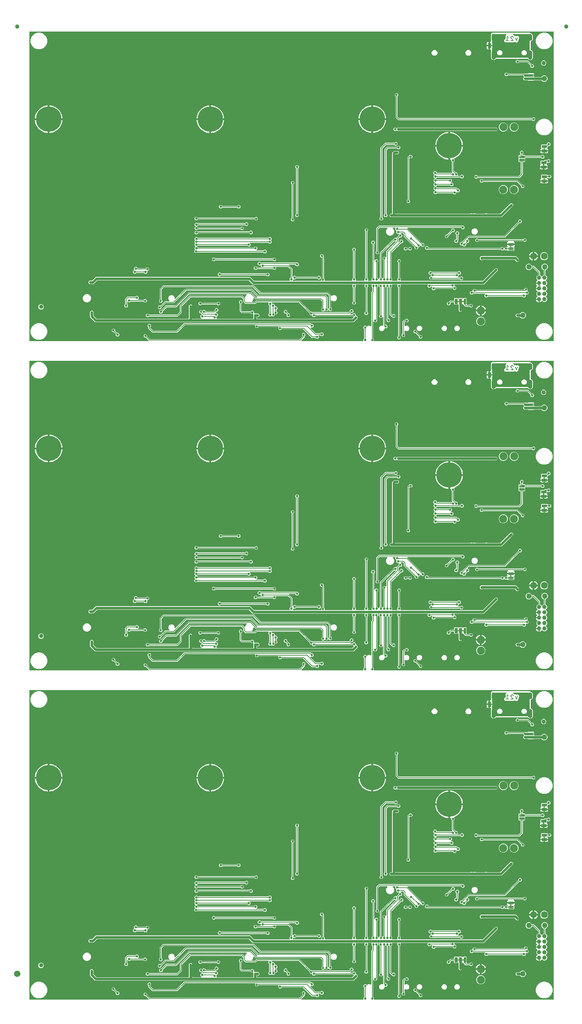
<source format=gbl>
G04 EAGLE Gerber RS-274X export*
G75*
%MOMM*%
%FSLAX34Y34*%
%LPD*%
%INBottom Copper*%
%IPPOS*%
%AMOC8*
5,1,8,0,0,1.08239X$1,22.5*%
G01*
%ADD10C,0.203200*%
%ADD11C,6.000000*%
%ADD12C,0.654000*%
%ADD13C,1.000000*%
%ADD14C,1.270000*%
%ADD15C,1.600000*%
%ADD16C,0.101600*%
%ADD17C,1.879600*%
%ADD18C,0.099059*%
%ADD19C,1.500000*%
%ADD20C,0.558800*%
%ADD21C,0.558800*%
%ADD22C,0.604000*%
%ADD23C,0.177800*%

G36*
X283649Y1557279D02*
X283649Y1557279D01*
X283679Y1557276D01*
X283790Y1557299D01*
X283902Y1557315D01*
X283929Y1557327D01*
X283957Y1557332D01*
X284058Y1557384D01*
X284161Y1557431D01*
X284184Y1557450D01*
X284210Y1557463D01*
X284292Y1557541D01*
X284378Y1557614D01*
X284394Y1557639D01*
X284416Y1557659D01*
X284473Y1557757D01*
X284536Y1557851D01*
X284545Y1557879D01*
X284559Y1557904D01*
X284587Y1558014D01*
X284622Y1558122D01*
X284622Y1558152D01*
X284630Y1558180D01*
X284626Y1558293D01*
X284629Y1558406D01*
X284621Y1558435D01*
X284621Y1558464D01*
X284586Y1558572D01*
X284557Y1558681D01*
X284542Y1558707D01*
X284533Y1558735D01*
X284488Y1558798D01*
X284412Y1558926D01*
X284366Y1558969D01*
X284338Y1559008D01*
X277988Y1565358D01*
X277918Y1565410D01*
X277854Y1565470D01*
X277805Y1565496D01*
X277761Y1565529D01*
X277679Y1565560D01*
X277601Y1565600D01*
X277554Y1565608D01*
X277495Y1565630D01*
X277348Y1565642D01*
X277270Y1565655D01*
X275176Y1565655D01*
X272795Y1568036D01*
X272795Y1571404D01*
X275176Y1573785D01*
X278544Y1573785D01*
X280925Y1571404D01*
X280925Y1569310D01*
X280937Y1569223D01*
X280940Y1569136D01*
X280957Y1569083D01*
X280965Y1569028D01*
X281000Y1568948D01*
X281027Y1568865D01*
X281055Y1568826D01*
X281081Y1568769D01*
X281177Y1568656D01*
X281222Y1568592D01*
X287670Y1562144D01*
X287740Y1562092D01*
X287804Y1562032D01*
X287853Y1562006D01*
X287897Y1561973D01*
X287979Y1561942D01*
X288057Y1561902D01*
X288104Y1561894D01*
X288163Y1561872D01*
X288310Y1561860D01*
X288388Y1561847D01*
X641252Y1561847D01*
X641339Y1561859D01*
X641426Y1561862D01*
X641479Y1561879D01*
X641534Y1561887D01*
X641614Y1561922D01*
X641697Y1561949D01*
X641736Y1561977D01*
X641793Y1562003D01*
X641906Y1562099D01*
X641970Y1562144D01*
X648079Y1568253D01*
X648114Y1568300D01*
X648157Y1568340D01*
X648199Y1568413D01*
X648250Y1568480D01*
X648271Y1568535D01*
X648300Y1568585D01*
X648321Y1568667D01*
X648351Y1568746D01*
X648356Y1568804D01*
X648370Y1568861D01*
X648368Y1568945D01*
X648375Y1569029D01*
X648363Y1569086D01*
X648361Y1569145D01*
X648335Y1569225D01*
X648319Y1569308D01*
X648292Y1569360D01*
X648274Y1569415D01*
X648234Y1569472D01*
X648188Y1569560D01*
X648119Y1569632D01*
X648079Y1569689D01*
X646937Y1570830D01*
X646937Y1574198D01*
X649318Y1576579D01*
X652686Y1576579D01*
X655067Y1574198D01*
X655067Y1570830D01*
X653586Y1569350D01*
X653534Y1569280D01*
X653474Y1569216D01*
X653448Y1569167D01*
X653415Y1569123D01*
X653384Y1569041D01*
X653344Y1568963D01*
X653336Y1568915D01*
X653314Y1568857D01*
X653302Y1568709D01*
X653289Y1568632D01*
X653289Y1566995D01*
X645302Y1559008D01*
X645284Y1558984D01*
X645262Y1558965D01*
X645199Y1558871D01*
X645131Y1558781D01*
X645120Y1558753D01*
X645104Y1558729D01*
X645070Y1558621D01*
X645030Y1558515D01*
X645027Y1558486D01*
X645018Y1558458D01*
X645015Y1558344D01*
X645006Y1558232D01*
X645012Y1558203D01*
X645011Y1558174D01*
X645040Y1558064D01*
X645062Y1557953D01*
X645076Y1557927D01*
X645083Y1557899D01*
X645141Y1557801D01*
X645193Y1557701D01*
X645213Y1557679D01*
X645228Y1557654D01*
X645311Y1557577D01*
X645389Y1557495D01*
X645414Y1557480D01*
X645435Y1557460D01*
X645536Y1557408D01*
X645634Y1557351D01*
X645662Y1557344D01*
X645689Y1557330D01*
X645766Y1557317D01*
X645910Y1557281D01*
X645972Y1557283D01*
X646020Y1557275D01*
X791210Y1557275D01*
X791268Y1557283D01*
X791326Y1557281D01*
X791408Y1557303D01*
X791492Y1557315D01*
X791545Y1557338D01*
X791601Y1557353D01*
X791674Y1557396D01*
X791751Y1557431D01*
X791796Y1557469D01*
X791846Y1557498D01*
X791904Y1557560D01*
X791968Y1557614D01*
X792000Y1557663D01*
X792040Y1557706D01*
X792079Y1557781D01*
X792126Y1557851D01*
X792143Y1557907D01*
X792170Y1557959D01*
X792181Y1558027D01*
X792211Y1558122D01*
X792214Y1558222D01*
X792225Y1558290D01*
X792225Y1561752D01*
X793706Y1563232D01*
X793758Y1563302D01*
X793818Y1563366D01*
X793844Y1563415D01*
X793877Y1563459D01*
X793908Y1563541D01*
X793948Y1563619D01*
X793956Y1563667D01*
X793978Y1563725D01*
X793990Y1563873D01*
X794003Y1563950D01*
X794003Y1585294D01*
X793991Y1585380D01*
X793988Y1585468D01*
X793971Y1585520D01*
X793963Y1585575D01*
X793928Y1585655D01*
X793901Y1585738D01*
X793873Y1585778D01*
X793847Y1585835D01*
X793751Y1585948D01*
X793706Y1586012D01*
X792029Y1587688D01*
X792029Y1591056D01*
X794410Y1593437D01*
X797778Y1593437D01*
X799410Y1591805D01*
X799456Y1591770D01*
X799497Y1591727D01*
X799569Y1591685D01*
X799637Y1591634D01*
X799691Y1591613D01*
X799742Y1591584D01*
X799823Y1591563D01*
X799902Y1591533D01*
X799961Y1591528D01*
X800017Y1591513D01*
X800102Y1591516D01*
X800186Y1591509D01*
X800243Y1591521D01*
X800301Y1591522D01*
X800382Y1591548D01*
X800464Y1591565D01*
X800516Y1591592D01*
X800572Y1591610D01*
X800628Y1591650D01*
X800717Y1591696D01*
X800789Y1591765D01*
X800845Y1591805D01*
X801863Y1592823D01*
X804171Y1593779D01*
X806669Y1593779D01*
X809109Y1592768D01*
X809221Y1592739D01*
X809330Y1592704D01*
X809358Y1592704D01*
X809385Y1592697D01*
X809499Y1592700D01*
X809614Y1592697D01*
X809641Y1592704D01*
X809669Y1592705D01*
X809778Y1592740D01*
X809889Y1592769D01*
X809913Y1592783D01*
X809940Y1592792D01*
X810035Y1592856D01*
X810134Y1592914D01*
X810153Y1592935D01*
X810176Y1592950D01*
X810250Y1593038D01*
X810328Y1593122D01*
X810341Y1593146D01*
X810359Y1593168D01*
X810405Y1593272D01*
X810458Y1593375D01*
X810462Y1593399D01*
X810474Y1593427D01*
X810511Y1593691D01*
X810513Y1593706D01*
X810513Y1672394D01*
X812756Y1674637D01*
X812808Y1674707D01*
X812868Y1674771D01*
X812894Y1674820D01*
X812927Y1674864D01*
X812958Y1674946D01*
X812998Y1675024D01*
X813006Y1675071D01*
X813028Y1675130D01*
X813040Y1675277D01*
X813053Y1675355D01*
X813053Y1683948D01*
X813041Y1684034D01*
X813038Y1684122D01*
X813021Y1684174D01*
X813013Y1684229D01*
X812978Y1684309D01*
X812951Y1684392D01*
X812923Y1684432D01*
X812897Y1684489D01*
X812801Y1684602D01*
X812756Y1684666D01*
X811275Y1686146D01*
X811275Y1689514D01*
X811414Y1689652D01*
X811431Y1689676D01*
X811454Y1689695D01*
X811516Y1689789D01*
X811585Y1689879D01*
X811595Y1689907D01*
X811611Y1689931D01*
X811646Y1690039D01*
X811686Y1690145D01*
X811688Y1690174D01*
X811697Y1690202D01*
X811700Y1690315D01*
X811709Y1690428D01*
X811704Y1690457D01*
X811704Y1690486D01*
X811676Y1690596D01*
X811654Y1690707D01*
X811640Y1690733D01*
X811633Y1690761D01*
X811575Y1690859D01*
X811523Y1690959D01*
X811502Y1690981D01*
X811487Y1691006D01*
X811405Y1691083D01*
X811327Y1691165D01*
X811301Y1691180D01*
X811280Y1691200D01*
X811179Y1691252D01*
X811082Y1691309D01*
X811053Y1691316D01*
X811027Y1691330D01*
X810950Y1691343D01*
X810806Y1691379D01*
X810743Y1691377D01*
X810696Y1691385D01*
X803474Y1691385D01*
X803445Y1691381D01*
X803416Y1691384D01*
X803305Y1691361D01*
X803193Y1691345D01*
X803166Y1691333D01*
X803137Y1691328D01*
X803037Y1691276D01*
X802933Y1691229D01*
X802911Y1691210D01*
X802885Y1691197D01*
X802803Y1691119D01*
X802716Y1691046D01*
X802700Y1691021D01*
X802679Y1691001D01*
X802621Y1690903D01*
X802559Y1690809D01*
X802550Y1690781D01*
X802535Y1690756D01*
X802507Y1690646D01*
X802473Y1690538D01*
X802472Y1690509D01*
X802465Y1690480D01*
X802468Y1690367D01*
X802466Y1690254D01*
X802473Y1690225D01*
X802474Y1690196D01*
X802509Y1690088D01*
X802537Y1689979D01*
X802552Y1689953D01*
X802561Y1689925D01*
X802607Y1689861D01*
X802683Y1689734D01*
X802728Y1689691D01*
X802756Y1689652D01*
X802895Y1689514D01*
X802895Y1686146D01*
X801800Y1685052D01*
X801748Y1684982D01*
X801688Y1684918D01*
X801662Y1684869D01*
X801629Y1684824D01*
X801598Y1684743D01*
X801558Y1684665D01*
X801550Y1684617D01*
X801528Y1684559D01*
X801516Y1684411D01*
X801503Y1684334D01*
X801503Y1626694D01*
X801515Y1626607D01*
X801518Y1626520D01*
X801535Y1626467D01*
X801543Y1626413D01*
X801578Y1626333D01*
X801605Y1626249D01*
X801633Y1626210D01*
X801659Y1626153D01*
X801755Y1626040D01*
X801800Y1625976D01*
X802925Y1624852D01*
X802925Y1621484D01*
X800544Y1619103D01*
X797176Y1619103D01*
X794795Y1621484D01*
X794795Y1624852D01*
X796632Y1626689D01*
X796684Y1626758D01*
X796744Y1626822D01*
X796770Y1626872D01*
X796803Y1626916D01*
X796834Y1626997D01*
X796874Y1627075D01*
X796882Y1627123D01*
X796904Y1627181D01*
X796916Y1627329D01*
X796929Y1627406D01*
X796929Y1683562D01*
X796917Y1683648D01*
X796914Y1683736D01*
X796897Y1683788D01*
X796889Y1683843D01*
X796854Y1683923D01*
X796827Y1684006D01*
X796799Y1684046D01*
X796773Y1684103D01*
X796677Y1684216D01*
X796632Y1684280D01*
X794765Y1686146D01*
X794765Y1689514D01*
X794904Y1689652D01*
X794921Y1689676D01*
X794944Y1689695D01*
X795006Y1689789D01*
X795075Y1689879D01*
X795085Y1689907D01*
X795101Y1689931D01*
X795136Y1690039D01*
X795176Y1690145D01*
X795178Y1690174D01*
X795187Y1690202D01*
X795190Y1690315D01*
X795199Y1690428D01*
X795194Y1690457D01*
X795194Y1690486D01*
X795166Y1690596D01*
X795144Y1690707D01*
X795130Y1690733D01*
X795123Y1690761D01*
X795065Y1690859D01*
X795013Y1690959D01*
X794992Y1690981D01*
X794977Y1691006D01*
X794895Y1691083D01*
X794817Y1691165D01*
X794791Y1691180D01*
X794770Y1691200D01*
X794669Y1691252D01*
X794572Y1691309D01*
X794543Y1691316D01*
X794517Y1691330D01*
X794440Y1691343D01*
X794296Y1691379D01*
X794233Y1691377D01*
X794186Y1691385D01*
X774772Y1691385D01*
X774743Y1691381D01*
X774714Y1691384D01*
X774603Y1691361D01*
X774491Y1691345D01*
X774464Y1691333D01*
X774435Y1691328D01*
X774335Y1691276D01*
X774231Y1691229D01*
X774209Y1691210D01*
X774183Y1691197D01*
X774101Y1691119D01*
X774014Y1691046D01*
X773998Y1691021D01*
X773977Y1691001D01*
X773919Y1690903D01*
X773857Y1690809D01*
X773848Y1690781D01*
X773833Y1690756D01*
X773805Y1690646D01*
X773771Y1690538D01*
X773770Y1690509D01*
X773763Y1690480D01*
X773766Y1690367D01*
X773764Y1690254D01*
X773771Y1690225D01*
X773772Y1690196D01*
X773807Y1690088D01*
X773835Y1689979D01*
X773850Y1689953D01*
X773859Y1689925D01*
X773905Y1689861D01*
X773981Y1689734D01*
X774026Y1689691D01*
X774054Y1689652D01*
X774193Y1689514D01*
X774193Y1686146D01*
X772712Y1684666D01*
X772660Y1684596D01*
X772600Y1684532D01*
X772574Y1684483D01*
X772541Y1684438D01*
X772510Y1684357D01*
X772470Y1684279D01*
X772462Y1684231D01*
X772440Y1684173D01*
X772428Y1684025D01*
X772415Y1683948D01*
X772415Y1651326D01*
X772427Y1651240D01*
X772430Y1651152D01*
X772447Y1651100D01*
X772455Y1651045D01*
X772490Y1650965D01*
X772517Y1650882D01*
X772545Y1650842D01*
X772571Y1650785D01*
X772667Y1650672D01*
X772712Y1650608D01*
X774193Y1649128D01*
X774193Y1645760D01*
X771812Y1643379D01*
X768444Y1643379D01*
X766063Y1645760D01*
X766063Y1649128D01*
X767544Y1650608D01*
X767596Y1650678D01*
X767656Y1650742D01*
X767682Y1650791D01*
X767715Y1650836D01*
X767746Y1650917D01*
X767786Y1650995D01*
X767794Y1651043D01*
X767816Y1651101D01*
X767828Y1651249D01*
X767841Y1651326D01*
X767841Y1683948D01*
X767829Y1684034D01*
X767826Y1684122D01*
X767809Y1684174D01*
X767801Y1684229D01*
X767766Y1684309D01*
X767739Y1684392D01*
X767711Y1684432D01*
X767685Y1684489D01*
X767589Y1684602D01*
X767544Y1684666D01*
X766063Y1686146D01*
X766063Y1689514D01*
X766202Y1689652D01*
X766219Y1689676D01*
X766242Y1689695D01*
X766304Y1689789D01*
X766373Y1689879D01*
X766383Y1689907D01*
X766399Y1689931D01*
X766434Y1690039D01*
X766474Y1690145D01*
X766476Y1690174D01*
X766485Y1690202D01*
X766488Y1690315D01*
X766497Y1690428D01*
X766492Y1690457D01*
X766492Y1690486D01*
X766464Y1690596D01*
X766442Y1690707D01*
X766428Y1690733D01*
X766421Y1690761D01*
X766363Y1690859D01*
X766311Y1690959D01*
X766290Y1690981D01*
X766275Y1691006D01*
X766193Y1691083D01*
X766115Y1691165D01*
X766089Y1691180D01*
X766068Y1691200D01*
X765967Y1691252D01*
X765870Y1691309D01*
X765841Y1691316D01*
X765815Y1691330D01*
X765738Y1691343D01*
X765594Y1691379D01*
X765531Y1691377D01*
X765484Y1691385D01*
X541092Y1691385D01*
X541006Y1691373D01*
X540918Y1691370D01*
X540866Y1691353D01*
X540811Y1691345D01*
X540731Y1691310D01*
X540648Y1691283D01*
X540608Y1691255D01*
X540551Y1691229D01*
X540438Y1691133D01*
X540435Y1691131D01*
X530446Y1691131D01*
X521346Y1700232D01*
X521276Y1700284D01*
X521212Y1700344D01*
X521163Y1700370D01*
X521119Y1700403D01*
X521037Y1700434D01*
X520959Y1700474D01*
X520911Y1700482D01*
X520853Y1700504D01*
X520705Y1700516D01*
X520628Y1700529D01*
X163648Y1700529D01*
X163562Y1700517D01*
X163474Y1700514D01*
X163422Y1700497D01*
X163367Y1700489D01*
X163287Y1700454D01*
X163204Y1700427D01*
X163164Y1700399D01*
X163107Y1700373D01*
X162994Y1700277D01*
X162930Y1700232D01*
X154846Y1692147D01*
X145382Y1692147D01*
X143001Y1694528D01*
X143001Y1697896D01*
X145382Y1700277D01*
X151058Y1700277D01*
X151144Y1700289D01*
X151232Y1700292D01*
X151284Y1700309D01*
X151339Y1700317D01*
X151419Y1700352D01*
X151502Y1700379D01*
X151542Y1700407D01*
X151599Y1700433D01*
X151712Y1700529D01*
X151776Y1700574D01*
X159860Y1708659D01*
X524416Y1708659D01*
X527094Y1705980D01*
X533516Y1699558D01*
X533586Y1699506D01*
X533650Y1699446D01*
X533699Y1699420D01*
X533743Y1699387D01*
X533825Y1699356D01*
X533903Y1699316D01*
X533951Y1699308D01*
X534009Y1699286D01*
X534157Y1699274D01*
X534234Y1699261D01*
X536630Y1699261D01*
X536716Y1699273D01*
X536804Y1699276D01*
X536856Y1699293D01*
X536911Y1699301D01*
X536991Y1699336D01*
X537074Y1699363D01*
X537114Y1699391D01*
X537171Y1699417D01*
X537284Y1699513D01*
X537287Y1699515D01*
X617656Y1699515D01*
X617685Y1699519D01*
X617714Y1699516D01*
X617825Y1699539D01*
X617937Y1699555D01*
X617964Y1699567D01*
X617993Y1699572D01*
X618094Y1699625D01*
X618197Y1699671D01*
X618219Y1699690D01*
X618245Y1699703D01*
X618327Y1699781D01*
X618414Y1699854D01*
X618430Y1699879D01*
X618451Y1699899D01*
X618509Y1699997D01*
X618571Y1700091D01*
X618580Y1700119D01*
X618595Y1700144D01*
X618623Y1700254D01*
X618657Y1700362D01*
X618658Y1700392D01*
X618665Y1700420D01*
X618662Y1700533D01*
X618664Y1700646D01*
X618657Y1700675D01*
X618656Y1700704D01*
X618621Y1700812D01*
X618593Y1700921D01*
X618578Y1700947D01*
X618569Y1700975D01*
X618523Y1701039D01*
X618447Y1701166D01*
X618402Y1701209D01*
X618374Y1701248D01*
X617981Y1701640D01*
X617981Y1705008D01*
X619462Y1706488D01*
X619514Y1706558D01*
X619574Y1706622D01*
X619600Y1706671D01*
X619633Y1706716D01*
X619664Y1706797D01*
X619704Y1706875D01*
X619712Y1706923D01*
X619734Y1706981D01*
X619746Y1707129D01*
X619759Y1707206D01*
X619759Y1726086D01*
X619747Y1726173D01*
X619744Y1726260D01*
X619727Y1726313D01*
X619719Y1726368D01*
X619684Y1726448D01*
X619657Y1726531D01*
X619629Y1726570D01*
X619603Y1726627D01*
X619507Y1726740D01*
X619462Y1726804D01*
X614030Y1732236D01*
X613960Y1732288D01*
X613896Y1732348D01*
X613847Y1732374D01*
X613803Y1732407D01*
X613721Y1732438D01*
X613643Y1732478D01*
X613596Y1732486D01*
X613537Y1732508D01*
X613390Y1732520D01*
X613312Y1732533D01*
X586740Y1732533D01*
X586682Y1732525D01*
X586624Y1732527D01*
X586542Y1732505D01*
X586458Y1732493D01*
X586405Y1732470D01*
X586349Y1732455D01*
X586276Y1732412D01*
X586199Y1732377D01*
X586154Y1732339D01*
X586104Y1732310D01*
X586046Y1732248D01*
X585982Y1732194D01*
X585950Y1732145D01*
X585910Y1732102D01*
X585871Y1732027D01*
X585824Y1731957D01*
X585807Y1731901D01*
X585780Y1731849D01*
X585769Y1731781D01*
X585739Y1731686D01*
X585736Y1731586D01*
X585725Y1731518D01*
X585725Y1728056D01*
X583344Y1725675D01*
X579976Y1725675D01*
X578496Y1727156D01*
X578426Y1727208D01*
X578362Y1727268D01*
X578313Y1727294D01*
X578268Y1727327D01*
X578187Y1727358D01*
X578109Y1727398D01*
X578061Y1727406D01*
X578003Y1727428D01*
X577855Y1727440D01*
X577778Y1727453D01*
X541092Y1727453D01*
X541006Y1727441D01*
X540918Y1727438D01*
X540866Y1727421D01*
X540811Y1727413D01*
X540731Y1727378D01*
X540648Y1727351D01*
X540608Y1727323D01*
X540551Y1727297D01*
X540438Y1727201D01*
X540374Y1727156D01*
X538894Y1725675D01*
X535526Y1725675D01*
X533145Y1728056D01*
X533145Y1731424D01*
X535526Y1733805D01*
X538894Y1733805D01*
X540374Y1732324D01*
X540444Y1732272D01*
X540508Y1732212D01*
X540557Y1732186D01*
X540602Y1732153D01*
X540683Y1732122D01*
X540761Y1732082D01*
X540809Y1732074D01*
X540867Y1732052D01*
X541015Y1732040D01*
X541092Y1732027D01*
X548640Y1732027D01*
X548698Y1732035D01*
X548756Y1732033D01*
X548838Y1732055D01*
X548922Y1732067D01*
X548975Y1732090D01*
X549031Y1732105D01*
X549104Y1732148D01*
X549181Y1732183D01*
X549226Y1732221D01*
X549276Y1732250D01*
X549334Y1732312D01*
X549398Y1732366D01*
X549430Y1732415D01*
X549470Y1732458D01*
X549509Y1732533D01*
X549556Y1732603D01*
X549573Y1732659D01*
X549600Y1732711D01*
X549611Y1732779D01*
X549641Y1732874D01*
X549644Y1732974D01*
X549655Y1733042D01*
X549655Y1735074D01*
X549647Y1735132D01*
X549649Y1735190D01*
X549627Y1735272D01*
X549615Y1735356D01*
X549592Y1735409D01*
X549577Y1735465D01*
X549534Y1735538D01*
X549499Y1735615D01*
X549461Y1735660D01*
X549432Y1735710D01*
X549370Y1735768D01*
X549316Y1735832D01*
X549267Y1735864D01*
X549224Y1735904D01*
X549149Y1735943D01*
X549079Y1735990D01*
X549023Y1736007D01*
X548971Y1736034D01*
X548903Y1736045D01*
X548808Y1736075D01*
X548708Y1736078D01*
X548640Y1736089D01*
X544924Y1736089D01*
X542543Y1738470D01*
X542543Y1741838D01*
X544924Y1744219D01*
X548292Y1744219D01*
X549772Y1742738D01*
X549842Y1742686D01*
X549906Y1742626D01*
X549955Y1742600D01*
X550000Y1742567D01*
X550081Y1742536D01*
X550159Y1742496D01*
X550207Y1742488D01*
X550265Y1742466D01*
X550413Y1742454D01*
X550490Y1742441D01*
X633150Y1742441D01*
X633236Y1742453D01*
X633324Y1742456D01*
X633376Y1742473D01*
X633431Y1742481D01*
X633511Y1742516D01*
X633594Y1742543D01*
X633634Y1742571D01*
X633691Y1742597D01*
X633804Y1742693D01*
X633807Y1742695D01*
X637192Y1742695D01*
X639573Y1740314D01*
X639573Y1736946D01*
X637192Y1734565D01*
X633824Y1734565D01*
X631436Y1736953D01*
X631437Y1736968D01*
X631415Y1737050D01*
X631403Y1737134D01*
X631380Y1737187D01*
X631365Y1737243D01*
X631322Y1737316D01*
X631287Y1737393D01*
X631249Y1737438D01*
X631220Y1737488D01*
X631158Y1737546D01*
X631104Y1737610D01*
X631055Y1737642D01*
X631012Y1737682D01*
X630937Y1737721D01*
X630867Y1737768D01*
X630811Y1737785D01*
X630759Y1737812D01*
X630691Y1737823D01*
X630596Y1737853D01*
X630496Y1737856D01*
X630428Y1737867D01*
X617318Y1737867D01*
X617289Y1737863D01*
X617259Y1737866D01*
X617148Y1737843D01*
X617036Y1737827D01*
X617009Y1737815D01*
X616981Y1737810D01*
X616880Y1737758D01*
X616777Y1737711D01*
X616754Y1737692D01*
X616728Y1737679D01*
X616646Y1737601D01*
X616560Y1737528D01*
X616543Y1737503D01*
X616522Y1737483D01*
X616465Y1737385D01*
X616402Y1737291D01*
X616393Y1737263D01*
X616379Y1737238D01*
X616351Y1737128D01*
X616316Y1737020D01*
X616316Y1736990D01*
X616308Y1736962D01*
X616312Y1736849D01*
X616309Y1736736D01*
X616317Y1736707D01*
X616317Y1736678D01*
X616352Y1736570D01*
X616381Y1736461D01*
X616396Y1736435D01*
X616405Y1736407D01*
X616450Y1736344D01*
X616526Y1736216D01*
X616572Y1736173D01*
X616600Y1736134D01*
X622696Y1730038D01*
X624333Y1728401D01*
X624333Y1710254D01*
X624337Y1710225D01*
X624334Y1710196D01*
X624357Y1710085D01*
X624373Y1709973D01*
X624385Y1709946D01*
X624390Y1709917D01*
X624443Y1709816D01*
X624489Y1709713D01*
X624508Y1709691D01*
X624521Y1709665D01*
X624599Y1709583D01*
X624672Y1709496D01*
X624697Y1709480D01*
X624717Y1709459D01*
X624815Y1709402D01*
X624909Y1709339D01*
X624937Y1709330D01*
X624962Y1709315D01*
X625072Y1709287D01*
X625180Y1709253D01*
X625210Y1709252D01*
X625238Y1709245D01*
X625351Y1709248D01*
X625464Y1709246D01*
X625493Y1709253D01*
X625522Y1709254D01*
X625630Y1709289D01*
X625739Y1709317D01*
X625765Y1709332D01*
X625793Y1709341D01*
X625856Y1709387D01*
X625984Y1709463D01*
X626027Y1709508D01*
X626066Y1709536D01*
X627728Y1711199D01*
X631096Y1711199D01*
X632068Y1710226D01*
X632138Y1710174D01*
X632202Y1710114D01*
X632251Y1710088D01*
X632296Y1710055D01*
X632377Y1710024D01*
X632455Y1709984D01*
X632503Y1709976D01*
X632561Y1709954D01*
X632709Y1709942D01*
X632786Y1709929D01*
X683696Y1709929D01*
X683782Y1709941D01*
X683870Y1709944D01*
X683923Y1709961D01*
X683977Y1709969D01*
X684057Y1710004D01*
X684140Y1710031D01*
X684180Y1710059D01*
X684237Y1710085D01*
X684350Y1710181D01*
X684414Y1710226D01*
X685640Y1711453D01*
X689008Y1711453D01*
X691389Y1709072D01*
X691389Y1705496D01*
X691360Y1705487D01*
X691251Y1705459D01*
X691225Y1705444D01*
X691197Y1705435D01*
X691134Y1705389D01*
X691006Y1705313D01*
X690963Y1705268D01*
X690924Y1705240D01*
X689008Y1703323D01*
X685640Y1703323D01*
X683906Y1705058D01*
X683836Y1705110D01*
X683772Y1705170D01*
X683723Y1705196D01*
X683679Y1705229D01*
X683597Y1705260D01*
X683519Y1705300D01*
X683471Y1705308D01*
X683413Y1705330D01*
X683265Y1705342D01*
X683188Y1705355D01*
X633802Y1705355D01*
X633716Y1705343D01*
X633628Y1705340D01*
X633576Y1705323D01*
X633521Y1705315D01*
X633441Y1705280D01*
X633358Y1705253D01*
X633318Y1705225D01*
X633261Y1705199D01*
X633148Y1705103D01*
X633084Y1705058D01*
X631096Y1703069D01*
X627690Y1703069D01*
X627617Y1703125D01*
X627589Y1703135D01*
X627565Y1703151D01*
X627457Y1703186D01*
X627351Y1703226D01*
X627322Y1703228D01*
X627294Y1703237D01*
X627181Y1703240D01*
X627068Y1703249D01*
X627039Y1703244D01*
X627010Y1703244D01*
X626900Y1703216D01*
X626789Y1703194D01*
X626763Y1703180D01*
X626735Y1703173D01*
X626637Y1703115D01*
X626537Y1703063D01*
X626515Y1703042D01*
X626490Y1703027D01*
X626413Y1702945D01*
X626331Y1702867D01*
X626316Y1702841D01*
X626296Y1702820D01*
X626244Y1702719D01*
X626187Y1702622D01*
X626180Y1702593D01*
X626166Y1702567D01*
X626153Y1702490D01*
X626117Y1702346D01*
X626119Y1702283D01*
X626111Y1702236D01*
X626111Y1701640D01*
X625718Y1701248D01*
X625701Y1701224D01*
X625678Y1701205D01*
X625615Y1701111D01*
X625547Y1701021D01*
X625537Y1700993D01*
X625521Y1700969D01*
X625486Y1700861D01*
X625446Y1700755D01*
X625444Y1700726D01*
X625435Y1700698D01*
X625432Y1700584D01*
X625423Y1700472D01*
X625428Y1700443D01*
X625428Y1700414D01*
X625456Y1700304D01*
X625478Y1700193D01*
X625492Y1700167D01*
X625499Y1700139D01*
X625557Y1700041D01*
X625609Y1699941D01*
X625630Y1699919D01*
X625645Y1699894D01*
X625727Y1699817D01*
X625805Y1699735D01*
X625831Y1699720D01*
X625852Y1699700D01*
X625953Y1699648D01*
X626051Y1699591D01*
X626079Y1699584D01*
X626105Y1699570D01*
X626182Y1699557D01*
X626326Y1699521D01*
X626389Y1699523D01*
X626436Y1699515D01*
X691642Y1699515D01*
X691700Y1699523D01*
X691758Y1699521D01*
X691840Y1699543D01*
X691924Y1699555D01*
X691977Y1699578D01*
X692033Y1699593D01*
X692106Y1699636D01*
X692183Y1699671D01*
X692228Y1699709D01*
X692278Y1699738D01*
X692336Y1699800D01*
X692400Y1699854D01*
X692432Y1699903D01*
X692472Y1699946D01*
X692511Y1700021D01*
X692558Y1700091D01*
X692575Y1700147D01*
X692602Y1700199D01*
X692613Y1700267D01*
X692643Y1700362D01*
X692646Y1700462D01*
X692657Y1700530D01*
X692657Y1704327D01*
X692686Y1704336D01*
X692795Y1704364D01*
X692821Y1704379D01*
X692849Y1704388D01*
X692913Y1704434D01*
X693040Y1704510D01*
X693083Y1704555D01*
X693122Y1704583D01*
X694138Y1705599D01*
X694190Y1705669D01*
X694250Y1705733D01*
X694276Y1705782D01*
X694309Y1705827D01*
X694340Y1705908D01*
X694380Y1705986D01*
X694388Y1706034D01*
X694410Y1706092D01*
X694422Y1706240D01*
X694435Y1706317D01*
X694435Y1753362D01*
X694427Y1753420D01*
X694429Y1753478D01*
X694407Y1753560D01*
X694395Y1753644D01*
X694372Y1753697D01*
X694357Y1753753D01*
X694314Y1753826D01*
X694279Y1753903D01*
X694241Y1753948D01*
X694212Y1753998D01*
X694150Y1754056D01*
X694096Y1754120D01*
X694047Y1754152D01*
X694004Y1754192D01*
X693929Y1754231D01*
X693859Y1754278D01*
X693803Y1754295D01*
X693751Y1754322D01*
X693683Y1754333D01*
X693588Y1754363D01*
X693488Y1754366D01*
X693420Y1754377D01*
X691990Y1754377D01*
X689609Y1756758D01*
X689609Y1760126D01*
X691990Y1762507D01*
X695358Y1762507D01*
X697739Y1760126D01*
X697739Y1758032D01*
X697751Y1757945D01*
X697754Y1757858D01*
X697771Y1757805D01*
X697779Y1757750D01*
X697814Y1757670D01*
X697841Y1757587D01*
X697869Y1757548D01*
X697895Y1757491D01*
X697991Y1757378D01*
X698036Y1757314D01*
X699009Y1756341D01*
X699009Y1706317D01*
X699021Y1706231D01*
X699024Y1706143D01*
X699041Y1706091D01*
X699049Y1706036D01*
X699084Y1705956D01*
X699111Y1705873D01*
X699139Y1705833D01*
X699165Y1705776D01*
X699261Y1705663D01*
X699306Y1705599D01*
X700787Y1704119D01*
X700787Y1700530D01*
X700795Y1700472D01*
X700793Y1700414D01*
X700815Y1700332D01*
X700827Y1700248D01*
X700850Y1700195D01*
X700865Y1700139D01*
X700908Y1700066D01*
X700943Y1699989D01*
X700981Y1699944D01*
X701010Y1699894D01*
X701072Y1699836D01*
X701126Y1699772D01*
X701175Y1699740D01*
X701218Y1699700D01*
X701293Y1699661D01*
X701363Y1699614D01*
X701419Y1699597D01*
X701471Y1699570D01*
X701539Y1699559D01*
X701634Y1699529D01*
X701734Y1699526D01*
X701802Y1699515D01*
X765230Y1699515D01*
X765259Y1699519D01*
X765288Y1699516D01*
X765399Y1699539D01*
X765511Y1699555D01*
X765538Y1699567D01*
X765567Y1699572D01*
X765668Y1699625D01*
X765771Y1699671D01*
X765793Y1699690D01*
X765819Y1699703D01*
X765902Y1699781D01*
X765988Y1699854D01*
X766004Y1699879D01*
X766025Y1699899D01*
X766083Y1699997D01*
X766145Y1700091D01*
X766154Y1700119D01*
X766169Y1700144D01*
X766197Y1700254D01*
X766231Y1700362D01*
X766232Y1700391D01*
X766239Y1700420D01*
X766236Y1700533D01*
X766238Y1700646D01*
X766231Y1700675D01*
X766230Y1700704D01*
X766195Y1700812D01*
X766167Y1700921D01*
X766152Y1700947D01*
X766143Y1700975D01*
X766097Y1701039D01*
X766063Y1701095D01*
X766063Y1704500D01*
X767544Y1705980D01*
X767596Y1706050D01*
X767656Y1706114D01*
X767682Y1706163D01*
X767715Y1706208D01*
X767746Y1706289D01*
X767786Y1706367D01*
X767794Y1706415D01*
X767816Y1706473D01*
X767828Y1706621D01*
X767841Y1706698D01*
X767841Y1769546D01*
X767829Y1769632D01*
X767826Y1769720D01*
X767809Y1769772D01*
X767801Y1769827D01*
X767766Y1769907D01*
X767739Y1769990D01*
X767711Y1770030D01*
X767685Y1770087D01*
X767589Y1770200D01*
X767544Y1770264D01*
X766063Y1771744D01*
X766063Y1775112D01*
X768444Y1777493D01*
X771812Y1777493D01*
X774193Y1775112D01*
X774193Y1771744D01*
X772712Y1770264D01*
X772660Y1770194D01*
X772600Y1770130D01*
X772574Y1770081D01*
X772541Y1770036D01*
X772510Y1769955D01*
X772470Y1769877D01*
X772462Y1769829D01*
X772440Y1769771D01*
X772428Y1769623D01*
X772415Y1769546D01*
X772415Y1706698D01*
X772427Y1706612D01*
X772430Y1706524D01*
X772447Y1706472D01*
X772455Y1706417D01*
X772490Y1706337D01*
X772517Y1706254D01*
X772545Y1706214D01*
X772571Y1706157D01*
X772667Y1706044D01*
X772712Y1705980D01*
X774193Y1704500D01*
X774193Y1701094D01*
X774137Y1701021D01*
X774127Y1700993D01*
X774111Y1700969D01*
X774076Y1700861D01*
X774036Y1700755D01*
X774034Y1700726D01*
X774025Y1700698D01*
X774022Y1700585D01*
X774013Y1700472D01*
X774018Y1700443D01*
X774018Y1700414D01*
X774046Y1700304D01*
X774068Y1700193D01*
X774082Y1700167D01*
X774089Y1700139D01*
X774147Y1700041D01*
X774199Y1699941D01*
X774220Y1699919D01*
X774235Y1699894D01*
X774317Y1699817D01*
X774395Y1699735D01*
X774421Y1699720D01*
X774442Y1699700D01*
X774543Y1699648D01*
X774640Y1699591D01*
X774669Y1699584D01*
X774695Y1699570D01*
X774772Y1699557D01*
X774916Y1699521D01*
X774979Y1699523D01*
X775026Y1699515D01*
X793932Y1699515D01*
X793961Y1699519D01*
X793990Y1699516D01*
X794101Y1699539D01*
X794213Y1699555D01*
X794240Y1699567D01*
X794269Y1699572D01*
X794370Y1699625D01*
X794473Y1699671D01*
X794495Y1699690D01*
X794521Y1699703D01*
X794604Y1699781D01*
X794690Y1699854D01*
X794706Y1699879D01*
X794727Y1699899D01*
X794785Y1699997D01*
X794847Y1700091D01*
X794856Y1700119D01*
X794871Y1700144D01*
X794899Y1700254D01*
X794933Y1700362D01*
X794934Y1700391D01*
X794941Y1700420D01*
X794938Y1700533D01*
X794940Y1700646D01*
X794933Y1700675D01*
X794932Y1700704D01*
X794897Y1700812D01*
X794869Y1700921D01*
X794854Y1700947D01*
X794845Y1700975D01*
X794799Y1701039D01*
X794765Y1701095D01*
X794765Y1704500D01*
X796246Y1705980D01*
X796298Y1706050D01*
X796358Y1706114D01*
X796384Y1706163D01*
X796417Y1706208D01*
X796448Y1706289D01*
X796488Y1706367D01*
X796496Y1706415D01*
X796518Y1706473D01*
X796530Y1706621D01*
X796543Y1706698D01*
X796543Y1816028D01*
X796531Y1816114D01*
X796528Y1816202D01*
X796511Y1816254D01*
X796503Y1816309D01*
X796468Y1816389D01*
X796441Y1816472D01*
X796413Y1816512D01*
X796387Y1816569D01*
X796291Y1816682D01*
X796246Y1816746D01*
X795273Y1817718D01*
X795273Y1821086D01*
X797654Y1823467D01*
X801022Y1823467D01*
X803403Y1821086D01*
X803403Y1817718D01*
X801414Y1815730D01*
X801362Y1815660D01*
X801302Y1815596D01*
X801276Y1815547D01*
X801243Y1815502D01*
X801212Y1815421D01*
X801172Y1815343D01*
X801164Y1815295D01*
X801142Y1815237D01*
X801130Y1815089D01*
X801117Y1815012D01*
X801117Y1706698D01*
X801129Y1706612D01*
X801132Y1706524D01*
X801149Y1706472D01*
X801157Y1706417D01*
X801192Y1706337D01*
X801219Y1706254D01*
X801247Y1706214D01*
X801273Y1706157D01*
X801369Y1706044D01*
X801414Y1705980D01*
X802895Y1704500D01*
X802895Y1701094D01*
X802839Y1701021D01*
X802829Y1700993D01*
X802813Y1700969D01*
X802778Y1700861D01*
X802738Y1700755D01*
X802736Y1700726D01*
X802727Y1700698D01*
X802724Y1700585D01*
X802715Y1700472D01*
X802720Y1700443D01*
X802720Y1700414D01*
X802748Y1700304D01*
X802770Y1700193D01*
X802784Y1700167D01*
X802791Y1700139D01*
X802849Y1700041D01*
X802901Y1699941D01*
X802922Y1699919D01*
X802937Y1699894D01*
X803019Y1699817D01*
X803097Y1699735D01*
X803123Y1699720D01*
X803144Y1699700D01*
X803245Y1699648D01*
X803342Y1699591D01*
X803371Y1699584D01*
X803397Y1699570D01*
X803474Y1699557D01*
X803618Y1699521D01*
X803681Y1699523D01*
X803728Y1699515D01*
X810442Y1699515D01*
X810471Y1699519D01*
X810500Y1699516D01*
X810611Y1699539D01*
X810723Y1699555D01*
X810750Y1699567D01*
X810779Y1699572D01*
X810880Y1699625D01*
X810983Y1699671D01*
X811005Y1699690D01*
X811031Y1699703D01*
X811114Y1699781D01*
X811200Y1699854D01*
X811216Y1699879D01*
X811237Y1699899D01*
X811295Y1699997D01*
X811357Y1700091D01*
X811366Y1700119D01*
X811381Y1700144D01*
X811409Y1700254D01*
X811443Y1700362D01*
X811444Y1700391D01*
X811451Y1700420D01*
X811448Y1700533D01*
X811450Y1700646D01*
X811443Y1700675D01*
X811442Y1700704D01*
X811407Y1700812D01*
X811379Y1700921D01*
X811364Y1700947D01*
X811355Y1700975D01*
X811309Y1701039D01*
X811275Y1701095D01*
X811275Y1704500D01*
X812502Y1705726D01*
X812554Y1705796D01*
X812614Y1705860D01*
X812640Y1705909D01*
X812673Y1705954D01*
X812704Y1706035D01*
X812744Y1706113D01*
X812752Y1706161D01*
X812774Y1706219D01*
X812785Y1706346D01*
X812785Y1706349D01*
X812786Y1706358D01*
X812786Y1706367D01*
X812799Y1706444D01*
X812799Y1786056D01*
X812787Y1786142D01*
X812784Y1786230D01*
X812767Y1786282D01*
X812759Y1786337D01*
X812724Y1786417D01*
X812697Y1786500D01*
X812669Y1786540D01*
X812643Y1786597D01*
X812547Y1786710D01*
X812502Y1786774D01*
X811021Y1788254D01*
X811021Y1791622D01*
X813402Y1794003D01*
X816770Y1794003D01*
X819151Y1791622D01*
X819151Y1788254D01*
X817670Y1786774D01*
X817618Y1786704D01*
X817558Y1786640D01*
X817532Y1786591D01*
X817499Y1786546D01*
X817468Y1786465D01*
X817428Y1786387D01*
X817420Y1786339D01*
X817398Y1786281D01*
X817386Y1786133D01*
X817373Y1786056D01*
X817373Y1749116D01*
X817377Y1749087D01*
X817374Y1749058D01*
X817397Y1748947D01*
X817413Y1748835D01*
X817425Y1748808D01*
X817430Y1748779D01*
X817483Y1748679D01*
X817529Y1748575D01*
X817548Y1748553D01*
X817561Y1748527D01*
X817639Y1748445D01*
X817712Y1748358D01*
X817737Y1748342D01*
X817757Y1748321D01*
X817855Y1748263D01*
X817949Y1748201D01*
X817977Y1748192D01*
X818002Y1748177D01*
X818112Y1748149D01*
X818220Y1748115D01*
X818250Y1748114D01*
X818278Y1748107D01*
X818391Y1748110D01*
X818504Y1748108D01*
X818533Y1748115D01*
X818562Y1748116D01*
X818670Y1748151D01*
X818779Y1748179D01*
X818805Y1748194D01*
X818833Y1748203D01*
X818896Y1748249D01*
X819024Y1748325D01*
X819067Y1748370D01*
X819106Y1748398D01*
X821276Y1750569D01*
X824644Y1750569D01*
X827025Y1748188D01*
X827025Y1744820D01*
X825544Y1743340D01*
X825492Y1743270D01*
X825432Y1743206D01*
X825406Y1743157D01*
X825373Y1743112D01*
X825342Y1743031D01*
X825302Y1742953D01*
X825294Y1742905D01*
X825272Y1742847D01*
X825260Y1742699D01*
X825247Y1742622D01*
X825247Y1706952D01*
X825259Y1706866D01*
X825262Y1706778D01*
X825279Y1706726D01*
X825287Y1706671D01*
X825322Y1706591D01*
X825349Y1706508D01*
X825377Y1706468D01*
X825403Y1706411D01*
X825499Y1706298D01*
X825544Y1706234D01*
X827449Y1704329D01*
X827496Y1704294D01*
X827536Y1704252D01*
X827609Y1704209D01*
X827676Y1704158D01*
X827731Y1704138D01*
X827781Y1704108D01*
X827863Y1704087D01*
X827942Y1704057D01*
X828000Y1704052D01*
X828057Y1704038D01*
X828141Y1704041D01*
X828225Y1704034D01*
X828283Y1704045D01*
X828341Y1704047D01*
X828421Y1704073D01*
X828504Y1704089D01*
X828556Y1704116D01*
X828612Y1704134D01*
X828668Y1704175D01*
X828756Y1704220D01*
X828829Y1704289D01*
X828885Y1704329D01*
X830536Y1705980D01*
X830588Y1706050D01*
X830648Y1706114D01*
X830674Y1706163D01*
X830707Y1706208D01*
X830738Y1706289D01*
X830778Y1706367D01*
X830786Y1706415D01*
X830808Y1706473D01*
X830820Y1706621D01*
X830833Y1706698D01*
X830833Y1765739D01*
X832470Y1767376D01*
X862540Y1797446D01*
X863048Y1797954D01*
X863100Y1798024D01*
X863160Y1798088D01*
X863186Y1798137D01*
X863219Y1798181D01*
X863250Y1798263D01*
X863290Y1798341D01*
X863298Y1798388D01*
X863320Y1798447D01*
X863321Y1798455D01*
X865726Y1800861D01*
X869287Y1800861D01*
X869331Y1800844D01*
X869389Y1800839D01*
X869446Y1800825D01*
X869530Y1800827D01*
X869614Y1800820D01*
X869672Y1800832D01*
X869730Y1800834D01*
X869810Y1800860D01*
X869893Y1800876D01*
X869945Y1800903D01*
X870001Y1800921D01*
X870057Y1800961D01*
X870145Y1801007D01*
X870218Y1801076D01*
X870274Y1801116D01*
X871840Y1802682D01*
X874732Y1805574D01*
X874784Y1805644D01*
X874844Y1805708D01*
X874870Y1805757D01*
X874903Y1805801D01*
X874934Y1805883D01*
X874974Y1805961D01*
X874982Y1806008D01*
X875004Y1806067D01*
X875016Y1806214D01*
X875029Y1806292D01*
X875029Y1807878D01*
X876184Y1809032D01*
X876201Y1809056D01*
X876224Y1809075D01*
X876287Y1809169D01*
X876355Y1809259D01*
X876365Y1809287D01*
X876381Y1809311D01*
X876416Y1809419D01*
X876456Y1809525D01*
X876458Y1809554D01*
X876467Y1809582D01*
X876470Y1809696D01*
X876479Y1809808D01*
X876474Y1809837D01*
X876474Y1809866D01*
X876446Y1809976D01*
X876424Y1810087D01*
X876410Y1810113D01*
X876403Y1810141D01*
X876345Y1810239D01*
X876293Y1810339D01*
X876272Y1810361D01*
X876257Y1810386D01*
X876175Y1810463D01*
X876097Y1810545D01*
X876071Y1810560D01*
X876050Y1810580D01*
X875949Y1810632D01*
X875851Y1810689D01*
X875823Y1810696D01*
X875797Y1810710D01*
X875720Y1810723D01*
X875576Y1810759D01*
X875513Y1810757D01*
X875466Y1810765D01*
X872076Y1810765D01*
X869695Y1813146D01*
X869695Y1816514D01*
X869834Y1816652D01*
X869851Y1816676D01*
X869874Y1816695D01*
X869890Y1816719D01*
X869911Y1816739D01*
X869954Y1816811D01*
X870005Y1816879D01*
X870015Y1816907D01*
X870031Y1816931D01*
X870040Y1816959D01*
X870055Y1816984D01*
X870076Y1817065D01*
X870106Y1817145D01*
X870108Y1817174D01*
X870117Y1817202D01*
X870118Y1817232D01*
X870125Y1817260D01*
X870122Y1817343D01*
X870129Y1817428D01*
X870124Y1817457D01*
X870124Y1817486D01*
X870117Y1817515D01*
X870116Y1817544D01*
X870090Y1817624D01*
X870074Y1817707D01*
X870060Y1817733D01*
X870053Y1817761D01*
X870038Y1817787D01*
X870029Y1817815D01*
X869989Y1817870D01*
X869943Y1817959D01*
X869922Y1817981D01*
X869907Y1818006D01*
X869861Y1818049D01*
X869834Y1818088D01*
X867155Y1820766D01*
X867155Y1824228D01*
X867147Y1824286D01*
X867149Y1824344D01*
X867127Y1824426D01*
X867115Y1824510D01*
X867092Y1824563D01*
X867077Y1824619D01*
X867034Y1824692D01*
X866999Y1824769D01*
X866961Y1824814D01*
X866932Y1824864D01*
X866870Y1824922D01*
X866816Y1824986D01*
X866767Y1825018D01*
X866724Y1825058D01*
X866649Y1825097D01*
X866579Y1825144D01*
X866523Y1825161D01*
X866471Y1825188D01*
X866403Y1825199D01*
X866308Y1825229D01*
X866208Y1825232D01*
X866140Y1825243D01*
X862177Y1825243D01*
X862148Y1825239D01*
X862119Y1825242D01*
X862008Y1825219D01*
X861895Y1825203D01*
X861869Y1825191D01*
X861840Y1825186D01*
X861739Y1825133D01*
X861636Y1825087D01*
X861614Y1825068D01*
X861588Y1825055D01*
X861505Y1824977D01*
X861419Y1824904D01*
X861403Y1824879D01*
X861382Y1824859D01*
X861324Y1824761D01*
X861261Y1824667D01*
X861253Y1824639D01*
X861238Y1824614D01*
X861210Y1824504D01*
X861176Y1824396D01*
X861175Y1824366D01*
X861168Y1824338D01*
X861171Y1824225D01*
X861168Y1824112D01*
X861176Y1824083D01*
X861177Y1824054D01*
X861212Y1823946D01*
X861240Y1823837D01*
X861255Y1823811D01*
X861264Y1823783D01*
X861310Y1823720D01*
X861385Y1823592D01*
X861431Y1823549D01*
X861459Y1823510D01*
X863330Y1821639D01*
X864819Y1818045D01*
X864819Y1814155D01*
X863330Y1810561D01*
X860579Y1807810D01*
X856985Y1806321D01*
X853095Y1806321D01*
X849501Y1807810D01*
X846750Y1810561D01*
X845261Y1814155D01*
X845261Y1818045D01*
X846750Y1821639D01*
X848621Y1823510D01*
X848639Y1823534D01*
X848661Y1823553D01*
X848724Y1823647D01*
X848792Y1823737D01*
X848802Y1823765D01*
X848819Y1823789D01*
X848853Y1823897D01*
X848893Y1824003D01*
X848895Y1824032D01*
X848904Y1824060D01*
X848907Y1824174D01*
X848917Y1824286D01*
X848911Y1824315D01*
X848912Y1824344D01*
X848883Y1824454D01*
X848861Y1824565D01*
X848847Y1824591D01*
X848840Y1824619D01*
X848782Y1824717D01*
X848730Y1824817D01*
X848710Y1824839D01*
X848695Y1824864D01*
X848612Y1824941D01*
X848534Y1825023D01*
X848509Y1825038D01*
X848487Y1825058D01*
X848386Y1825110D01*
X848289Y1825167D01*
X848260Y1825174D01*
X848234Y1825188D01*
X848157Y1825201D01*
X848013Y1825237D01*
X847951Y1825235D01*
X847903Y1825243D01*
X831007Y1825243D01*
X830921Y1825231D01*
X830833Y1825228D01*
X830781Y1825211D01*
X830726Y1825203D01*
X830646Y1825168D01*
X830563Y1825141D01*
X830523Y1825113D01*
X830466Y1825087D01*
X830353Y1824991D01*
X830289Y1824946D01*
X827322Y1821979D01*
X827270Y1821909D01*
X827210Y1821845D01*
X827184Y1821796D01*
X827151Y1821751D01*
X827120Y1821670D01*
X827080Y1821592D01*
X827072Y1821544D01*
X827050Y1821486D01*
X827045Y1821428D01*
X827039Y1821408D01*
X827037Y1821333D01*
X827025Y1821261D01*
X827025Y1770706D01*
X827037Y1770620D01*
X827040Y1770532D01*
X827057Y1770480D01*
X827065Y1770425D01*
X827100Y1770345D01*
X827127Y1770262D01*
X827155Y1770222D01*
X827181Y1770165D01*
X827277Y1770052D01*
X827322Y1769988D01*
X828803Y1768508D01*
X828803Y1765140D01*
X826422Y1762759D01*
X823054Y1762759D01*
X820673Y1765140D01*
X820673Y1768508D01*
X822154Y1769988D01*
X822206Y1770058D01*
X822266Y1770122D01*
X822292Y1770171D01*
X822325Y1770216D01*
X822356Y1770297D01*
X822396Y1770375D01*
X822404Y1770423D01*
X822426Y1770481D01*
X822438Y1770629D01*
X822451Y1770706D01*
X822451Y1823576D01*
X828692Y1829817D01*
X1025852Y1829817D01*
X1025864Y1829808D01*
X1025928Y1829748D01*
X1025977Y1829722D01*
X1026021Y1829689D01*
X1026103Y1829658D01*
X1026181Y1829618D01*
X1026228Y1829610D01*
X1026287Y1829588D01*
X1026434Y1829576D01*
X1026512Y1829563D01*
X1028606Y1829563D01*
X1030987Y1827182D01*
X1030987Y1823814D01*
X1028606Y1821433D01*
X1025238Y1821433D01*
X1022857Y1823814D01*
X1022857Y1824228D01*
X1022849Y1824286D01*
X1022851Y1824344D01*
X1022829Y1824426D01*
X1022817Y1824510D01*
X1022794Y1824563D01*
X1022779Y1824619D01*
X1022736Y1824692D01*
X1022701Y1824769D01*
X1022663Y1824814D01*
X1022634Y1824864D01*
X1022572Y1824922D01*
X1022518Y1824986D01*
X1022469Y1825018D01*
X1022426Y1825058D01*
X1022351Y1825097D01*
X1022281Y1825144D01*
X1022225Y1825161D01*
X1022173Y1825188D01*
X1022105Y1825199D01*
X1022010Y1825229D01*
X1021910Y1825232D01*
X1021842Y1825243D01*
X896972Y1825243D01*
X896943Y1825239D01*
X896913Y1825242D01*
X896802Y1825219D01*
X896690Y1825203D01*
X896663Y1825191D01*
X896635Y1825186D01*
X896534Y1825133D01*
X896431Y1825087D01*
X896408Y1825068D01*
X896382Y1825055D01*
X896300Y1824977D01*
X896214Y1824904D01*
X896198Y1824879D01*
X896176Y1824859D01*
X896119Y1824761D01*
X896056Y1824667D01*
X896047Y1824639D01*
X896033Y1824614D01*
X896005Y1824504D01*
X895970Y1824396D01*
X895970Y1824366D01*
X895962Y1824338D01*
X895966Y1824225D01*
X895963Y1824112D01*
X895971Y1824083D01*
X895971Y1824054D01*
X896006Y1823946D01*
X896035Y1823837D01*
X896050Y1823811D01*
X896059Y1823783D01*
X896105Y1823719D01*
X896180Y1823592D01*
X896226Y1823549D01*
X896254Y1823510D01*
X897934Y1821830D01*
X931052Y1788712D01*
X931122Y1788660D01*
X931186Y1788600D01*
X931235Y1788574D01*
X931279Y1788541D01*
X931361Y1788510D01*
X931439Y1788470D01*
X931486Y1788462D01*
X931545Y1788440D01*
X931692Y1788428D01*
X931770Y1788415D01*
X933864Y1788415D01*
X936245Y1786034D01*
X936245Y1782666D01*
X933864Y1780285D01*
X930496Y1780285D01*
X927909Y1782873D01*
X927885Y1782891D01*
X927866Y1782913D01*
X927772Y1782976D01*
X927682Y1783044D01*
X927654Y1783054D01*
X927630Y1783071D01*
X927522Y1783105D01*
X927416Y1783145D01*
X927387Y1783147D01*
X927359Y1783156D01*
X927245Y1783159D01*
X927133Y1783169D01*
X927104Y1783163D01*
X927074Y1783164D01*
X926965Y1783135D01*
X926854Y1783113D01*
X926828Y1783099D01*
X926799Y1783092D01*
X926702Y1783034D01*
X926601Y1782982D01*
X926580Y1782962D01*
X926555Y1782947D01*
X926478Y1782864D01*
X926395Y1782786D01*
X926381Y1782761D01*
X926360Y1782739D01*
X926309Y1782638D01*
X926252Y1782541D01*
X926244Y1782512D01*
X926231Y1782486D01*
X926218Y1782409D01*
X926182Y1782265D01*
X926184Y1782203D01*
X926176Y1782155D01*
X926176Y1781813D01*
X923795Y1779432D01*
X922330Y1779432D01*
X922272Y1779424D01*
X922214Y1779426D01*
X922132Y1779404D01*
X922049Y1779393D01*
X921995Y1779369D01*
X921939Y1779354D01*
X921866Y1779311D01*
X921789Y1779276D01*
X921745Y1779239D01*
X921694Y1779209D01*
X921637Y1779147D01*
X921572Y1779093D01*
X921540Y1779044D01*
X921500Y1779001D01*
X921461Y1778926D01*
X921415Y1778856D01*
X921397Y1778800D01*
X921370Y1778748D01*
X921359Y1778680D01*
X921329Y1778585D01*
X921326Y1778485D01*
X921315Y1778417D01*
X921315Y1776006D01*
X918934Y1773625D01*
X915566Y1773625D01*
X913185Y1776006D01*
X913185Y1778100D01*
X913173Y1778187D01*
X913170Y1778274D01*
X913153Y1778327D01*
X913146Y1778382D01*
X913110Y1778461D01*
X913083Y1778545D01*
X913055Y1778584D01*
X913029Y1778641D01*
X912933Y1778754D01*
X912888Y1778818D01*
X887729Y1803977D01*
X887729Y1809652D01*
X887717Y1809739D01*
X887714Y1809826D01*
X887697Y1809879D01*
X887689Y1809934D01*
X887654Y1810014D01*
X887627Y1810097D01*
X887599Y1810136D01*
X887573Y1810193D01*
X887477Y1810306D01*
X887432Y1810370D01*
X886064Y1811738D01*
X885994Y1811790D01*
X885930Y1811850D01*
X885881Y1811876D01*
X885837Y1811909D01*
X885755Y1811940D01*
X885677Y1811980D01*
X885630Y1811988D01*
X885571Y1812010D01*
X885424Y1812022D01*
X885346Y1812035D01*
X881452Y1812035D01*
X881423Y1812031D01*
X881394Y1812034D01*
X881283Y1812011D01*
X881171Y1811995D01*
X881144Y1811983D01*
X881115Y1811978D01*
X881015Y1811925D01*
X880911Y1811879D01*
X880889Y1811860D01*
X880863Y1811847D01*
X880781Y1811769D01*
X880694Y1811696D01*
X880678Y1811671D01*
X880657Y1811651D01*
X880599Y1811553D01*
X880537Y1811459D01*
X880528Y1811431D01*
X880513Y1811406D01*
X880485Y1811296D01*
X880451Y1811188D01*
X880450Y1811158D01*
X880443Y1811130D01*
X880446Y1811017D01*
X880444Y1810904D01*
X880451Y1810875D01*
X880452Y1810846D01*
X880487Y1810738D01*
X880515Y1810629D01*
X880530Y1810603D01*
X880539Y1810575D01*
X880585Y1810512D01*
X880661Y1810384D01*
X880706Y1810341D01*
X880734Y1810302D01*
X883159Y1807878D01*
X883159Y1804510D01*
X880778Y1802129D01*
X878176Y1802129D01*
X878089Y1802117D01*
X878002Y1802114D01*
X877949Y1802097D01*
X877894Y1802089D01*
X877814Y1802054D01*
X877731Y1802027D01*
X877692Y1801999D01*
X877635Y1801973D01*
X877522Y1801877D01*
X877458Y1801832D01*
X875074Y1799448D01*
X875022Y1799378D01*
X874962Y1799314D01*
X874936Y1799265D01*
X874903Y1799221D01*
X874872Y1799139D01*
X874832Y1799061D01*
X874824Y1799014D01*
X874802Y1798955D01*
X874790Y1798808D01*
X874777Y1798730D01*
X874777Y1791487D01*
X874781Y1791458D01*
X874778Y1791429D01*
X874801Y1791318D01*
X874817Y1791206D01*
X874829Y1791179D01*
X874834Y1791150D01*
X874887Y1791050D01*
X874933Y1790947D01*
X874952Y1790924D01*
X874965Y1790898D01*
X875043Y1790816D01*
X875116Y1790730D01*
X875141Y1790713D01*
X875161Y1790692D01*
X875259Y1790635D01*
X875353Y1790572D01*
X875381Y1790563D01*
X875406Y1790548D01*
X875516Y1790520D01*
X875624Y1790486D01*
X875654Y1790485D01*
X875682Y1790478D01*
X875795Y1790482D01*
X875908Y1790479D01*
X875937Y1790486D01*
X875966Y1790487D01*
X876074Y1790522D01*
X876183Y1790551D01*
X876209Y1790566D01*
X876237Y1790575D01*
X876301Y1790620D01*
X876428Y1790696D01*
X876471Y1790742D01*
X876510Y1790770D01*
X877308Y1791568D01*
X877361Y1791638D01*
X877420Y1791701D01*
X877446Y1791751D01*
X877479Y1791795D01*
X877510Y1791877D01*
X877550Y1791955D01*
X877558Y1792002D01*
X877580Y1792061D01*
X877592Y1792208D01*
X877605Y1792286D01*
X877605Y1794380D01*
X879986Y1796761D01*
X883354Y1796761D01*
X885735Y1794380D01*
X885735Y1791012D01*
X883354Y1788631D01*
X881260Y1788631D01*
X881173Y1788619D01*
X881086Y1788616D01*
X881033Y1788599D01*
X880978Y1788591D01*
X880899Y1788556D01*
X880815Y1788529D01*
X880776Y1788501D01*
X880719Y1788475D01*
X880606Y1788379D01*
X880542Y1788334D01*
X858662Y1766454D01*
X858610Y1766384D01*
X858550Y1766320D01*
X858524Y1766271D01*
X858491Y1766227D01*
X858460Y1766145D01*
X858420Y1766067D01*
X858412Y1766020D01*
X858390Y1765961D01*
X858378Y1765813D01*
X858365Y1765736D01*
X858365Y1706600D01*
X858377Y1706514D01*
X858380Y1706426D01*
X858397Y1706374D01*
X858405Y1706319D01*
X858440Y1706239D01*
X858467Y1706156D01*
X858495Y1706116D01*
X858521Y1706059D01*
X858617Y1705946D01*
X858662Y1705882D01*
X860045Y1704500D01*
X860045Y1701094D01*
X859989Y1701021D01*
X859979Y1700993D01*
X859963Y1700969D01*
X859928Y1700861D01*
X859888Y1700755D01*
X859886Y1700726D01*
X859877Y1700698D01*
X859874Y1700585D01*
X859865Y1700472D01*
X859870Y1700443D01*
X859870Y1700414D01*
X859898Y1700304D01*
X859920Y1700193D01*
X859934Y1700167D01*
X859941Y1700139D01*
X859999Y1700041D01*
X860051Y1699941D01*
X860072Y1699919D01*
X860087Y1699894D01*
X860169Y1699817D01*
X860247Y1699735D01*
X860273Y1699720D01*
X860294Y1699700D01*
X860395Y1699648D01*
X860492Y1699591D01*
X860521Y1699584D01*
X860547Y1699570D01*
X860624Y1699557D01*
X860768Y1699521D01*
X860831Y1699523D01*
X860878Y1699515D01*
X871402Y1699515D01*
X871431Y1699519D01*
X871460Y1699516D01*
X871571Y1699539D01*
X871683Y1699555D01*
X871710Y1699567D01*
X871739Y1699572D01*
X871840Y1699625D01*
X871943Y1699671D01*
X871965Y1699690D01*
X871991Y1699703D01*
X872074Y1699781D01*
X872160Y1699854D01*
X872176Y1699879D01*
X872197Y1699899D01*
X872255Y1699997D01*
X872317Y1700091D01*
X872326Y1700119D01*
X872341Y1700144D01*
X872369Y1700254D01*
X872403Y1700362D01*
X872404Y1700391D01*
X872411Y1700420D01*
X872408Y1700533D01*
X872410Y1700646D01*
X872403Y1700675D01*
X872402Y1700704D01*
X872367Y1700812D01*
X872339Y1700921D01*
X872324Y1700947D01*
X872315Y1700975D01*
X872269Y1701039D01*
X872235Y1701095D01*
X872235Y1704500D01*
X873716Y1705980D01*
X873768Y1706050D01*
X873828Y1706114D01*
X873854Y1706163D01*
X873887Y1706208D01*
X873918Y1706289D01*
X873958Y1706367D01*
X873966Y1706415D01*
X873988Y1706473D01*
X874000Y1706621D01*
X874013Y1706698D01*
X874013Y1742622D01*
X874001Y1742708D01*
X873998Y1742796D01*
X873981Y1742848D01*
X873973Y1742903D01*
X873938Y1742983D01*
X873911Y1743066D01*
X873883Y1743106D01*
X873857Y1743163D01*
X873761Y1743276D01*
X873716Y1743340D01*
X872235Y1744820D01*
X872235Y1748188D01*
X874616Y1750569D01*
X877984Y1750569D01*
X880365Y1748188D01*
X880365Y1744820D01*
X878884Y1743340D01*
X878832Y1743270D01*
X878772Y1743206D01*
X878746Y1743157D01*
X878713Y1743112D01*
X878682Y1743031D01*
X878642Y1742953D01*
X878634Y1742905D01*
X878612Y1742847D01*
X878600Y1742699D01*
X878587Y1742622D01*
X878587Y1706698D01*
X878599Y1706612D01*
X878602Y1706524D01*
X878619Y1706472D01*
X878627Y1706417D01*
X878662Y1706337D01*
X878689Y1706254D01*
X878717Y1706214D01*
X878743Y1706157D01*
X878839Y1706044D01*
X878884Y1705980D01*
X880365Y1704500D01*
X880365Y1701094D01*
X880309Y1701021D01*
X880299Y1700993D01*
X880283Y1700969D01*
X880248Y1700861D01*
X880208Y1700755D01*
X880206Y1700726D01*
X880197Y1700698D01*
X880194Y1700585D01*
X880185Y1700472D01*
X880190Y1700443D01*
X880190Y1700414D01*
X880218Y1700304D01*
X880240Y1700193D01*
X880254Y1700167D01*
X880261Y1700139D01*
X880319Y1700041D01*
X880371Y1699941D01*
X880392Y1699919D01*
X880407Y1699894D01*
X880489Y1699817D01*
X880567Y1699735D01*
X880593Y1699720D01*
X880614Y1699700D01*
X880715Y1699648D01*
X880812Y1699591D01*
X880841Y1699584D01*
X880867Y1699570D01*
X880944Y1699557D01*
X881088Y1699521D01*
X881151Y1699523D01*
X881198Y1699515D01*
X1073078Y1699515D01*
X1073164Y1699527D01*
X1073252Y1699530D01*
X1073305Y1699547D01*
X1073359Y1699555D01*
X1073439Y1699590D01*
X1073522Y1699617D01*
X1073562Y1699645D01*
X1073619Y1699671D01*
X1073732Y1699767D01*
X1073796Y1699812D01*
X1103470Y1729487D01*
X1106838Y1729487D01*
X1109219Y1727106D01*
X1109219Y1723738D01*
X1079544Y1694064D01*
X1076866Y1691385D01*
X1007724Y1691385D01*
X1007666Y1691377D01*
X1007608Y1691379D01*
X1007526Y1691357D01*
X1007442Y1691345D01*
X1007389Y1691322D01*
X1007333Y1691307D01*
X1007260Y1691264D01*
X1007183Y1691229D01*
X1007138Y1691191D01*
X1007088Y1691162D01*
X1007030Y1691100D01*
X1006966Y1691046D01*
X1006934Y1690997D01*
X1006894Y1690954D01*
X1006855Y1690879D01*
X1006808Y1690809D01*
X1006791Y1690753D01*
X1006764Y1690701D01*
X1006753Y1690633D01*
X1006723Y1690538D01*
X1006720Y1690438D01*
X1006709Y1690370D01*
X1006709Y1687844D01*
X1006717Y1687786D01*
X1006715Y1687728D01*
X1006737Y1687646D01*
X1006749Y1687562D01*
X1006772Y1687509D01*
X1006787Y1687453D01*
X1006830Y1687380D01*
X1006865Y1687303D01*
X1006903Y1687258D01*
X1006932Y1687208D01*
X1006994Y1687150D01*
X1007048Y1687086D01*
X1007097Y1687054D01*
X1007140Y1687014D01*
X1007215Y1686975D01*
X1007285Y1686928D01*
X1007341Y1686911D01*
X1007393Y1686884D01*
X1007461Y1686873D01*
X1007556Y1686843D01*
X1007656Y1686840D01*
X1007724Y1686829D01*
X1009236Y1686829D01*
X1011617Y1684448D01*
X1011617Y1681080D01*
X1009236Y1678699D01*
X1005868Y1678699D01*
X1004388Y1680180D01*
X1004318Y1680232D01*
X1004254Y1680292D01*
X1004205Y1680318D01*
X1004160Y1680351D01*
X1004079Y1680382D01*
X1004001Y1680422D01*
X1003953Y1680430D01*
X1003895Y1680452D01*
X1003747Y1680464D01*
X1003670Y1680477D01*
X962564Y1680477D01*
X962478Y1680465D01*
X962390Y1680462D01*
X962338Y1680445D01*
X962283Y1680437D01*
X962203Y1680402D01*
X962120Y1680375D01*
X962080Y1680347D01*
X962023Y1680321D01*
X961910Y1680225D01*
X961846Y1680180D01*
X959496Y1677829D01*
X956128Y1677829D01*
X953747Y1680210D01*
X953747Y1683578D01*
X954614Y1684444D01*
X954631Y1684468D01*
X954654Y1684487D01*
X954717Y1684581D01*
X954785Y1684671D01*
X954795Y1684699D01*
X954811Y1684723D01*
X954846Y1684831D01*
X954886Y1684937D01*
X954888Y1684966D01*
X954897Y1684994D01*
X954900Y1685108D01*
X954909Y1685220D01*
X954904Y1685249D01*
X954904Y1685278D01*
X954876Y1685388D01*
X954854Y1685499D01*
X954840Y1685525D01*
X954833Y1685553D01*
X954775Y1685651D01*
X954723Y1685751D01*
X954702Y1685773D01*
X954687Y1685798D01*
X954605Y1685875D01*
X954527Y1685957D01*
X954501Y1685972D01*
X954480Y1685992D01*
X954379Y1686044D01*
X954281Y1686101D01*
X954253Y1686108D01*
X954227Y1686122D01*
X954150Y1686135D01*
X954006Y1686171D01*
X953943Y1686169D01*
X953896Y1686177D01*
X952498Y1686177D01*
X952412Y1686165D01*
X952324Y1686162D01*
X952272Y1686145D01*
X952217Y1686137D01*
X952137Y1686102D01*
X952054Y1686075D01*
X952014Y1686047D01*
X951957Y1686021D01*
X951844Y1685925D01*
X951780Y1685880D01*
X949680Y1683779D01*
X946312Y1683779D01*
X943931Y1686160D01*
X943931Y1689528D01*
X944056Y1689652D01*
X944073Y1689676D01*
X944096Y1689695D01*
X944158Y1689789D01*
X944227Y1689879D01*
X944237Y1689907D01*
X944253Y1689931D01*
X944288Y1690039D01*
X944328Y1690145D01*
X944330Y1690174D01*
X944339Y1690202D01*
X944342Y1690315D01*
X944351Y1690428D01*
X944346Y1690457D01*
X944346Y1690486D01*
X944318Y1690596D01*
X944296Y1690707D01*
X944282Y1690733D01*
X944275Y1690761D01*
X944217Y1690859D01*
X944165Y1690959D01*
X944144Y1690981D01*
X944129Y1691006D01*
X944047Y1691083D01*
X943969Y1691165D01*
X943943Y1691180D01*
X943922Y1691200D01*
X943821Y1691252D01*
X943724Y1691309D01*
X943695Y1691316D01*
X943669Y1691330D01*
X943592Y1691343D01*
X943448Y1691379D01*
X943386Y1691377D01*
X943338Y1691385D01*
X880944Y1691385D01*
X880915Y1691381D01*
X880886Y1691384D01*
X880775Y1691361D01*
X880663Y1691345D01*
X880636Y1691333D01*
X880607Y1691328D01*
X880507Y1691276D01*
X880403Y1691229D01*
X880381Y1691210D01*
X880355Y1691197D01*
X880273Y1691119D01*
X880186Y1691046D01*
X880170Y1691021D01*
X880149Y1691001D01*
X880091Y1690903D01*
X880029Y1690809D01*
X880020Y1690781D01*
X880005Y1690756D01*
X879977Y1690646D01*
X879943Y1690538D01*
X879942Y1690509D01*
X879935Y1690480D01*
X879938Y1690367D01*
X879936Y1690254D01*
X879943Y1690225D01*
X879944Y1690196D01*
X879979Y1690088D01*
X880007Y1689979D01*
X880022Y1689953D01*
X880031Y1689925D01*
X880077Y1689861D01*
X880153Y1689734D01*
X880198Y1689691D01*
X880226Y1689652D01*
X880365Y1689514D01*
X880365Y1686146D01*
X878884Y1684666D01*
X878832Y1684596D01*
X878772Y1684532D01*
X878746Y1684483D01*
X878713Y1684438D01*
X878682Y1684357D01*
X878642Y1684279D01*
X878634Y1684231D01*
X878612Y1684173D01*
X878600Y1684025D01*
X878587Y1683948D01*
X878587Y1569238D01*
X878599Y1569152D01*
X878602Y1569064D01*
X878619Y1569012D01*
X878627Y1568957D01*
X878662Y1568877D01*
X878689Y1568794D01*
X878717Y1568754D01*
X878743Y1568697D01*
X878839Y1568584D01*
X878884Y1568520D01*
X880365Y1567040D01*
X880365Y1563672D01*
X877984Y1561291D01*
X874616Y1561291D01*
X872235Y1563672D01*
X872235Y1567040D01*
X873716Y1568520D01*
X873768Y1568590D01*
X873828Y1568654D01*
X873854Y1568703D01*
X873887Y1568748D01*
X873918Y1568829D01*
X873958Y1568907D01*
X873966Y1568955D01*
X873988Y1569013D01*
X874000Y1569161D01*
X874013Y1569238D01*
X874013Y1683948D01*
X874001Y1684034D01*
X873998Y1684122D01*
X873981Y1684174D01*
X873973Y1684229D01*
X873938Y1684309D01*
X873911Y1684392D01*
X873883Y1684432D01*
X873857Y1684489D01*
X873761Y1684602D01*
X873716Y1684666D01*
X872235Y1686146D01*
X872235Y1689514D01*
X872374Y1689652D01*
X872391Y1689676D01*
X872414Y1689695D01*
X872476Y1689789D01*
X872545Y1689879D01*
X872555Y1689907D01*
X872571Y1689931D01*
X872606Y1690039D01*
X872646Y1690145D01*
X872648Y1690174D01*
X872657Y1690202D01*
X872660Y1690315D01*
X872669Y1690428D01*
X872664Y1690457D01*
X872664Y1690486D01*
X872636Y1690596D01*
X872614Y1690707D01*
X872600Y1690733D01*
X872593Y1690761D01*
X872535Y1690859D01*
X872483Y1690959D01*
X872462Y1690981D01*
X872447Y1691006D01*
X872365Y1691083D01*
X872287Y1691165D01*
X872261Y1691180D01*
X872240Y1691200D01*
X872139Y1691252D01*
X872042Y1691309D01*
X872013Y1691316D01*
X871987Y1691330D01*
X871910Y1691343D01*
X871766Y1691379D01*
X871703Y1691377D01*
X871656Y1691385D01*
X860624Y1691385D01*
X860595Y1691381D01*
X860566Y1691384D01*
X860455Y1691361D01*
X860343Y1691345D01*
X860316Y1691333D01*
X860287Y1691328D01*
X860187Y1691276D01*
X860083Y1691229D01*
X860061Y1691210D01*
X860035Y1691197D01*
X859953Y1691119D01*
X859866Y1691046D01*
X859850Y1691021D01*
X859829Y1691001D01*
X859771Y1690903D01*
X859709Y1690809D01*
X859700Y1690781D01*
X859685Y1690756D01*
X859657Y1690646D01*
X859623Y1690538D01*
X859622Y1690509D01*
X859615Y1690480D01*
X859618Y1690367D01*
X859616Y1690254D01*
X859623Y1690225D01*
X859624Y1690196D01*
X859659Y1690088D01*
X859687Y1689979D01*
X859702Y1689953D01*
X859711Y1689925D01*
X859757Y1689861D01*
X859833Y1689734D01*
X859878Y1689691D01*
X859906Y1689652D01*
X860045Y1689514D01*
X860045Y1686146D01*
X858564Y1684666D01*
X858512Y1684596D01*
X858452Y1684532D01*
X858426Y1684483D01*
X858393Y1684438D01*
X858362Y1684357D01*
X858322Y1684279D01*
X858314Y1684231D01*
X858292Y1684173D01*
X858280Y1684025D01*
X858267Y1683948D01*
X858267Y1622396D01*
X858279Y1622309D01*
X858282Y1622222D01*
X858299Y1622169D01*
X858307Y1622114D01*
X858342Y1622034D01*
X858369Y1621951D01*
X858397Y1621912D01*
X858423Y1621855D01*
X858519Y1621742D01*
X858564Y1621678D01*
X859974Y1620268D01*
X860021Y1620233D01*
X860061Y1620190D01*
X860134Y1620148D01*
X860201Y1620097D01*
X860256Y1620076D01*
X860306Y1620047D01*
X860388Y1620026D01*
X860467Y1619996D01*
X860525Y1619991D01*
X860582Y1619977D01*
X860666Y1619979D01*
X860750Y1619972D01*
X860807Y1619984D01*
X860866Y1619986D01*
X860946Y1620012D01*
X861029Y1620028D01*
X861081Y1620055D01*
X861136Y1620073D01*
X861193Y1620113D01*
X861281Y1620159D01*
X861353Y1620228D01*
X861410Y1620268D01*
X861916Y1620775D01*
X865284Y1620775D01*
X867665Y1618394D01*
X867665Y1615026D01*
X865284Y1612645D01*
X861916Y1612645D01*
X860436Y1614126D01*
X860366Y1614178D01*
X860302Y1614238D01*
X860253Y1614264D01*
X860208Y1614297D01*
X860127Y1614328D01*
X860049Y1614368D01*
X860001Y1614376D01*
X859943Y1614398D01*
X859795Y1614410D01*
X859718Y1614423D01*
X859351Y1614423D01*
X853693Y1620081D01*
X853693Y1683948D01*
X853681Y1684034D01*
X853678Y1684122D01*
X853661Y1684174D01*
X853653Y1684229D01*
X853618Y1684309D01*
X853591Y1684392D01*
X853563Y1684432D01*
X853537Y1684489D01*
X853441Y1684602D01*
X853396Y1684666D01*
X852888Y1685174D01*
X852841Y1685209D01*
X852801Y1685251D01*
X852728Y1685294D01*
X852661Y1685345D01*
X852606Y1685365D01*
X852556Y1685395D01*
X852474Y1685416D01*
X852395Y1685446D01*
X852337Y1685451D01*
X852280Y1685465D01*
X852196Y1685462D01*
X852112Y1685469D01*
X852054Y1685458D01*
X851996Y1685456D01*
X851916Y1685430D01*
X851833Y1685414D01*
X851781Y1685387D01*
X851725Y1685369D01*
X851669Y1685328D01*
X851581Y1685283D01*
X851508Y1685214D01*
X851452Y1685174D01*
X850690Y1684412D01*
X850637Y1684342D01*
X850578Y1684278D01*
X850552Y1684229D01*
X850519Y1684184D01*
X850488Y1684103D01*
X850448Y1684025D01*
X850440Y1683977D01*
X850418Y1683919D01*
X850406Y1683771D01*
X850393Y1683694D01*
X850393Y1611644D01*
X850401Y1611586D01*
X850399Y1611528D01*
X850421Y1611446D01*
X850433Y1611362D01*
X850456Y1611309D01*
X850471Y1611253D01*
X850514Y1611180D01*
X850549Y1611103D01*
X850587Y1611058D01*
X850616Y1611008D01*
X850678Y1610950D01*
X850732Y1610886D01*
X850781Y1610854D01*
X850824Y1610814D01*
X850899Y1610775D01*
X850969Y1610728D01*
X851025Y1610711D01*
X851077Y1610684D01*
X851145Y1610673D01*
X851240Y1610643D01*
X851340Y1610640D01*
X851408Y1610629D01*
X852584Y1610629D01*
X854965Y1608248D01*
X854965Y1604880D01*
X852584Y1602499D01*
X849216Y1602499D01*
X846835Y1604880D01*
X846835Y1606974D01*
X846823Y1607061D01*
X846820Y1607148D01*
X846803Y1607201D01*
X846795Y1607256D01*
X846760Y1607336D01*
X846733Y1607419D01*
X846705Y1607458D01*
X846679Y1607515D01*
X846583Y1607628D01*
X846571Y1607646D01*
X846564Y1607658D01*
X846560Y1607662D01*
X846538Y1607692D01*
X845819Y1608411D01*
X845819Y1684202D01*
X845812Y1684256D01*
X845813Y1684297D01*
X845806Y1684323D01*
X845804Y1684376D01*
X845787Y1684428D01*
X845779Y1684483D01*
X845744Y1684563D01*
X845741Y1684571D01*
X845741Y1684572D01*
X845741Y1684573D01*
X845717Y1684646D01*
X845689Y1684686D01*
X845663Y1684743D01*
X845567Y1684856D01*
X845522Y1684920D01*
X845268Y1685174D01*
X845221Y1685209D01*
X845181Y1685251D01*
X845108Y1685294D01*
X845041Y1685345D01*
X844986Y1685365D01*
X844936Y1685395D01*
X844854Y1685416D01*
X844775Y1685446D01*
X844717Y1685451D01*
X844660Y1685465D01*
X844576Y1685462D01*
X844492Y1685469D01*
X844434Y1685458D01*
X844376Y1685456D01*
X844296Y1685430D01*
X844213Y1685414D01*
X844161Y1685387D01*
X844105Y1685369D01*
X844049Y1685329D01*
X843961Y1685283D01*
X843888Y1685214D01*
X843832Y1685174D01*
X843324Y1684666D01*
X843272Y1684596D01*
X843212Y1684532D01*
X843186Y1684483D01*
X843153Y1684438D01*
X843122Y1684357D01*
X843082Y1684279D01*
X843074Y1684231D01*
X843052Y1684173D01*
X843040Y1684025D01*
X843027Y1683948D01*
X843027Y1596938D01*
X843039Y1596851D01*
X843042Y1596764D01*
X843059Y1596711D01*
X843067Y1596656D01*
X843102Y1596576D01*
X843129Y1596493D01*
X843157Y1596454D01*
X843183Y1596397D01*
X843275Y1596288D01*
X843290Y1596262D01*
X843301Y1596252D01*
X843324Y1596220D01*
X843364Y1596180D01*
X843434Y1596128D01*
X843498Y1596068D01*
X843547Y1596042D01*
X843591Y1596009D01*
X843673Y1595978D01*
X843751Y1595938D01*
X843798Y1595930D01*
X843857Y1595908D01*
X844004Y1595896D01*
X844082Y1595883D01*
X846176Y1595883D01*
X848557Y1593502D01*
X848557Y1590134D01*
X846176Y1587753D01*
X842714Y1587753D01*
X842656Y1587745D01*
X842598Y1587747D01*
X842516Y1587725D01*
X842432Y1587713D01*
X842379Y1587690D01*
X842323Y1587675D01*
X842250Y1587632D01*
X842173Y1587597D01*
X842128Y1587559D01*
X842078Y1587530D01*
X842020Y1587468D01*
X841956Y1587414D01*
X841924Y1587365D01*
X841884Y1587322D01*
X841845Y1587247D01*
X841798Y1587177D01*
X841781Y1587121D01*
X841754Y1587069D01*
X841743Y1587001D01*
X841713Y1586906D01*
X841710Y1586806D01*
X841699Y1586738D01*
X841699Y1586251D01*
X840743Y1583943D01*
X838977Y1582177D01*
X836669Y1581221D01*
X834171Y1581221D01*
X831863Y1582177D01*
X830097Y1583943D01*
X829141Y1586251D01*
X829141Y1588749D01*
X830097Y1591057D01*
X831863Y1592823D01*
X834171Y1593779D01*
X836669Y1593779D01*
X837049Y1593621D01*
X837160Y1593592D01*
X837270Y1593558D01*
X837298Y1593557D01*
X837325Y1593550D01*
X837439Y1593553D01*
X837554Y1593550D01*
X837581Y1593558D01*
X837609Y1593558D01*
X837718Y1593593D01*
X837829Y1593622D01*
X837853Y1593636D01*
X837880Y1593645D01*
X837975Y1593709D01*
X838074Y1593768D01*
X838093Y1593788D01*
X838116Y1593803D01*
X838190Y1593891D01*
X838268Y1593975D01*
X838281Y1594000D01*
X838299Y1594021D01*
X838346Y1594126D01*
X838398Y1594228D01*
X838402Y1594253D01*
X838414Y1594281D01*
X838451Y1594544D01*
X838453Y1594559D01*
X838453Y1612944D01*
X838449Y1612973D01*
X838452Y1613002D01*
X838429Y1613113D01*
X838413Y1613225D01*
X838401Y1613252D01*
X838396Y1613281D01*
X838343Y1613381D01*
X838297Y1613485D01*
X838278Y1613507D01*
X838265Y1613533D01*
X838187Y1613615D01*
X838114Y1613702D01*
X838089Y1613718D01*
X838069Y1613739D01*
X837971Y1613796D01*
X837877Y1613859D01*
X837849Y1613868D01*
X837824Y1613883D01*
X837714Y1613911D01*
X837606Y1613945D01*
X837576Y1613946D01*
X837548Y1613953D01*
X837435Y1613949D01*
X837322Y1613952D01*
X837293Y1613945D01*
X837264Y1613944D01*
X837156Y1613909D01*
X837047Y1613880D01*
X837021Y1613866D01*
X836993Y1613856D01*
X836930Y1613811D01*
X836802Y1613735D01*
X836759Y1613690D01*
X836720Y1613662D01*
X835019Y1611960D01*
X831651Y1611960D01*
X829270Y1614341D01*
X829270Y1617709D01*
X831044Y1619482D01*
X831096Y1619552D01*
X831156Y1619616D01*
X831182Y1619665D01*
X831215Y1619709D01*
X831246Y1619791D01*
X831286Y1619869D01*
X831294Y1619917D01*
X831316Y1619975D01*
X831321Y1620032D01*
X831327Y1620052D01*
X831329Y1620128D01*
X831341Y1620200D01*
X831341Y1683186D01*
X831334Y1683241D01*
X831335Y1683282D01*
X831328Y1683308D01*
X831326Y1683360D01*
X831309Y1683413D01*
X831301Y1683467D01*
X831266Y1683547D01*
X831264Y1683552D01*
X831263Y1683557D01*
X831262Y1683558D01*
X831239Y1683630D01*
X831211Y1683670D01*
X831185Y1683727D01*
X831089Y1683840D01*
X831044Y1683904D01*
X828801Y1686146D01*
X828801Y1689514D01*
X828940Y1689652D01*
X828957Y1689676D01*
X828980Y1689695D01*
X829042Y1689789D01*
X829111Y1689879D01*
X829121Y1689907D01*
X829137Y1689931D01*
X829172Y1690039D01*
X829212Y1690145D01*
X829214Y1690174D01*
X829223Y1690202D01*
X829226Y1690315D01*
X829235Y1690428D01*
X829230Y1690457D01*
X829230Y1690486D01*
X829202Y1690596D01*
X829180Y1690707D01*
X829166Y1690733D01*
X829159Y1690761D01*
X829101Y1690859D01*
X829049Y1690959D01*
X829028Y1690981D01*
X829013Y1691006D01*
X828931Y1691083D01*
X828853Y1691165D01*
X828827Y1691180D01*
X828806Y1691200D01*
X828705Y1691252D01*
X828608Y1691309D01*
X828579Y1691316D01*
X828553Y1691330D01*
X828476Y1691343D01*
X828332Y1691379D01*
X828269Y1691377D01*
X828222Y1691385D01*
X827350Y1691385D01*
X827321Y1691381D01*
X827292Y1691384D01*
X827181Y1691361D01*
X827069Y1691345D01*
X827042Y1691333D01*
X827013Y1691328D01*
X826913Y1691276D01*
X826809Y1691229D01*
X826787Y1691210D01*
X826761Y1691197D01*
X826679Y1691119D01*
X826592Y1691046D01*
X826576Y1691021D01*
X826555Y1691001D01*
X826497Y1690903D01*
X826435Y1690809D01*
X826426Y1690781D01*
X826411Y1690756D01*
X826383Y1690646D01*
X826349Y1690538D01*
X826348Y1690509D01*
X826341Y1690480D01*
X826344Y1690367D01*
X826342Y1690254D01*
X826349Y1690225D01*
X826350Y1690196D01*
X826385Y1690088D01*
X826413Y1689979D01*
X826428Y1689953D01*
X826437Y1689925D01*
X826483Y1689861D01*
X826559Y1689734D01*
X826604Y1689691D01*
X826632Y1689652D01*
X826771Y1689514D01*
X826771Y1686146D01*
X825544Y1684920D01*
X825492Y1684850D01*
X825432Y1684786D01*
X825406Y1684737D01*
X825373Y1684692D01*
X825342Y1684611D01*
X825302Y1684533D01*
X825294Y1684485D01*
X825272Y1684427D01*
X825267Y1684369D01*
X825261Y1684349D01*
X825259Y1684274D01*
X825247Y1684202D01*
X825247Y1607930D01*
X824360Y1607043D01*
X824308Y1606973D01*
X824248Y1606909D01*
X824222Y1606860D01*
X824189Y1606816D01*
X824158Y1606734D01*
X824118Y1606656D01*
X824110Y1606609D01*
X824088Y1606550D01*
X824076Y1606403D01*
X824063Y1606325D01*
X824063Y1604231D01*
X821682Y1601850D01*
X818314Y1601850D01*
X816820Y1603345D01*
X816796Y1603362D01*
X816777Y1603385D01*
X816683Y1603448D01*
X816593Y1603516D01*
X816565Y1603526D01*
X816541Y1603542D01*
X816433Y1603577D01*
X816327Y1603617D01*
X816298Y1603619D01*
X816270Y1603628D01*
X816156Y1603631D01*
X816044Y1603640D01*
X816015Y1603635D01*
X815986Y1603635D01*
X815876Y1603607D01*
X815765Y1603585D01*
X815739Y1603571D01*
X815711Y1603564D01*
X815613Y1603506D01*
X815513Y1603454D01*
X815491Y1603433D01*
X815466Y1603418D01*
X815389Y1603336D01*
X815307Y1603258D01*
X815292Y1603232D01*
X815272Y1603211D01*
X815220Y1603110D01*
X815163Y1603012D01*
X815156Y1602984D01*
X815142Y1602958D01*
X815129Y1602881D01*
X815093Y1602737D01*
X815095Y1602674D01*
X815087Y1602627D01*
X815087Y1563950D01*
X815099Y1563864D01*
X815102Y1563776D01*
X815119Y1563724D01*
X815127Y1563669D01*
X815162Y1563589D01*
X815189Y1563506D01*
X815217Y1563466D01*
X815243Y1563409D01*
X815339Y1563296D01*
X815384Y1563232D01*
X816865Y1561752D01*
X816865Y1558290D01*
X816873Y1558232D01*
X816871Y1558174D01*
X816893Y1558092D01*
X816905Y1558008D01*
X816928Y1557955D01*
X816943Y1557899D01*
X816986Y1557826D01*
X817021Y1557749D01*
X817059Y1557704D01*
X817088Y1557654D01*
X817150Y1557596D01*
X817204Y1557532D01*
X817253Y1557500D01*
X817296Y1557460D01*
X817371Y1557421D01*
X817441Y1557374D01*
X817497Y1557357D01*
X817549Y1557330D01*
X817617Y1557319D01*
X817712Y1557289D01*
X817812Y1557286D01*
X817880Y1557275D01*
X1240790Y1557275D01*
X1240848Y1557283D01*
X1240906Y1557281D01*
X1240988Y1557303D01*
X1241072Y1557315D01*
X1241125Y1557338D01*
X1241181Y1557353D01*
X1241254Y1557396D01*
X1241331Y1557431D01*
X1241376Y1557469D01*
X1241426Y1557498D01*
X1241484Y1557560D01*
X1241548Y1557614D01*
X1241580Y1557663D01*
X1241620Y1557706D01*
X1241659Y1557781D01*
X1241706Y1557851D01*
X1241723Y1557907D01*
X1241750Y1557959D01*
X1241761Y1558027D01*
X1241791Y1558122D01*
X1241794Y1558222D01*
X1241805Y1558290D01*
X1241805Y2287270D01*
X1241798Y2287323D01*
X1241799Y2287356D01*
X1241798Y2287359D01*
X1241799Y2287386D01*
X1241777Y2287468D01*
X1241765Y2287552D01*
X1241742Y2287605D01*
X1241727Y2287661D01*
X1241684Y2287734D01*
X1241649Y2287811D01*
X1241611Y2287856D01*
X1241582Y2287906D01*
X1241520Y2287964D01*
X1241466Y2288028D01*
X1241417Y2288060D01*
X1241374Y2288100D01*
X1241299Y2288139D01*
X1241229Y2288186D01*
X1241173Y2288203D01*
X1241121Y2288230D01*
X1241053Y2288241D01*
X1240958Y2288271D01*
X1240858Y2288274D01*
X1240790Y2288285D01*
X3810Y2288285D01*
X3752Y2288277D01*
X3694Y2288279D01*
X3612Y2288257D01*
X3528Y2288245D01*
X3475Y2288222D01*
X3419Y2288207D01*
X3346Y2288164D01*
X3269Y2288129D01*
X3224Y2288091D01*
X3174Y2288062D01*
X3116Y2288000D01*
X3052Y2287946D01*
X3020Y2287897D01*
X2980Y2287854D01*
X2941Y2287779D01*
X2894Y2287709D01*
X2877Y2287653D01*
X2850Y2287601D01*
X2839Y2287533D01*
X2809Y2287438D01*
X2806Y2287338D01*
X2795Y2287270D01*
X2795Y1558290D01*
X2803Y1558232D01*
X2801Y1558174D01*
X2823Y1558092D01*
X2835Y1558008D01*
X2858Y1557955D01*
X2873Y1557899D01*
X2916Y1557826D01*
X2951Y1557749D01*
X2989Y1557704D01*
X3018Y1557654D01*
X3080Y1557596D01*
X3134Y1557532D01*
X3183Y1557500D01*
X3226Y1557460D01*
X3301Y1557421D01*
X3371Y1557374D01*
X3427Y1557357D01*
X3479Y1557330D01*
X3547Y1557319D01*
X3642Y1557289D01*
X3742Y1557286D01*
X3810Y1557275D01*
X283620Y1557275D01*
X283649Y1557279D01*
G37*
G36*
X283649Y780039D02*
X283649Y780039D01*
X283679Y780036D01*
X283790Y780059D01*
X283902Y780075D01*
X283929Y780087D01*
X283957Y780092D01*
X284058Y780144D01*
X284161Y780191D01*
X284184Y780210D01*
X284210Y780223D01*
X284292Y780301D01*
X284378Y780374D01*
X284395Y780399D01*
X284416Y780419D01*
X284473Y780517D01*
X284536Y780611D01*
X284545Y780639D01*
X284559Y780664D01*
X284587Y780774D01*
X284622Y780882D01*
X284622Y780912D01*
X284630Y780940D01*
X284626Y781053D01*
X284629Y781166D01*
X284621Y781195D01*
X284621Y781224D01*
X284586Y781332D01*
X284557Y781441D01*
X284542Y781467D01*
X284533Y781495D01*
X284488Y781558D01*
X284412Y781686D01*
X284366Y781729D01*
X284338Y781768D01*
X277988Y788118D01*
X277918Y788170D01*
X277854Y788230D01*
X277805Y788256D01*
X277761Y788289D01*
X277679Y788320D01*
X277601Y788360D01*
X277554Y788368D01*
X277495Y788390D01*
X277348Y788402D01*
X277270Y788415D01*
X275176Y788415D01*
X272795Y790796D01*
X272795Y794164D01*
X275176Y796545D01*
X278544Y796545D01*
X280925Y794164D01*
X280925Y792070D01*
X280937Y791983D01*
X280940Y791896D01*
X280957Y791843D01*
X280965Y791788D01*
X281000Y791708D01*
X281027Y791625D01*
X281055Y791586D01*
X281081Y791529D01*
X281177Y791416D01*
X281222Y791352D01*
X287670Y784904D01*
X287740Y784852D01*
X287804Y784792D01*
X287853Y784766D01*
X287897Y784733D01*
X287979Y784702D01*
X288057Y784662D01*
X288104Y784654D01*
X288163Y784632D01*
X288310Y784620D01*
X288388Y784607D01*
X641252Y784607D01*
X641339Y784619D01*
X641426Y784622D01*
X641479Y784639D01*
X641534Y784647D01*
X641614Y784682D01*
X641697Y784709D01*
X641736Y784737D01*
X641793Y784763D01*
X641906Y784859D01*
X641970Y784904D01*
X648079Y791013D01*
X648114Y791060D01*
X648157Y791100D01*
X648199Y791173D01*
X648250Y791240D01*
X648271Y791295D01*
X648300Y791345D01*
X648321Y791427D01*
X648351Y791506D01*
X648356Y791564D01*
X648370Y791621D01*
X648368Y791705D01*
X648375Y791789D01*
X648363Y791846D01*
X648361Y791905D01*
X648335Y791985D01*
X648319Y792068D01*
X648292Y792120D01*
X648274Y792175D01*
X648234Y792232D01*
X648188Y792320D01*
X648119Y792392D01*
X648079Y792449D01*
X646937Y793590D01*
X646937Y796958D01*
X649318Y799339D01*
X652686Y799339D01*
X655067Y796958D01*
X655067Y793590D01*
X653586Y792110D01*
X653534Y792040D01*
X653474Y791976D01*
X653448Y791927D01*
X653415Y791882D01*
X653384Y791801D01*
X653344Y791723D01*
X653336Y791675D01*
X653314Y791617D01*
X653302Y791469D01*
X653289Y791392D01*
X653289Y789755D01*
X645302Y781768D01*
X645284Y781744D01*
X645262Y781725D01*
X645199Y781631D01*
X645131Y781541D01*
X645120Y781513D01*
X645104Y781489D01*
X645070Y781381D01*
X645030Y781275D01*
X645027Y781246D01*
X645018Y781218D01*
X645015Y781104D01*
X645006Y780992D01*
X645012Y780963D01*
X645011Y780934D01*
X645040Y780824D01*
X645062Y780713D01*
X645076Y780687D01*
X645083Y780659D01*
X645141Y780561D01*
X645193Y780461D01*
X645213Y780439D01*
X645228Y780414D01*
X645311Y780337D01*
X645389Y780255D01*
X645414Y780240D01*
X645435Y780220D01*
X645536Y780168D01*
X645634Y780111D01*
X645662Y780104D01*
X645689Y780090D01*
X645766Y780077D01*
X645910Y780041D01*
X645972Y780043D01*
X646020Y780035D01*
X791210Y780035D01*
X791268Y780043D01*
X791326Y780041D01*
X791408Y780063D01*
X791492Y780075D01*
X791545Y780098D01*
X791601Y780113D01*
X791674Y780156D01*
X791751Y780191D01*
X791796Y780229D01*
X791846Y780258D01*
X791904Y780320D01*
X791968Y780374D01*
X792000Y780423D01*
X792040Y780466D01*
X792079Y780541D01*
X792126Y780611D01*
X792143Y780667D01*
X792170Y780719D01*
X792181Y780787D01*
X792211Y780882D01*
X792214Y780982D01*
X792225Y781050D01*
X792225Y784512D01*
X793706Y785992D01*
X793758Y786062D01*
X793818Y786126D01*
X793844Y786175D01*
X793877Y786219D01*
X793908Y786301D01*
X793948Y786379D01*
X793956Y786427D01*
X793978Y786485D01*
X793990Y786633D01*
X794003Y786710D01*
X794003Y808054D01*
X793991Y808140D01*
X793988Y808228D01*
X793971Y808281D01*
X793963Y808335D01*
X793928Y808415D01*
X793901Y808498D01*
X793873Y808538D01*
X793847Y808595D01*
X793751Y808708D01*
X793706Y808772D01*
X792029Y810448D01*
X792029Y813816D01*
X794410Y816197D01*
X797778Y816197D01*
X799410Y814565D01*
X799456Y814530D01*
X799497Y814487D01*
X799569Y814445D01*
X799637Y814394D01*
X799691Y814373D01*
X799742Y814344D01*
X799823Y814323D01*
X799902Y814293D01*
X799961Y814288D01*
X800017Y814273D01*
X800102Y814276D01*
X800186Y814269D01*
X800243Y814281D01*
X800301Y814282D01*
X800382Y814308D01*
X800464Y814325D01*
X800516Y814352D01*
X800572Y814370D01*
X800628Y814410D01*
X800717Y814456D01*
X800789Y814525D01*
X800845Y814565D01*
X801863Y815583D01*
X804171Y816539D01*
X806669Y816539D01*
X809109Y815528D01*
X809221Y815499D01*
X809330Y815464D01*
X809358Y815464D01*
X809385Y815457D01*
X809499Y815460D01*
X809614Y815457D01*
X809641Y815464D01*
X809669Y815465D01*
X809778Y815500D01*
X809889Y815529D01*
X809913Y815543D01*
X809940Y815552D01*
X810035Y815616D01*
X810134Y815674D01*
X810153Y815695D01*
X810176Y815710D01*
X810250Y815798D01*
X810328Y815882D01*
X810341Y815906D01*
X810359Y815928D01*
X810405Y816032D01*
X810458Y816135D01*
X810462Y816159D01*
X810474Y816187D01*
X810511Y816451D01*
X810513Y816466D01*
X810513Y895154D01*
X812756Y897397D01*
X812808Y897467D01*
X812868Y897531D01*
X812894Y897580D01*
X812927Y897624D01*
X812958Y897706D01*
X812998Y897784D01*
X813006Y897831D01*
X813028Y897890D01*
X813040Y898037D01*
X813053Y898115D01*
X813053Y906708D01*
X813041Y906794D01*
X813038Y906882D01*
X813021Y906934D01*
X813013Y906989D01*
X812978Y907069D01*
X812951Y907152D01*
X812923Y907192D01*
X812897Y907249D01*
X812801Y907362D01*
X812756Y907426D01*
X811275Y908906D01*
X811275Y912274D01*
X811414Y912412D01*
X811431Y912436D01*
X811454Y912455D01*
X811516Y912549D01*
X811585Y912639D01*
X811595Y912667D01*
X811611Y912691D01*
X811646Y912799D01*
X811686Y912905D01*
X811688Y912934D01*
X811697Y912962D01*
X811700Y913075D01*
X811709Y913188D01*
X811704Y913217D01*
X811704Y913246D01*
X811676Y913356D01*
X811654Y913467D01*
X811640Y913493D01*
X811633Y913521D01*
X811575Y913619D01*
X811523Y913719D01*
X811502Y913741D01*
X811487Y913766D01*
X811405Y913843D01*
X811327Y913925D01*
X811301Y913940D01*
X811280Y913960D01*
X811179Y914012D01*
X811082Y914069D01*
X811053Y914076D01*
X811027Y914090D01*
X810950Y914103D01*
X810806Y914139D01*
X810743Y914137D01*
X810696Y914145D01*
X803474Y914145D01*
X803445Y914141D01*
X803416Y914144D01*
X803305Y914121D01*
X803193Y914105D01*
X803166Y914093D01*
X803137Y914088D01*
X803037Y914036D01*
X802933Y913989D01*
X802911Y913970D01*
X802885Y913957D01*
X802803Y913879D01*
X802716Y913806D01*
X802700Y913781D01*
X802679Y913761D01*
X802621Y913663D01*
X802559Y913569D01*
X802550Y913541D01*
X802535Y913516D01*
X802507Y913406D01*
X802473Y913298D01*
X802472Y913269D01*
X802465Y913240D01*
X802468Y913127D01*
X802466Y913014D01*
X802473Y912985D01*
X802474Y912956D01*
X802509Y912848D01*
X802537Y912739D01*
X802552Y912713D01*
X802561Y912685D01*
X802607Y912621D01*
X802683Y912494D01*
X802728Y912451D01*
X802756Y912412D01*
X802895Y912274D01*
X802895Y908906D01*
X801800Y907812D01*
X801748Y907742D01*
X801688Y907678D01*
X801662Y907629D01*
X801629Y907584D01*
X801598Y907503D01*
X801558Y907425D01*
X801550Y907377D01*
X801528Y907319D01*
X801516Y907171D01*
X801503Y907094D01*
X801503Y849454D01*
X801515Y849367D01*
X801518Y849280D01*
X801535Y849227D01*
X801543Y849173D01*
X801578Y849093D01*
X801605Y849009D01*
X801633Y848970D01*
X801659Y848913D01*
X801755Y848800D01*
X801800Y848736D01*
X802925Y847612D01*
X802925Y844244D01*
X800544Y841863D01*
X797176Y841863D01*
X794795Y844244D01*
X794795Y847612D01*
X796632Y849449D01*
X796684Y849518D01*
X796744Y849582D01*
X796770Y849632D01*
X796803Y849676D01*
X796834Y849757D01*
X796874Y849835D01*
X796882Y849883D01*
X796904Y849941D01*
X796916Y850089D01*
X796929Y850166D01*
X796929Y906322D01*
X796917Y906408D01*
X796914Y906496D01*
X796897Y906548D01*
X796889Y906603D01*
X796854Y906683D01*
X796827Y906766D01*
X796799Y906806D01*
X796773Y906863D01*
X796677Y906976D01*
X796632Y907040D01*
X794765Y908906D01*
X794765Y912274D01*
X794904Y912412D01*
X794921Y912436D01*
X794944Y912455D01*
X795006Y912549D01*
X795075Y912639D01*
X795085Y912667D01*
X795101Y912691D01*
X795136Y912799D01*
X795176Y912905D01*
X795178Y912934D01*
X795187Y912962D01*
X795190Y913075D01*
X795199Y913188D01*
X795194Y913217D01*
X795194Y913246D01*
X795166Y913356D01*
X795144Y913467D01*
X795130Y913493D01*
X795123Y913521D01*
X795065Y913619D01*
X795013Y913719D01*
X794992Y913741D01*
X794977Y913766D01*
X794895Y913843D01*
X794817Y913925D01*
X794791Y913940D01*
X794770Y913960D01*
X794669Y914012D01*
X794572Y914069D01*
X794543Y914076D01*
X794517Y914090D01*
X794440Y914103D01*
X794296Y914139D01*
X794233Y914137D01*
X794186Y914145D01*
X774772Y914145D01*
X774743Y914141D01*
X774714Y914144D01*
X774603Y914121D01*
X774491Y914105D01*
X774464Y914093D01*
X774435Y914088D01*
X774335Y914036D01*
X774231Y913989D01*
X774209Y913970D01*
X774183Y913957D01*
X774101Y913879D01*
X774014Y913806D01*
X773998Y913781D01*
X773977Y913761D01*
X773919Y913663D01*
X773857Y913569D01*
X773848Y913541D01*
X773833Y913516D01*
X773805Y913406D01*
X773771Y913298D01*
X773770Y913269D01*
X773763Y913240D01*
X773766Y913127D01*
X773764Y913014D01*
X773771Y912985D01*
X773772Y912956D01*
X773807Y912848D01*
X773835Y912739D01*
X773850Y912713D01*
X773859Y912685D01*
X773905Y912621D01*
X773981Y912494D01*
X774026Y912451D01*
X774054Y912412D01*
X774193Y912274D01*
X774193Y908906D01*
X772712Y907426D01*
X772660Y907356D01*
X772600Y907292D01*
X772574Y907243D01*
X772541Y907198D01*
X772510Y907117D01*
X772470Y907039D01*
X772462Y906991D01*
X772440Y906933D01*
X772428Y906785D01*
X772415Y906708D01*
X772415Y874086D01*
X772427Y874000D01*
X772430Y873912D01*
X772447Y873860D01*
X772455Y873805D01*
X772490Y873725D01*
X772517Y873642D01*
X772545Y873602D01*
X772571Y873545D01*
X772667Y873432D01*
X772712Y873368D01*
X774193Y871888D01*
X774193Y868520D01*
X771812Y866139D01*
X768444Y866139D01*
X766063Y868520D01*
X766063Y871888D01*
X767544Y873368D01*
X767596Y873438D01*
X767656Y873502D01*
X767682Y873551D01*
X767715Y873596D01*
X767746Y873677D01*
X767786Y873755D01*
X767794Y873803D01*
X767816Y873861D01*
X767828Y874009D01*
X767841Y874086D01*
X767841Y906708D01*
X767829Y906794D01*
X767826Y906882D01*
X767809Y906934D01*
X767801Y906989D01*
X767766Y907069D01*
X767739Y907152D01*
X767711Y907192D01*
X767685Y907249D01*
X767589Y907362D01*
X767544Y907426D01*
X766063Y908906D01*
X766063Y912274D01*
X766202Y912412D01*
X766219Y912436D01*
X766242Y912455D01*
X766304Y912549D01*
X766373Y912639D01*
X766383Y912667D01*
X766399Y912691D01*
X766434Y912799D01*
X766474Y912905D01*
X766476Y912934D01*
X766485Y912962D01*
X766488Y913075D01*
X766497Y913188D01*
X766492Y913217D01*
X766492Y913246D01*
X766464Y913356D01*
X766442Y913467D01*
X766428Y913493D01*
X766421Y913521D01*
X766363Y913619D01*
X766311Y913719D01*
X766290Y913741D01*
X766275Y913766D01*
X766193Y913843D01*
X766115Y913925D01*
X766089Y913940D01*
X766068Y913960D01*
X765967Y914012D01*
X765870Y914069D01*
X765841Y914076D01*
X765815Y914090D01*
X765738Y914103D01*
X765594Y914139D01*
X765531Y914137D01*
X765484Y914145D01*
X541092Y914145D01*
X541006Y914133D01*
X540918Y914130D01*
X540866Y914113D01*
X540811Y914105D01*
X540731Y914070D01*
X540648Y914043D01*
X540608Y914015D01*
X540551Y913989D01*
X540438Y913893D01*
X540435Y913891D01*
X530446Y913891D01*
X521346Y922992D01*
X521276Y923044D01*
X521212Y923104D01*
X521163Y923130D01*
X521118Y923163D01*
X521037Y923194D01*
X520959Y923234D01*
X520911Y923242D01*
X520853Y923264D01*
X520705Y923276D01*
X520628Y923289D01*
X163648Y923289D01*
X163562Y923277D01*
X163474Y923274D01*
X163422Y923257D01*
X163367Y923249D01*
X163287Y923214D01*
X163204Y923187D01*
X163164Y923159D01*
X163107Y923133D01*
X162994Y923037D01*
X162930Y922992D01*
X154846Y914907D01*
X145382Y914907D01*
X143001Y917288D01*
X143001Y920656D01*
X145382Y923037D01*
X151058Y923037D01*
X151144Y923049D01*
X151232Y923052D01*
X151284Y923069D01*
X151339Y923077D01*
X151419Y923112D01*
X151502Y923139D01*
X151542Y923167D01*
X151599Y923193D01*
X151712Y923289D01*
X151776Y923334D01*
X159860Y931419D01*
X524416Y931419D01*
X533516Y922318D01*
X533586Y922266D01*
X533650Y922206D01*
X533699Y922180D01*
X533744Y922147D01*
X533825Y922116D01*
X533903Y922076D01*
X533951Y922068D01*
X534009Y922046D01*
X534157Y922034D01*
X534234Y922021D01*
X536630Y922021D01*
X536716Y922033D01*
X536804Y922036D01*
X536857Y922053D01*
X536911Y922061D01*
X536991Y922096D01*
X537074Y922123D01*
X537114Y922151D01*
X537171Y922177D01*
X537284Y922273D01*
X537287Y922275D01*
X617656Y922275D01*
X617685Y922279D01*
X617714Y922276D01*
X617825Y922299D01*
X617937Y922315D01*
X617964Y922327D01*
X617993Y922332D01*
X618094Y922385D01*
X618197Y922431D01*
X618219Y922450D01*
X618245Y922463D01*
X618327Y922541D01*
X618414Y922614D01*
X618430Y922639D01*
X618451Y922659D01*
X618509Y922757D01*
X618571Y922851D01*
X618580Y922879D01*
X618595Y922904D01*
X618623Y923014D01*
X618657Y923122D01*
X618658Y923152D01*
X618665Y923180D01*
X618662Y923293D01*
X618664Y923406D01*
X618657Y923435D01*
X618656Y923464D01*
X618621Y923572D01*
X618593Y923681D01*
X618578Y923707D01*
X618569Y923735D01*
X618523Y923799D01*
X618447Y923926D01*
X618402Y923969D01*
X618374Y924008D01*
X617981Y924400D01*
X617981Y927768D01*
X619462Y929248D01*
X619514Y929318D01*
X619574Y929382D01*
X619600Y929431D01*
X619633Y929476D01*
X619664Y929557D01*
X619704Y929635D01*
X619712Y929683D01*
X619734Y929741D01*
X619746Y929889D01*
X619759Y929966D01*
X619759Y948846D01*
X619747Y948933D01*
X619744Y949020D01*
X619727Y949073D01*
X619719Y949128D01*
X619684Y949208D01*
X619657Y949291D01*
X619629Y949330D01*
X619603Y949387D01*
X619507Y949500D01*
X619462Y949564D01*
X614030Y954996D01*
X613960Y955048D01*
X613896Y955108D01*
X613847Y955134D01*
X613803Y955167D01*
X613721Y955198D01*
X613643Y955238D01*
X613596Y955246D01*
X613537Y955268D01*
X613390Y955280D01*
X613312Y955293D01*
X586740Y955293D01*
X586682Y955285D01*
X586624Y955287D01*
X586542Y955265D01*
X586458Y955253D01*
X586405Y955230D01*
X586349Y955215D01*
X586276Y955172D01*
X586199Y955137D01*
X586154Y955099D01*
X586104Y955070D01*
X586046Y955008D01*
X585982Y954954D01*
X585950Y954905D01*
X585910Y954862D01*
X585871Y954787D01*
X585824Y954717D01*
X585807Y954661D01*
X585780Y954609D01*
X585769Y954541D01*
X585739Y954446D01*
X585736Y954346D01*
X585725Y954278D01*
X585725Y950816D01*
X583344Y948435D01*
X579976Y948435D01*
X578496Y949916D01*
X578426Y949968D01*
X578362Y950028D01*
X578313Y950054D01*
X578268Y950087D01*
X578187Y950118D01*
X578109Y950158D01*
X578061Y950166D01*
X578003Y950188D01*
X577855Y950200D01*
X577778Y950213D01*
X541092Y950213D01*
X541006Y950201D01*
X540918Y950198D01*
X540866Y950181D01*
X540811Y950173D01*
X540731Y950138D01*
X540648Y950111D01*
X540608Y950083D01*
X540551Y950057D01*
X540438Y949961D01*
X540374Y949916D01*
X538894Y948435D01*
X535526Y948435D01*
X533145Y950816D01*
X533145Y954184D01*
X535526Y956565D01*
X538894Y956565D01*
X540374Y955084D01*
X540444Y955032D01*
X540508Y954972D01*
X540557Y954946D01*
X540602Y954913D01*
X540683Y954882D01*
X540761Y954842D01*
X540809Y954834D01*
X540867Y954812D01*
X541015Y954800D01*
X541092Y954787D01*
X548640Y954787D01*
X548698Y954795D01*
X548756Y954793D01*
X548838Y954815D01*
X548922Y954827D01*
X548975Y954850D01*
X549031Y954865D01*
X549104Y954908D01*
X549181Y954943D01*
X549226Y954981D01*
X549276Y955010D01*
X549334Y955072D01*
X549398Y955126D01*
X549430Y955175D01*
X549470Y955218D01*
X549509Y955293D01*
X549556Y955363D01*
X549573Y955419D01*
X549600Y955471D01*
X549611Y955539D01*
X549641Y955634D01*
X549644Y955734D01*
X549655Y955802D01*
X549655Y957834D01*
X549647Y957892D01*
X549649Y957950D01*
X549627Y958032D01*
X549615Y958116D01*
X549592Y958169D01*
X549577Y958225D01*
X549534Y958298D01*
X549499Y958375D01*
X549461Y958420D01*
X549432Y958470D01*
X549370Y958528D01*
X549316Y958592D01*
X549267Y958624D01*
X549224Y958664D01*
X549149Y958703D01*
X549079Y958750D01*
X549023Y958767D01*
X548971Y958794D01*
X548903Y958805D01*
X548808Y958835D01*
X548708Y958838D01*
X548640Y958849D01*
X544924Y958849D01*
X542543Y961230D01*
X542543Y964598D01*
X544924Y966979D01*
X548292Y966979D01*
X549772Y965498D01*
X549842Y965446D01*
X549906Y965386D01*
X549955Y965360D01*
X550000Y965327D01*
X550081Y965296D01*
X550159Y965256D01*
X550207Y965248D01*
X550265Y965226D01*
X550413Y965214D01*
X550490Y965201D01*
X633150Y965201D01*
X633236Y965213D01*
X633324Y965216D01*
X633376Y965233D01*
X633431Y965241D01*
X633511Y965276D01*
X633594Y965303D01*
X633634Y965331D01*
X633691Y965357D01*
X633804Y965453D01*
X633807Y965455D01*
X637192Y965455D01*
X639573Y963074D01*
X639573Y959706D01*
X637192Y957325D01*
X633824Y957325D01*
X631436Y959713D01*
X631437Y959728D01*
X631415Y959810D01*
X631403Y959894D01*
X631380Y959947D01*
X631365Y960003D01*
X631322Y960076D01*
X631287Y960153D01*
X631249Y960198D01*
X631220Y960248D01*
X631158Y960306D01*
X631104Y960370D01*
X631055Y960402D01*
X631012Y960442D01*
X630937Y960481D01*
X630867Y960528D01*
X630811Y960545D01*
X630759Y960572D01*
X630691Y960583D01*
X630596Y960613D01*
X630496Y960616D01*
X630428Y960627D01*
X617318Y960627D01*
X617289Y960623D01*
X617259Y960626D01*
X617148Y960603D01*
X617036Y960587D01*
X617009Y960575D01*
X616981Y960570D01*
X616880Y960517D01*
X616777Y960471D01*
X616754Y960452D01*
X616728Y960439D01*
X616646Y960361D01*
X616560Y960288D01*
X616544Y960263D01*
X616522Y960243D01*
X616465Y960145D01*
X616402Y960051D01*
X616393Y960023D01*
X616378Y959998D01*
X616351Y959888D01*
X616316Y959780D01*
X616316Y959750D01*
X616308Y959722D01*
X616312Y959609D01*
X616309Y959496D01*
X616317Y959467D01*
X616317Y959438D01*
X616352Y959330D01*
X616381Y959221D01*
X616396Y959195D01*
X616405Y959167D01*
X616451Y959103D01*
X616526Y958976D01*
X616572Y958933D01*
X616600Y958894D01*
X617264Y958230D01*
X622696Y952798D01*
X624333Y951161D01*
X624333Y933014D01*
X624337Y932985D01*
X624334Y932956D01*
X624357Y932845D01*
X624373Y932733D01*
X624385Y932706D01*
X624390Y932677D01*
X624443Y932576D01*
X624489Y932473D01*
X624508Y932451D01*
X624521Y932425D01*
X624599Y932343D01*
X624672Y932256D01*
X624697Y932240D01*
X624717Y932219D01*
X624815Y932162D01*
X624909Y932099D01*
X624937Y932090D01*
X624962Y932075D01*
X625072Y932047D01*
X625180Y932013D01*
X625210Y932012D01*
X625238Y932005D01*
X625351Y932008D01*
X625464Y932006D01*
X625493Y932013D01*
X625522Y932014D01*
X625630Y932049D01*
X625739Y932077D01*
X625765Y932092D01*
X625793Y932101D01*
X625856Y932147D01*
X625984Y932223D01*
X626027Y932268D01*
X626066Y932296D01*
X627728Y933959D01*
X631096Y933959D01*
X632068Y932986D01*
X632138Y932934D01*
X632202Y932874D01*
X632251Y932848D01*
X632296Y932815D01*
X632377Y932784D01*
X632455Y932744D01*
X632503Y932736D01*
X632561Y932714D01*
X632709Y932702D01*
X632786Y932689D01*
X683696Y932689D01*
X683782Y932701D01*
X683870Y932704D01*
X683923Y932721D01*
X683977Y932729D01*
X684057Y932764D01*
X684140Y932791D01*
X684180Y932819D01*
X684237Y932845D01*
X684350Y932941D01*
X684414Y932986D01*
X685640Y934213D01*
X689008Y934213D01*
X691389Y931832D01*
X691389Y928256D01*
X691360Y928247D01*
X691251Y928219D01*
X691225Y928204D01*
X691197Y928195D01*
X691134Y928149D01*
X691006Y928073D01*
X690963Y928028D01*
X690924Y928000D01*
X689008Y926083D01*
X685640Y926083D01*
X683906Y927818D01*
X683836Y927870D01*
X683772Y927930D01*
X683723Y927956D01*
X683679Y927989D01*
X683597Y928020D01*
X683519Y928060D01*
X683471Y928068D01*
X683413Y928090D01*
X683265Y928102D01*
X683188Y928115D01*
X633802Y928115D01*
X633716Y928103D01*
X633628Y928100D01*
X633576Y928083D01*
X633521Y928075D01*
X633441Y928040D01*
X633358Y928013D01*
X633318Y927985D01*
X633261Y927959D01*
X633148Y927863D01*
X633084Y927818D01*
X631096Y925829D01*
X627690Y925829D01*
X627617Y925885D01*
X627589Y925895D01*
X627565Y925911D01*
X627457Y925946D01*
X627351Y925986D01*
X627322Y925988D01*
X627294Y925997D01*
X627181Y926000D01*
X627068Y926009D01*
X627039Y926004D01*
X627010Y926004D01*
X626900Y925976D01*
X626789Y925954D01*
X626763Y925940D01*
X626735Y925933D01*
X626637Y925875D01*
X626537Y925823D01*
X626515Y925802D01*
X626490Y925787D01*
X626413Y925705D01*
X626331Y925627D01*
X626316Y925601D01*
X626296Y925580D01*
X626244Y925479D01*
X626187Y925382D01*
X626180Y925353D01*
X626166Y925327D01*
X626153Y925250D01*
X626117Y925106D01*
X626119Y925043D01*
X626111Y924996D01*
X626111Y924400D01*
X625718Y924008D01*
X625701Y923984D01*
X625678Y923965D01*
X625615Y923871D01*
X625547Y923781D01*
X625537Y923753D01*
X625521Y923729D01*
X625486Y923621D01*
X625446Y923515D01*
X625444Y923486D01*
X625435Y923458D01*
X625432Y923344D01*
X625423Y923232D01*
X625428Y923203D01*
X625428Y923174D01*
X625456Y923064D01*
X625478Y922953D01*
X625492Y922927D01*
X625499Y922899D01*
X625557Y922801D01*
X625609Y922701D01*
X625630Y922679D01*
X625645Y922654D01*
X625727Y922577D01*
X625805Y922495D01*
X625831Y922480D01*
X625852Y922460D01*
X625953Y922408D01*
X626051Y922351D01*
X626079Y922344D01*
X626105Y922330D01*
X626182Y922317D01*
X626326Y922281D01*
X626389Y922283D01*
X626436Y922275D01*
X691642Y922275D01*
X691700Y922283D01*
X691758Y922281D01*
X691840Y922303D01*
X691924Y922315D01*
X691977Y922338D01*
X692033Y922353D01*
X692106Y922396D01*
X692183Y922431D01*
X692228Y922469D01*
X692278Y922498D01*
X692336Y922560D01*
X692400Y922614D01*
X692432Y922663D01*
X692472Y922706D01*
X692511Y922781D01*
X692558Y922851D01*
X692575Y922907D01*
X692602Y922959D01*
X692613Y923027D01*
X692643Y923122D01*
X692646Y923222D01*
X692657Y923290D01*
X692657Y927087D01*
X692686Y927096D01*
X692795Y927124D01*
X692821Y927139D01*
X692849Y927148D01*
X692913Y927194D01*
X693040Y927270D01*
X693083Y927315D01*
X693122Y927343D01*
X694138Y928359D01*
X694190Y928429D01*
X694250Y928493D01*
X694276Y928542D01*
X694309Y928587D01*
X694340Y928668D01*
X694380Y928746D01*
X694388Y928794D01*
X694410Y928852D01*
X694422Y929000D01*
X694435Y929077D01*
X694435Y976122D01*
X694427Y976180D01*
X694429Y976238D01*
X694407Y976320D01*
X694395Y976404D01*
X694372Y976457D01*
X694357Y976513D01*
X694314Y976586D01*
X694279Y976663D01*
X694241Y976708D01*
X694212Y976758D01*
X694150Y976816D01*
X694096Y976880D01*
X694047Y976912D01*
X694004Y976952D01*
X693929Y976991D01*
X693859Y977038D01*
X693803Y977055D01*
X693751Y977082D01*
X693683Y977093D01*
X693588Y977123D01*
X693488Y977126D01*
X693420Y977137D01*
X691990Y977137D01*
X689609Y979518D01*
X689609Y982886D01*
X691990Y985267D01*
X695358Y985267D01*
X697739Y982886D01*
X697739Y980792D01*
X697751Y980705D01*
X697754Y980618D01*
X697771Y980565D01*
X697779Y980510D01*
X697814Y980430D01*
X697841Y980347D01*
X697869Y980308D01*
X697895Y980251D01*
X697991Y980138D01*
X698036Y980074D01*
X699009Y979101D01*
X699009Y929077D01*
X699021Y928991D01*
X699024Y928903D01*
X699041Y928851D01*
X699049Y928796D01*
X699084Y928716D01*
X699111Y928633D01*
X699139Y928593D01*
X699165Y928536D01*
X699261Y928423D01*
X699306Y928359D01*
X700787Y926879D01*
X700787Y923290D01*
X700795Y923232D01*
X700793Y923174D01*
X700815Y923092D01*
X700827Y923008D01*
X700850Y922955D01*
X700865Y922899D01*
X700908Y922826D01*
X700943Y922749D01*
X700981Y922704D01*
X701010Y922654D01*
X701072Y922596D01*
X701126Y922532D01*
X701175Y922500D01*
X701218Y922460D01*
X701293Y922421D01*
X701363Y922374D01*
X701419Y922357D01*
X701471Y922330D01*
X701539Y922319D01*
X701634Y922289D01*
X701734Y922286D01*
X701802Y922275D01*
X765230Y922275D01*
X765259Y922279D01*
X765288Y922276D01*
X765399Y922299D01*
X765511Y922315D01*
X765538Y922327D01*
X765567Y922332D01*
X765668Y922385D01*
X765771Y922431D01*
X765793Y922450D01*
X765819Y922463D01*
X765902Y922541D01*
X765988Y922614D01*
X766004Y922639D01*
X766025Y922659D01*
X766083Y922757D01*
X766145Y922851D01*
X766154Y922879D01*
X766169Y922904D01*
X766197Y923014D01*
X766231Y923122D01*
X766232Y923151D01*
X766239Y923180D01*
X766236Y923293D01*
X766238Y923406D01*
X766231Y923435D01*
X766230Y923464D01*
X766195Y923572D01*
X766167Y923681D01*
X766152Y923707D01*
X766143Y923735D01*
X766097Y923799D01*
X766063Y923855D01*
X766063Y927260D01*
X767544Y928740D01*
X767596Y928810D01*
X767656Y928874D01*
X767682Y928923D01*
X767715Y928968D01*
X767746Y929049D01*
X767786Y929127D01*
X767794Y929175D01*
X767816Y929233D01*
X767828Y929381D01*
X767841Y929458D01*
X767841Y992306D01*
X767829Y992392D01*
X767826Y992480D01*
X767809Y992532D01*
X767801Y992587D01*
X767766Y992667D01*
X767739Y992750D01*
X767711Y992790D01*
X767685Y992847D01*
X767589Y992960D01*
X767544Y993024D01*
X766063Y994504D01*
X766063Y997872D01*
X768444Y1000253D01*
X771812Y1000253D01*
X774193Y997872D01*
X774193Y994504D01*
X772712Y993024D01*
X772660Y992954D01*
X772600Y992890D01*
X772574Y992841D01*
X772541Y992796D01*
X772510Y992715D01*
X772470Y992637D01*
X772462Y992589D01*
X772440Y992531D01*
X772428Y992383D01*
X772415Y992306D01*
X772415Y929458D01*
X772427Y929372D01*
X772430Y929284D01*
X772447Y929232D01*
X772455Y929177D01*
X772490Y929097D01*
X772517Y929014D01*
X772545Y928974D01*
X772571Y928917D01*
X772667Y928804D01*
X772712Y928740D01*
X774193Y927260D01*
X774193Y923854D01*
X774137Y923781D01*
X774127Y923753D01*
X774111Y923729D01*
X774076Y923621D01*
X774036Y923515D01*
X774034Y923486D01*
X774025Y923458D01*
X774022Y923345D01*
X774013Y923232D01*
X774018Y923203D01*
X774018Y923174D01*
X774046Y923064D01*
X774068Y922953D01*
X774082Y922927D01*
X774089Y922899D01*
X774147Y922801D01*
X774199Y922701D01*
X774220Y922679D01*
X774235Y922654D01*
X774317Y922577D01*
X774395Y922495D01*
X774421Y922480D01*
X774442Y922460D01*
X774543Y922408D01*
X774640Y922351D01*
X774669Y922344D01*
X774695Y922330D01*
X774772Y922317D01*
X774916Y922281D01*
X774979Y922283D01*
X775026Y922275D01*
X793932Y922275D01*
X793961Y922279D01*
X793990Y922276D01*
X794101Y922299D01*
X794213Y922315D01*
X794240Y922327D01*
X794269Y922332D01*
X794370Y922385D01*
X794473Y922431D01*
X794495Y922450D01*
X794521Y922463D01*
X794604Y922541D01*
X794690Y922614D01*
X794706Y922639D01*
X794727Y922659D01*
X794785Y922757D01*
X794847Y922851D01*
X794856Y922879D01*
X794871Y922904D01*
X794899Y923014D01*
X794933Y923122D01*
X794934Y923151D01*
X794941Y923180D01*
X794938Y923293D01*
X794940Y923406D01*
X794933Y923435D01*
X794932Y923464D01*
X794897Y923572D01*
X794869Y923681D01*
X794854Y923707D01*
X794845Y923735D01*
X794799Y923799D01*
X794765Y923855D01*
X794765Y927260D01*
X796246Y928740D01*
X796298Y928810D01*
X796358Y928874D01*
X796384Y928923D01*
X796417Y928968D01*
X796448Y929049D01*
X796488Y929127D01*
X796496Y929175D01*
X796518Y929233D01*
X796530Y929381D01*
X796543Y929458D01*
X796543Y1038788D01*
X796531Y1038874D01*
X796528Y1038962D01*
X796511Y1039014D01*
X796503Y1039069D01*
X796468Y1039149D01*
X796441Y1039232D01*
X796413Y1039272D01*
X796387Y1039329D01*
X796291Y1039442D01*
X796246Y1039506D01*
X795273Y1040478D01*
X795273Y1043846D01*
X797654Y1046227D01*
X801022Y1046227D01*
X803403Y1043846D01*
X803403Y1040478D01*
X801414Y1038490D01*
X801362Y1038420D01*
X801302Y1038356D01*
X801276Y1038307D01*
X801243Y1038262D01*
X801212Y1038181D01*
X801172Y1038103D01*
X801164Y1038055D01*
X801142Y1037997D01*
X801130Y1037849D01*
X801117Y1037772D01*
X801117Y929458D01*
X801129Y929372D01*
X801132Y929284D01*
X801149Y929232D01*
X801157Y929177D01*
X801192Y929097D01*
X801219Y929014D01*
X801247Y928974D01*
X801273Y928917D01*
X801369Y928804D01*
X801414Y928740D01*
X802895Y927260D01*
X802895Y923854D01*
X802839Y923781D01*
X802829Y923753D01*
X802813Y923729D01*
X802778Y923621D01*
X802738Y923515D01*
X802736Y923486D01*
X802727Y923458D01*
X802724Y923345D01*
X802715Y923232D01*
X802720Y923203D01*
X802720Y923174D01*
X802748Y923064D01*
X802770Y922953D01*
X802784Y922927D01*
X802791Y922899D01*
X802849Y922801D01*
X802901Y922701D01*
X802922Y922679D01*
X802937Y922654D01*
X803019Y922577D01*
X803097Y922495D01*
X803123Y922480D01*
X803144Y922460D01*
X803245Y922408D01*
X803342Y922351D01*
X803371Y922344D01*
X803397Y922330D01*
X803474Y922317D01*
X803618Y922281D01*
X803681Y922283D01*
X803728Y922275D01*
X810442Y922275D01*
X810471Y922279D01*
X810500Y922276D01*
X810611Y922299D01*
X810723Y922315D01*
X810750Y922327D01*
X810779Y922332D01*
X810880Y922385D01*
X810983Y922431D01*
X811005Y922450D01*
X811031Y922463D01*
X811114Y922541D01*
X811200Y922614D01*
X811216Y922639D01*
X811237Y922659D01*
X811295Y922757D01*
X811357Y922851D01*
X811366Y922879D01*
X811381Y922904D01*
X811409Y923014D01*
X811443Y923122D01*
X811444Y923151D01*
X811451Y923180D01*
X811448Y923293D01*
X811450Y923406D01*
X811443Y923435D01*
X811442Y923464D01*
X811407Y923572D01*
X811379Y923681D01*
X811364Y923707D01*
X811355Y923735D01*
X811309Y923799D01*
X811275Y923855D01*
X811275Y927260D01*
X812502Y928486D01*
X812554Y928556D01*
X812614Y928620D01*
X812640Y928669D01*
X812673Y928714D01*
X812704Y928795D01*
X812744Y928873D01*
X812752Y928921D01*
X812774Y928979D01*
X812785Y929106D01*
X812785Y929109D01*
X812786Y929118D01*
X812786Y929127D01*
X812799Y929204D01*
X812799Y1008816D01*
X812787Y1008902D01*
X812784Y1008990D01*
X812767Y1009042D01*
X812759Y1009097D01*
X812724Y1009177D01*
X812697Y1009260D01*
X812669Y1009300D01*
X812643Y1009357D01*
X812547Y1009470D01*
X812502Y1009534D01*
X811021Y1011014D01*
X811021Y1014382D01*
X813402Y1016763D01*
X816770Y1016763D01*
X819151Y1014382D01*
X819151Y1011014D01*
X817670Y1009534D01*
X817618Y1009464D01*
X817558Y1009400D01*
X817532Y1009351D01*
X817499Y1009306D01*
X817468Y1009225D01*
X817428Y1009147D01*
X817420Y1009099D01*
X817398Y1009041D01*
X817386Y1008893D01*
X817373Y1008816D01*
X817373Y971876D01*
X817377Y971847D01*
X817374Y971818D01*
X817397Y971707D01*
X817413Y971595D01*
X817425Y971568D01*
X817430Y971539D01*
X817483Y971439D01*
X817529Y971335D01*
X817548Y971313D01*
X817561Y971287D01*
X817639Y971205D01*
X817712Y971118D01*
X817737Y971102D01*
X817757Y971081D01*
X817855Y971023D01*
X817949Y970961D01*
X817977Y970952D01*
X818002Y970937D01*
X818112Y970909D01*
X818220Y970875D01*
X818250Y970874D01*
X818278Y970867D01*
X818391Y970870D01*
X818504Y970868D01*
X818533Y970875D01*
X818562Y970876D01*
X818670Y970911D01*
X818779Y970939D01*
X818805Y970954D01*
X818833Y970963D01*
X818896Y971009D01*
X819024Y971085D01*
X819067Y971130D01*
X819106Y971158D01*
X821276Y973329D01*
X824644Y973329D01*
X827025Y970948D01*
X827025Y967580D01*
X825544Y966100D01*
X825492Y966030D01*
X825432Y965966D01*
X825406Y965917D01*
X825373Y965872D01*
X825342Y965791D01*
X825302Y965713D01*
X825294Y965665D01*
X825272Y965607D01*
X825260Y965459D01*
X825247Y965382D01*
X825247Y929712D01*
X825259Y929626D01*
X825262Y929538D01*
X825279Y929486D01*
X825287Y929431D01*
X825322Y929351D01*
X825349Y929268D01*
X825377Y929228D01*
X825403Y929171D01*
X825499Y929058D01*
X825544Y928994D01*
X827449Y927089D01*
X827496Y927054D01*
X827536Y927012D01*
X827609Y926969D01*
X827676Y926918D01*
X827731Y926898D01*
X827781Y926868D01*
X827863Y926847D01*
X827942Y926817D01*
X828000Y926812D01*
X828057Y926798D01*
X828141Y926801D01*
X828225Y926794D01*
X828283Y926805D01*
X828341Y926807D01*
X828421Y926833D01*
X828504Y926849D01*
X828556Y926876D01*
X828612Y926894D01*
X828668Y926935D01*
X828756Y926980D01*
X828829Y927049D01*
X828885Y927089D01*
X830536Y928740D01*
X830588Y928810D01*
X830648Y928874D01*
X830674Y928923D01*
X830707Y928968D01*
X830738Y929049D01*
X830778Y929127D01*
X830786Y929175D01*
X830808Y929233D01*
X830820Y929381D01*
X830833Y929458D01*
X830833Y988499D01*
X863048Y1020714D01*
X863100Y1020784D01*
X863160Y1020848D01*
X863186Y1020897D01*
X863219Y1020941D01*
X863250Y1021023D01*
X863290Y1021101D01*
X863298Y1021148D01*
X863320Y1021207D01*
X863321Y1021215D01*
X865726Y1023621D01*
X869287Y1023621D01*
X869331Y1023604D01*
X869389Y1023599D01*
X869446Y1023585D01*
X869530Y1023587D01*
X869614Y1023580D01*
X869672Y1023592D01*
X869730Y1023594D01*
X869810Y1023620D01*
X869893Y1023636D01*
X869945Y1023663D01*
X870001Y1023681D01*
X870057Y1023721D01*
X870145Y1023767D01*
X870218Y1023836D01*
X870274Y1023876D01*
X871840Y1025442D01*
X874732Y1028334D01*
X874784Y1028404D01*
X874844Y1028468D01*
X874870Y1028517D01*
X874903Y1028561D01*
X874934Y1028643D01*
X874974Y1028721D01*
X874982Y1028768D01*
X875004Y1028827D01*
X875016Y1028974D01*
X875029Y1029052D01*
X875029Y1030638D01*
X876184Y1031792D01*
X876201Y1031816D01*
X876224Y1031835D01*
X876287Y1031929D01*
X876355Y1032019D01*
X876365Y1032047D01*
X876381Y1032071D01*
X876416Y1032179D01*
X876456Y1032285D01*
X876458Y1032314D01*
X876467Y1032342D01*
X876470Y1032456D01*
X876479Y1032568D01*
X876474Y1032597D01*
X876474Y1032626D01*
X876446Y1032736D01*
X876424Y1032847D01*
X876410Y1032873D01*
X876403Y1032901D01*
X876345Y1032999D01*
X876293Y1033099D01*
X876272Y1033121D01*
X876257Y1033146D01*
X876175Y1033223D01*
X876097Y1033305D01*
X876071Y1033320D01*
X876050Y1033340D01*
X875949Y1033392D01*
X875851Y1033449D01*
X875823Y1033456D01*
X875797Y1033470D01*
X875720Y1033483D01*
X875576Y1033519D01*
X875513Y1033517D01*
X875466Y1033525D01*
X872076Y1033525D01*
X869695Y1035906D01*
X869695Y1039274D01*
X869834Y1039412D01*
X869851Y1039436D01*
X869874Y1039455D01*
X869890Y1039479D01*
X869911Y1039499D01*
X869954Y1039571D01*
X870005Y1039639D01*
X870015Y1039667D01*
X870031Y1039691D01*
X870040Y1039719D01*
X870055Y1039744D01*
X870076Y1039825D01*
X870106Y1039905D01*
X870108Y1039934D01*
X870117Y1039962D01*
X870118Y1039992D01*
X870125Y1040020D01*
X870122Y1040103D01*
X870129Y1040188D01*
X870124Y1040217D01*
X870124Y1040246D01*
X870117Y1040275D01*
X870116Y1040304D01*
X870090Y1040384D01*
X870074Y1040467D01*
X870060Y1040493D01*
X870053Y1040521D01*
X870038Y1040547D01*
X870029Y1040575D01*
X869989Y1040630D01*
X869943Y1040719D01*
X869922Y1040741D01*
X869907Y1040766D01*
X869861Y1040809D01*
X869834Y1040848D01*
X867155Y1043526D01*
X867155Y1046988D01*
X867147Y1047046D01*
X867149Y1047104D01*
X867127Y1047186D01*
X867115Y1047270D01*
X867092Y1047323D01*
X867077Y1047379D01*
X867034Y1047452D01*
X866999Y1047529D01*
X866961Y1047574D01*
X866932Y1047624D01*
X866870Y1047682D01*
X866816Y1047746D01*
X866767Y1047778D01*
X866724Y1047818D01*
X866649Y1047857D01*
X866579Y1047904D01*
X866523Y1047921D01*
X866471Y1047948D01*
X866403Y1047959D01*
X866308Y1047989D01*
X866208Y1047992D01*
X866140Y1048003D01*
X862177Y1048003D01*
X862148Y1047999D01*
X862119Y1048002D01*
X862008Y1047979D01*
X861895Y1047963D01*
X861869Y1047951D01*
X861840Y1047946D01*
X861739Y1047893D01*
X861636Y1047847D01*
X861614Y1047828D01*
X861588Y1047815D01*
X861505Y1047737D01*
X861419Y1047664D01*
X861403Y1047639D01*
X861382Y1047619D01*
X861324Y1047521D01*
X861261Y1047427D01*
X861253Y1047399D01*
X861238Y1047374D01*
X861210Y1047264D01*
X861176Y1047156D01*
X861175Y1047126D01*
X861168Y1047098D01*
X861171Y1046985D01*
X861168Y1046872D01*
X861176Y1046843D01*
X861177Y1046814D01*
X861212Y1046706D01*
X861240Y1046597D01*
X861255Y1046571D01*
X861264Y1046543D01*
X861310Y1046480D01*
X861385Y1046352D01*
X861431Y1046309D01*
X861459Y1046270D01*
X863330Y1044399D01*
X864819Y1040805D01*
X864819Y1036915D01*
X863330Y1033321D01*
X860579Y1030570D01*
X856985Y1029081D01*
X853095Y1029081D01*
X849501Y1030570D01*
X846750Y1033321D01*
X845261Y1036915D01*
X845261Y1040805D01*
X846750Y1044399D01*
X848621Y1046270D01*
X848639Y1046294D01*
X848661Y1046313D01*
X848724Y1046407D01*
X848792Y1046497D01*
X848802Y1046525D01*
X848819Y1046549D01*
X848853Y1046657D01*
X848893Y1046763D01*
X848895Y1046792D01*
X848904Y1046820D01*
X848907Y1046934D01*
X848917Y1047046D01*
X848911Y1047075D01*
X848912Y1047104D01*
X848883Y1047214D01*
X848861Y1047325D01*
X848847Y1047351D01*
X848840Y1047379D01*
X848782Y1047477D01*
X848730Y1047577D01*
X848710Y1047599D01*
X848695Y1047624D01*
X848612Y1047701D01*
X848534Y1047783D01*
X848509Y1047798D01*
X848487Y1047818D01*
X848386Y1047870D01*
X848289Y1047927D01*
X848260Y1047934D01*
X848234Y1047948D01*
X848157Y1047961D01*
X848013Y1047997D01*
X847951Y1047995D01*
X847903Y1048003D01*
X831007Y1048003D01*
X830921Y1047991D01*
X830833Y1047988D01*
X830781Y1047971D01*
X830726Y1047963D01*
X830646Y1047928D01*
X830563Y1047901D01*
X830523Y1047873D01*
X830466Y1047847D01*
X830353Y1047751D01*
X830289Y1047706D01*
X827322Y1044739D01*
X827270Y1044669D01*
X827210Y1044605D01*
X827184Y1044556D01*
X827151Y1044511D01*
X827120Y1044430D01*
X827080Y1044352D01*
X827072Y1044304D01*
X827050Y1044246D01*
X827045Y1044188D01*
X827039Y1044168D01*
X827037Y1044093D01*
X827025Y1044021D01*
X827025Y993466D01*
X827037Y993380D01*
X827040Y993292D01*
X827057Y993240D01*
X827065Y993185D01*
X827100Y993105D01*
X827127Y993022D01*
X827155Y992982D01*
X827181Y992925D01*
X827277Y992812D01*
X827322Y992748D01*
X828803Y991268D01*
X828803Y987900D01*
X826422Y985519D01*
X823054Y985519D01*
X820673Y987900D01*
X820673Y991268D01*
X822154Y992748D01*
X822206Y992818D01*
X822266Y992882D01*
X822292Y992931D01*
X822325Y992976D01*
X822356Y993057D01*
X822396Y993135D01*
X822404Y993183D01*
X822426Y993241D01*
X822438Y993389D01*
X822451Y993466D01*
X822451Y1046336D01*
X828692Y1052577D01*
X1025852Y1052577D01*
X1025864Y1052568D01*
X1025928Y1052508D01*
X1025977Y1052482D01*
X1026021Y1052449D01*
X1026103Y1052418D01*
X1026181Y1052378D01*
X1026228Y1052370D01*
X1026287Y1052348D01*
X1026434Y1052336D01*
X1026512Y1052323D01*
X1028606Y1052323D01*
X1030987Y1049942D01*
X1030987Y1046574D01*
X1028606Y1044193D01*
X1025238Y1044193D01*
X1022857Y1046574D01*
X1022857Y1046988D01*
X1022849Y1047046D01*
X1022851Y1047104D01*
X1022829Y1047186D01*
X1022817Y1047270D01*
X1022794Y1047323D01*
X1022779Y1047379D01*
X1022736Y1047452D01*
X1022701Y1047529D01*
X1022663Y1047574D01*
X1022634Y1047624D01*
X1022572Y1047682D01*
X1022518Y1047746D01*
X1022469Y1047778D01*
X1022426Y1047818D01*
X1022351Y1047857D01*
X1022281Y1047904D01*
X1022225Y1047921D01*
X1022173Y1047948D01*
X1022105Y1047959D01*
X1022010Y1047989D01*
X1021910Y1047992D01*
X1021842Y1048003D01*
X896972Y1048003D01*
X896943Y1047999D01*
X896913Y1048002D01*
X896802Y1047979D01*
X896690Y1047963D01*
X896663Y1047951D01*
X896635Y1047946D01*
X896534Y1047893D01*
X896431Y1047847D01*
X896408Y1047828D01*
X896382Y1047815D01*
X896300Y1047737D01*
X896214Y1047664D01*
X896198Y1047639D01*
X896176Y1047619D01*
X896119Y1047521D01*
X896056Y1047427D01*
X896047Y1047399D01*
X896033Y1047374D01*
X896005Y1047264D01*
X895970Y1047156D01*
X895970Y1047126D01*
X895962Y1047098D01*
X895966Y1046985D01*
X895963Y1046872D01*
X895971Y1046843D01*
X895971Y1046814D01*
X896006Y1046706D01*
X896035Y1046597D01*
X896050Y1046571D01*
X896059Y1046543D01*
X896105Y1046479D01*
X896180Y1046352D01*
X896226Y1046309D01*
X896254Y1046270D01*
X897934Y1044590D01*
X931052Y1011472D01*
X931122Y1011420D01*
X931186Y1011360D01*
X931235Y1011334D01*
X931279Y1011301D01*
X931361Y1011270D01*
X931439Y1011230D01*
X931486Y1011222D01*
X931545Y1011200D01*
X931692Y1011188D01*
X931770Y1011175D01*
X933864Y1011175D01*
X936245Y1008794D01*
X936245Y1005426D01*
X933864Y1003045D01*
X930496Y1003045D01*
X927909Y1005633D01*
X927885Y1005651D01*
X927866Y1005673D01*
X927772Y1005736D01*
X927682Y1005804D01*
X927654Y1005814D01*
X927630Y1005831D01*
X927522Y1005865D01*
X927416Y1005905D01*
X927387Y1005907D01*
X927359Y1005916D01*
X927245Y1005919D01*
X927133Y1005929D01*
X927104Y1005923D01*
X927074Y1005924D01*
X926965Y1005895D01*
X926854Y1005873D01*
X926828Y1005859D01*
X926799Y1005852D01*
X926702Y1005794D01*
X926601Y1005742D01*
X926580Y1005722D01*
X926555Y1005707D01*
X926478Y1005624D01*
X926395Y1005546D01*
X926381Y1005521D01*
X926360Y1005499D01*
X926309Y1005398D01*
X926252Y1005301D01*
X926244Y1005272D01*
X926231Y1005246D01*
X926218Y1005169D01*
X926182Y1005025D01*
X926184Y1004963D01*
X926176Y1004915D01*
X926176Y1004573D01*
X923795Y1002192D01*
X922330Y1002192D01*
X922272Y1002184D01*
X922214Y1002186D01*
X922132Y1002164D01*
X922049Y1002153D01*
X921995Y1002129D01*
X921939Y1002114D01*
X921866Y1002071D01*
X921789Y1002036D01*
X921745Y1001999D01*
X921694Y1001969D01*
X921637Y1001907D01*
X921572Y1001853D01*
X921540Y1001804D01*
X921500Y1001761D01*
X921461Y1001686D01*
X921415Y1001616D01*
X921397Y1001560D01*
X921370Y1001508D01*
X921359Y1001440D01*
X921329Y1001345D01*
X921326Y1001245D01*
X921315Y1001177D01*
X921315Y998766D01*
X918934Y996385D01*
X915566Y996385D01*
X913185Y998766D01*
X913185Y1000860D01*
X913173Y1000947D01*
X913170Y1001034D01*
X913153Y1001087D01*
X913146Y1001142D01*
X913110Y1001221D01*
X913083Y1001305D01*
X913055Y1001344D01*
X913029Y1001401D01*
X912933Y1001514D01*
X912888Y1001578D01*
X887729Y1026737D01*
X887729Y1032412D01*
X887717Y1032499D01*
X887714Y1032586D01*
X887697Y1032639D01*
X887689Y1032694D01*
X887654Y1032774D01*
X887627Y1032857D01*
X887599Y1032896D01*
X887573Y1032953D01*
X887477Y1033066D01*
X887432Y1033130D01*
X886064Y1034498D01*
X885994Y1034550D01*
X885930Y1034610D01*
X885881Y1034636D01*
X885837Y1034669D01*
X885755Y1034700D01*
X885677Y1034740D01*
X885630Y1034748D01*
X885571Y1034770D01*
X885424Y1034782D01*
X885346Y1034795D01*
X881452Y1034795D01*
X881423Y1034791D01*
X881394Y1034794D01*
X881283Y1034771D01*
X881171Y1034755D01*
X881144Y1034743D01*
X881115Y1034738D01*
X881015Y1034685D01*
X880911Y1034639D01*
X880889Y1034620D01*
X880863Y1034607D01*
X880781Y1034529D01*
X880694Y1034456D01*
X880678Y1034431D01*
X880657Y1034411D01*
X880599Y1034313D01*
X880537Y1034219D01*
X880528Y1034191D01*
X880513Y1034166D01*
X880485Y1034056D01*
X880451Y1033948D01*
X880450Y1033918D01*
X880443Y1033890D01*
X880446Y1033777D01*
X880444Y1033664D01*
X880451Y1033635D01*
X880452Y1033606D01*
X880487Y1033498D01*
X880515Y1033389D01*
X880530Y1033363D01*
X880539Y1033335D01*
X880585Y1033272D01*
X880661Y1033144D01*
X880706Y1033101D01*
X880734Y1033062D01*
X883159Y1030638D01*
X883159Y1027270D01*
X880778Y1024889D01*
X878176Y1024889D01*
X878089Y1024877D01*
X878002Y1024874D01*
X877949Y1024857D01*
X877894Y1024849D01*
X877814Y1024814D01*
X877731Y1024787D01*
X877692Y1024759D01*
X877635Y1024733D01*
X877522Y1024637D01*
X877458Y1024592D01*
X875074Y1022208D01*
X875022Y1022138D01*
X874962Y1022074D01*
X874936Y1022025D01*
X874903Y1021981D01*
X874872Y1021899D01*
X874832Y1021821D01*
X874824Y1021774D01*
X874802Y1021715D01*
X874790Y1021568D01*
X874777Y1021490D01*
X874777Y1014247D01*
X874781Y1014218D01*
X874778Y1014189D01*
X874801Y1014078D01*
X874817Y1013966D01*
X874829Y1013939D01*
X874834Y1013910D01*
X874887Y1013810D01*
X874933Y1013707D01*
X874952Y1013684D01*
X874965Y1013658D01*
X875043Y1013576D01*
X875116Y1013490D01*
X875141Y1013473D01*
X875161Y1013452D01*
X875259Y1013395D01*
X875353Y1013332D01*
X875381Y1013323D01*
X875406Y1013308D01*
X875516Y1013280D01*
X875624Y1013246D01*
X875654Y1013245D01*
X875682Y1013238D01*
X875795Y1013242D01*
X875908Y1013239D01*
X875937Y1013246D01*
X875966Y1013247D01*
X876074Y1013282D01*
X876183Y1013311D01*
X876209Y1013326D01*
X876237Y1013335D01*
X876301Y1013380D01*
X876428Y1013456D01*
X876471Y1013502D01*
X876510Y1013530D01*
X877308Y1014328D01*
X877361Y1014398D01*
X877420Y1014461D01*
X877446Y1014511D01*
X877479Y1014555D01*
X877510Y1014637D01*
X877550Y1014715D01*
X877558Y1014762D01*
X877580Y1014821D01*
X877592Y1014968D01*
X877605Y1015046D01*
X877605Y1017140D01*
X879986Y1019521D01*
X883354Y1019521D01*
X885735Y1017140D01*
X885735Y1013772D01*
X883354Y1011391D01*
X881260Y1011391D01*
X881173Y1011379D01*
X881086Y1011376D01*
X881033Y1011359D01*
X880978Y1011351D01*
X880899Y1011316D01*
X880815Y1011289D01*
X880776Y1011261D01*
X880719Y1011235D01*
X880606Y1011139D01*
X880542Y1011094D01*
X858662Y989214D01*
X858610Y989144D01*
X858550Y989080D01*
X858524Y989031D01*
X858491Y988987D01*
X858460Y988905D01*
X858420Y988827D01*
X858412Y988780D01*
X858390Y988721D01*
X858378Y988573D01*
X858365Y988496D01*
X858365Y929360D01*
X858377Y929274D01*
X858380Y929186D01*
X858397Y929134D01*
X858405Y929079D01*
X858440Y928999D01*
X858467Y928916D01*
X858495Y928876D01*
X858521Y928819D01*
X858617Y928706D01*
X858662Y928642D01*
X860045Y927260D01*
X860045Y923854D01*
X859989Y923781D01*
X859979Y923753D01*
X859963Y923729D01*
X859928Y923621D01*
X859888Y923515D01*
X859886Y923486D01*
X859877Y923458D01*
X859874Y923345D01*
X859865Y923232D01*
X859870Y923203D01*
X859870Y923174D01*
X859898Y923064D01*
X859920Y922953D01*
X859934Y922927D01*
X859941Y922899D01*
X859999Y922801D01*
X860051Y922701D01*
X860072Y922679D01*
X860087Y922654D01*
X860169Y922577D01*
X860247Y922495D01*
X860273Y922480D01*
X860294Y922460D01*
X860395Y922408D01*
X860492Y922351D01*
X860521Y922344D01*
X860547Y922330D01*
X860624Y922317D01*
X860768Y922281D01*
X860831Y922283D01*
X860878Y922275D01*
X871402Y922275D01*
X871431Y922279D01*
X871460Y922276D01*
X871571Y922299D01*
X871683Y922315D01*
X871710Y922327D01*
X871739Y922332D01*
X871840Y922385D01*
X871943Y922431D01*
X871965Y922450D01*
X871991Y922463D01*
X872074Y922541D01*
X872160Y922614D01*
X872176Y922639D01*
X872197Y922659D01*
X872255Y922757D01*
X872317Y922851D01*
X872326Y922879D01*
X872341Y922904D01*
X872369Y923014D01*
X872403Y923122D01*
X872404Y923151D01*
X872411Y923180D01*
X872408Y923293D01*
X872410Y923406D01*
X872403Y923435D01*
X872402Y923464D01*
X872367Y923572D01*
X872339Y923681D01*
X872324Y923707D01*
X872315Y923735D01*
X872269Y923799D01*
X872235Y923855D01*
X872235Y927260D01*
X873716Y928740D01*
X873768Y928810D01*
X873828Y928874D01*
X873854Y928923D01*
X873887Y928968D01*
X873918Y929049D01*
X873958Y929127D01*
X873966Y929175D01*
X873988Y929233D01*
X874000Y929381D01*
X874013Y929458D01*
X874013Y965382D01*
X874001Y965468D01*
X873998Y965556D01*
X873981Y965608D01*
X873973Y965663D01*
X873938Y965743D01*
X873911Y965826D01*
X873883Y965866D01*
X873857Y965923D01*
X873761Y966036D01*
X873716Y966100D01*
X872235Y967580D01*
X872235Y970948D01*
X874616Y973329D01*
X877984Y973329D01*
X880365Y970948D01*
X880365Y967580D01*
X878884Y966100D01*
X878832Y966030D01*
X878772Y965966D01*
X878746Y965917D01*
X878713Y965872D01*
X878682Y965791D01*
X878642Y965713D01*
X878634Y965665D01*
X878612Y965607D01*
X878600Y965459D01*
X878587Y965382D01*
X878587Y929458D01*
X878599Y929372D01*
X878602Y929284D01*
X878619Y929232D01*
X878627Y929177D01*
X878662Y929097D01*
X878689Y929014D01*
X878717Y928974D01*
X878743Y928917D01*
X878839Y928804D01*
X878884Y928740D01*
X880365Y927260D01*
X880365Y923854D01*
X880309Y923781D01*
X880299Y923753D01*
X880283Y923729D01*
X880248Y923621D01*
X880208Y923515D01*
X880206Y923486D01*
X880197Y923458D01*
X880194Y923345D01*
X880185Y923232D01*
X880190Y923203D01*
X880190Y923174D01*
X880218Y923064D01*
X880240Y922953D01*
X880254Y922927D01*
X880261Y922899D01*
X880319Y922801D01*
X880371Y922701D01*
X880392Y922679D01*
X880407Y922654D01*
X880489Y922577D01*
X880567Y922495D01*
X880593Y922480D01*
X880614Y922460D01*
X880715Y922408D01*
X880812Y922351D01*
X880841Y922344D01*
X880867Y922330D01*
X880944Y922317D01*
X881088Y922281D01*
X881151Y922283D01*
X881198Y922275D01*
X1073078Y922275D01*
X1073164Y922287D01*
X1073252Y922290D01*
X1073305Y922307D01*
X1073359Y922315D01*
X1073439Y922350D01*
X1073522Y922377D01*
X1073562Y922405D01*
X1073619Y922431D01*
X1073732Y922527D01*
X1073796Y922572D01*
X1103470Y952247D01*
X1106838Y952247D01*
X1109219Y949866D01*
X1109219Y946498D01*
X1079544Y916824D01*
X1076866Y914145D01*
X1007724Y914145D01*
X1007666Y914137D01*
X1007608Y914139D01*
X1007526Y914117D01*
X1007442Y914105D01*
X1007389Y914082D01*
X1007333Y914067D01*
X1007260Y914024D01*
X1007183Y913989D01*
X1007138Y913951D01*
X1007088Y913922D01*
X1007030Y913860D01*
X1006966Y913806D01*
X1006934Y913757D01*
X1006894Y913714D01*
X1006855Y913639D01*
X1006808Y913569D01*
X1006791Y913513D01*
X1006764Y913461D01*
X1006753Y913393D01*
X1006723Y913298D01*
X1006720Y913198D01*
X1006709Y913130D01*
X1006709Y910604D01*
X1006717Y910546D01*
X1006715Y910488D01*
X1006737Y910406D01*
X1006749Y910322D01*
X1006772Y910269D01*
X1006787Y910213D01*
X1006830Y910140D01*
X1006865Y910063D01*
X1006903Y910018D01*
X1006932Y909968D01*
X1006994Y909910D01*
X1007048Y909846D01*
X1007097Y909814D01*
X1007140Y909774D01*
X1007215Y909735D01*
X1007285Y909688D01*
X1007341Y909671D01*
X1007393Y909644D01*
X1007461Y909633D01*
X1007556Y909603D01*
X1007656Y909600D01*
X1007724Y909589D01*
X1009236Y909589D01*
X1011617Y907208D01*
X1011617Y903840D01*
X1009236Y901459D01*
X1005868Y901459D01*
X1004388Y902940D01*
X1004318Y902992D01*
X1004254Y903052D01*
X1004205Y903078D01*
X1004160Y903111D01*
X1004079Y903142D01*
X1004001Y903182D01*
X1003953Y903190D01*
X1003895Y903212D01*
X1003747Y903224D01*
X1003670Y903237D01*
X962564Y903237D01*
X962478Y903225D01*
X962390Y903222D01*
X962338Y903205D01*
X962283Y903197D01*
X962203Y903162D01*
X962120Y903135D01*
X962080Y903107D01*
X962023Y903081D01*
X961910Y902985D01*
X961846Y902940D01*
X959496Y900589D01*
X956128Y900589D01*
X953747Y902970D01*
X953747Y906338D01*
X954614Y907204D01*
X954631Y907228D01*
X954654Y907247D01*
X954717Y907341D01*
X954785Y907431D01*
X954795Y907459D01*
X954811Y907483D01*
X954846Y907591D01*
X954886Y907697D01*
X954888Y907726D01*
X954897Y907754D01*
X954900Y907868D01*
X954909Y907980D01*
X954904Y908009D01*
X954904Y908038D01*
X954876Y908148D01*
X954854Y908259D01*
X954840Y908285D01*
X954833Y908313D01*
X954775Y908411D01*
X954723Y908511D01*
X954702Y908533D01*
X954687Y908558D01*
X954605Y908635D01*
X954527Y908717D01*
X954501Y908732D01*
X954480Y908752D01*
X954379Y908804D01*
X954281Y908861D01*
X954253Y908868D01*
X954227Y908882D01*
X954150Y908895D01*
X954006Y908931D01*
X953943Y908929D01*
X953896Y908937D01*
X952498Y908937D01*
X952412Y908925D01*
X952324Y908922D01*
X952272Y908905D01*
X952217Y908897D01*
X952137Y908862D01*
X952054Y908835D01*
X952014Y908807D01*
X951957Y908781D01*
X951844Y908685D01*
X951780Y908640D01*
X949680Y906539D01*
X946312Y906539D01*
X943931Y908920D01*
X943931Y912288D01*
X944056Y912412D01*
X944073Y912436D01*
X944096Y912455D01*
X944158Y912549D01*
X944227Y912639D01*
X944237Y912667D01*
X944253Y912691D01*
X944288Y912799D01*
X944328Y912905D01*
X944330Y912934D01*
X944339Y912962D01*
X944342Y913075D01*
X944351Y913188D01*
X944346Y913217D01*
X944346Y913246D01*
X944318Y913356D01*
X944296Y913467D01*
X944282Y913493D01*
X944275Y913521D01*
X944217Y913619D01*
X944165Y913719D01*
X944144Y913741D01*
X944129Y913766D01*
X944047Y913843D01*
X943969Y913925D01*
X943943Y913940D01*
X943922Y913960D01*
X943821Y914012D01*
X943724Y914069D01*
X943695Y914076D01*
X943669Y914090D01*
X943592Y914103D01*
X943448Y914139D01*
X943386Y914137D01*
X943338Y914145D01*
X880944Y914145D01*
X880915Y914141D01*
X880886Y914144D01*
X880775Y914121D01*
X880663Y914105D01*
X880636Y914093D01*
X880607Y914088D01*
X880507Y914036D01*
X880403Y913989D01*
X880381Y913970D01*
X880355Y913957D01*
X880273Y913879D01*
X880186Y913806D01*
X880170Y913781D01*
X880149Y913761D01*
X880091Y913663D01*
X880029Y913569D01*
X880020Y913541D01*
X880005Y913516D01*
X879977Y913406D01*
X879943Y913298D01*
X879942Y913269D01*
X879935Y913240D01*
X879938Y913127D01*
X879936Y913014D01*
X879943Y912985D01*
X879944Y912956D01*
X879979Y912848D01*
X880007Y912739D01*
X880022Y912713D01*
X880031Y912685D01*
X880077Y912621D01*
X880153Y912494D01*
X880198Y912451D01*
X880226Y912412D01*
X880365Y912274D01*
X880365Y908906D01*
X878884Y907426D01*
X878832Y907356D01*
X878772Y907292D01*
X878746Y907243D01*
X878713Y907198D01*
X878682Y907117D01*
X878642Y907039D01*
X878634Y906991D01*
X878612Y906933D01*
X878600Y906785D01*
X878587Y906708D01*
X878587Y791998D01*
X878599Y791912D01*
X878602Y791824D01*
X878619Y791772D01*
X878627Y791717D01*
X878662Y791637D01*
X878689Y791554D01*
X878717Y791514D01*
X878743Y791457D01*
X878839Y791344D01*
X878884Y791280D01*
X880365Y789800D01*
X880365Y786432D01*
X877984Y784051D01*
X874616Y784051D01*
X872235Y786432D01*
X872235Y789800D01*
X873716Y791280D01*
X873768Y791350D01*
X873828Y791414D01*
X873854Y791463D01*
X873887Y791508D01*
X873918Y791589D01*
X873958Y791667D01*
X873966Y791715D01*
X873988Y791773D01*
X874000Y791921D01*
X874013Y791998D01*
X874013Y906708D01*
X874001Y906794D01*
X873998Y906882D01*
X873981Y906934D01*
X873973Y906989D01*
X873938Y907069D01*
X873911Y907152D01*
X873883Y907192D01*
X873857Y907249D01*
X873761Y907362D01*
X873716Y907426D01*
X872235Y908906D01*
X872235Y912274D01*
X872374Y912412D01*
X872391Y912436D01*
X872414Y912455D01*
X872476Y912549D01*
X872545Y912639D01*
X872555Y912667D01*
X872571Y912691D01*
X872606Y912799D01*
X872646Y912905D01*
X872648Y912934D01*
X872657Y912962D01*
X872660Y913075D01*
X872669Y913188D01*
X872664Y913217D01*
X872664Y913246D01*
X872636Y913356D01*
X872614Y913467D01*
X872600Y913493D01*
X872593Y913521D01*
X872535Y913619D01*
X872483Y913719D01*
X872462Y913741D01*
X872447Y913766D01*
X872365Y913843D01*
X872287Y913925D01*
X872261Y913940D01*
X872240Y913960D01*
X872139Y914012D01*
X872042Y914069D01*
X872013Y914076D01*
X871987Y914090D01*
X871910Y914103D01*
X871766Y914139D01*
X871703Y914137D01*
X871656Y914145D01*
X860624Y914145D01*
X860595Y914141D01*
X860566Y914144D01*
X860455Y914121D01*
X860343Y914105D01*
X860316Y914093D01*
X860287Y914088D01*
X860187Y914036D01*
X860083Y913989D01*
X860061Y913970D01*
X860035Y913957D01*
X859953Y913879D01*
X859866Y913806D01*
X859850Y913781D01*
X859829Y913761D01*
X859771Y913663D01*
X859709Y913569D01*
X859700Y913541D01*
X859685Y913516D01*
X859657Y913406D01*
X859623Y913298D01*
X859622Y913269D01*
X859615Y913240D01*
X859618Y913127D01*
X859616Y913014D01*
X859623Y912985D01*
X859624Y912956D01*
X859659Y912848D01*
X859687Y912739D01*
X859702Y912713D01*
X859711Y912685D01*
X859757Y912621D01*
X859833Y912494D01*
X859878Y912451D01*
X859906Y912412D01*
X860045Y912274D01*
X860045Y908906D01*
X858564Y907426D01*
X858512Y907356D01*
X858452Y907292D01*
X858426Y907243D01*
X858393Y907198D01*
X858362Y907117D01*
X858322Y907039D01*
X858314Y906991D01*
X858292Y906933D01*
X858280Y906785D01*
X858267Y906708D01*
X858267Y845156D01*
X858279Y845069D01*
X858282Y844982D01*
X858299Y844929D01*
X858307Y844874D01*
X858342Y844794D01*
X858369Y844711D01*
X858397Y844672D01*
X858423Y844615D01*
X858519Y844502D01*
X858564Y844438D01*
X859974Y843028D01*
X860021Y842993D01*
X860061Y842950D01*
X860134Y842908D01*
X860201Y842857D01*
X860256Y842836D01*
X860306Y842807D01*
X860388Y842786D01*
X860467Y842756D01*
X860525Y842751D01*
X860582Y842737D01*
X860666Y842739D01*
X860750Y842732D01*
X860807Y842744D01*
X860866Y842746D01*
X860946Y842772D01*
X861029Y842788D01*
X861081Y842815D01*
X861136Y842833D01*
X861193Y842873D01*
X861281Y842919D01*
X861353Y842988D01*
X861410Y843028D01*
X861916Y843535D01*
X865284Y843535D01*
X867665Y841154D01*
X867665Y837786D01*
X865284Y835405D01*
X861916Y835405D01*
X860436Y836886D01*
X860366Y836938D01*
X860302Y836998D01*
X860253Y837024D01*
X860208Y837057D01*
X860127Y837088D01*
X860049Y837128D01*
X860001Y837136D01*
X859943Y837158D01*
X859795Y837170D01*
X859718Y837183D01*
X859351Y837183D01*
X853693Y842841D01*
X853693Y906708D01*
X853681Y906794D01*
X853678Y906882D01*
X853661Y906934D01*
X853653Y906989D01*
X853618Y907069D01*
X853591Y907152D01*
X853563Y907192D01*
X853537Y907249D01*
X853441Y907362D01*
X853396Y907426D01*
X852888Y907934D01*
X852841Y907969D01*
X852801Y908011D01*
X852728Y908054D01*
X852661Y908105D01*
X852606Y908125D01*
X852556Y908155D01*
X852474Y908176D01*
X852395Y908206D01*
X852337Y908211D01*
X852280Y908225D01*
X852196Y908222D01*
X852112Y908229D01*
X852054Y908218D01*
X851996Y908216D01*
X851916Y908190D01*
X851833Y908174D01*
X851781Y908147D01*
X851725Y908129D01*
X851669Y908088D01*
X851581Y908043D01*
X851508Y907974D01*
X851452Y907934D01*
X850690Y907172D01*
X850638Y907102D01*
X850578Y907038D01*
X850552Y906989D01*
X850519Y906945D01*
X850488Y906863D01*
X850448Y906785D01*
X850440Y906737D01*
X850418Y906679D01*
X850406Y906531D01*
X850393Y906454D01*
X850393Y834404D01*
X850401Y834346D01*
X850399Y834288D01*
X850421Y834206D01*
X850433Y834122D01*
X850456Y834069D01*
X850471Y834013D01*
X850514Y833940D01*
X850549Y833863D01*
X850587Y833818D01*
X850616Y833768D01*
X850678Y833710D01*
X850732Y833646D01*
X850781Y833614D01*
X850824Y833574D01*
X850899Y833535D01*
X850969Y833488D01*
X851025Y833471D01*
X851077Y833444D01*
X851145Y833433D01*
X851240Y833403D01*
X851340Y833400D01*
X851408Y833389D01*
X852584Y833389D01*
X854965Y831008D01*
X854965Y827640D01*
X852584Y825259D01*
X849216Y825259D01*
X846835Y827640D01*
X846835Y829734D01*
X846823Y829821D01*
X846820Y829908D01*
X846803Y829961D01*
X846795Y830016D01*
X846760Y830096D01*
X846733Y830179D01*
X846705Y830218D01*
X846679Y830275D01*
X846583Y830388D01*
X846571Y830406D01*
X846564Y830418D01*
X846560Y830422D01*
X846538Y830452D01*
X845819Y831171D01*
X845819Y906962D01*
X845812Y907017D01*
X845813Y907057D01*
X845806Y907083D01*
X845804Y907136D01*
X845787Y907189D01*
X845779Y907243D01*
X845744Y907323D01*
X845741Y907331D01*
X845741Y907332D01*
X845741Y907333D01*
X845717Y907406D01*
X845689Y907446D01*
X845663Y907503D01*
X845567Y907616D01*
X845522Y907680D01*
X845268Y907934D01*
X845221Y907969D01*
X845181Y908011D01*
X845108Y908054D01*
X845041Y908105D01*
X844986Y908125D01*
X844936Y908155D01*
X844854Y908176D01*
X844775Y908206D01*
X844717Y908211D01*
X844660Y908225D01*
X844576Y908222D01*
X844492Y908229D01*
X844434Y908218D01*
X844376Y908216D01*
X844296Y908190D01*
X844213Y908174D01*
X844161Y908147D01*
X844105Y908129D01*
X844049Y908088D01*
X843961Y908043D01*
X843888Y907974D01*
X843832Y907934D01*
X843324Y907426D01*
X843272Y907356D01*
X843212Y907292D01*
X843186Y907243D01*
X843153Y907198D01*
X843122Y907117D01*
X843082Y907039D01*
X843074Y906991D01*
X843052Y906933D01*
X843040Y906785D01*
X843027Y906708D01*
X843027Y819698D01*
X843039Y819611D01*
X843042Y819524D01*
X843059Y819471D01*
X843067Y819416D01*
X843102Y819336D01*
X843129Y819253D01*
X843157Y819214D01*
X843183Y819157D01*
X843275Y819048D01*
X843290Y819022D01*
X843301Y819012D01*
X843324Y818980D01*
X843364Y818940D01*
X843434Y818888D01*
X843498Y818828D01*
X843547Y818802D01*
X843591Y818769D01*
X843673Y818738D01*
X843751Y818698D01*
X843798Y818690D01*
X843857Y818668D01*
X844004Y818656D01*
X844082Y818643D01*
X846176Y818643D01*
X848557Y816262D01*
X848557Y812894D01*
X846176Y810513D01*
X842714Y810513D01*
X842656Y810505D01*
X842598Y810507D01*
X842516Y810485D01*
X842432Y810473D01*
X842379Y810450D01*
X842323Y810435D01*
X842250Y810392D01*
X842173Y810357D01*
X842128Y810319D01*
X842078Y810290D01*
X842020Y810228D01*
X841956Y810174D01*
X841924Y810125D01*
X841884Y810082D01*
X841845Y810007D01*
X841798Y809937D01*
X841781Y809881D01*
X841754Y809829D01*
X841743Y809761D01*
X841713Y809666D01*
X841710Y809566D01*
X841699Y809498D01*
X841699Y809011D01*
X840743Y806703D01*
X838977Y804937D01*
X836669Y803981D01*
X834171Y803981D01*
X831863Y804937D01*
X830097Y806703D01*
X829141Y809011D01*
X829141Y811509D01*
X830097Y813817D01*
X831863Y815583D01*
X834171Y816539D01*
X836669Y816539D01*
X837049Y816381D01*
X837160Y816352D01*
X837270Y816318D01*
X837298Y816317D01*
X837325Y816310D01*
X837439Y816313D01*
X837554Y816310D01*
X837581Y816318D01*
X837609Y816318D01*
X837718Y816353D01*
X837829Y816382D01*
X837853Y816396D01*
X837880Y816405D01*
X837975Y816469D01*
X838074Y816528D01*
X838093Y816548D01*
X838116Y816563D01*
X838190Y816651D01*
X838268Y816735D01*
X838281Y816760D01*
X838299Y816781D01*
X838346Y816886D01*
X838398Y816988D01*
X838402Y817013D01*
X838414Y817041D01*
X838451Y817304D01*
X838453Y817319D01*
X838453Y835704D01*
X838449Y835733D01*
X838452Y835762D01*
X838429Y835873D01*
X838413Y835985D01*
X838401Y836012D01*
X838396Y836041D01*
X838343Y836141D01*
X838297Y836245D01*
X838278Y836267D01*
X838265Y836293D01*
X838187Y836375D01*
X838114Y836462D01*
X838089Y836478D01*
X838069Y836499D01*
X837971Y836556D01*
X837877Y836619D01*
X837849Y836628D01*
X837824Y836643D01*
X837714Y836671D01*
X837606Y836705D01*
X837576Y836706D01*
X837548Y836713D01*
X837435Y836709D01*
X837322Y836712D01*
X837293Y836705D01*
X837264Y836704D01*
X837156Y836669D01*
X837047Y836640D01*
X837021Y836626D01*
X836993Y836616D01*
X836930Y836571D01*
X836802Y836495D01*
X836759Y836450D01*
X836720Y836422D01*
X835019Y834720D01*
X831651Y834720D01*
X829270Y837101D01*
X829270Y840469D01*
X831044Y842242D01*
X831096Y842312D01*
X831156Y842376D01*
X831182Y842425D01*
X831215Y842469D01*
X831246Y842551D01*
X831286Y842629D01*
X831294Y842677D01*
X831316Y842735D01*
X831321Y842792D01*
X831327Y842812D01*
X831329Y842888D01*
X831341Y842960D01*
X831341Y905946D01*
X831334Y906001D01*
X831335Y906042D01*
X831328Y906068D01*
X831326Y906120D01*
X831309Y906173D01*
X831301Y906227D01*
X831266Y906307D01*
X831264Y906312D01*
X831263Y906317D01*
X831262Y906318D01*
X831239Y906390D01*
X831211Y906430D01*
X831185Y906487D01*
X831089Y906600D01*
X831044Y906664D01*
X828801Y908906D01*
X828801Y912274D01*
X828940Y912412D01*
X828957Y912436D01*
X828980Y912455D01*
X829042Y912549D01*
X829111Y912639D01*
X829121Y912667D01*
X829137Y912691D01*
X829172Y912799D01*
X829212Y912905D01*
X829214Y912934D01*
X829223Y912962D01*
X829226Y913075D01*
X829235Y913188D01*
X829230Y913217D01*
X829230Y913246D01*
X829202Y913356D01*
X829180Y913467D01*
X829166Y913493D01*
X829159Y913521D01*
X829101Y913619D01*
X829049Y913719D01*
X829028Y913741D01*
X829013Y913766D01*
X828931Y913843D01*
X828853Y913925D01*
X828827Y913940D01*
X828806Y913960D01*
X828705Y914012D01*
X828608Y914069D01*
X828579Y914076D01*
X828553Y914090D01*
X828476Y914103D01*
X828332Y914139D01*
X828269Y914137D01*
X828222Y914145D01*
X827350Y914145D01*
X827321Y914141D01*
X827292Y914144D01*
X827181Y914121D01*
X827069Y914105D01*
X827042Y914093D01*
X827013Y914088D01*
X826913Y914036D01*
X826809Y913989D01*
X826787Y913970D01*
X826761Y913957D01*
X826679Y913879D01*
X826592Y913806D01*
X826576Y913781D01*
X826555Y913761D01*
X826497Y913663D01*
X826435Y913569D01*
X826426Y913541D01*
X826411Y913516D01*
X826383Y913406D01*
X826349Y913298D01*
X826348Y913269D01*
X826341Y913240D01*
X826344Y913127D01*
X826342Y913014D01*
X826349Y912985D01*
X826350Y912956D01*
X826385Y912848D01*
X826413Y912739D01*
X826428Y912713D01*
X826437Y912685D01*
X826483Y912621D01*
X826559Y912494D01*
X826604Y912451D01*
X826632Y912412D01*
X826771Y912274D01*
X826771Y908906D01*
X825544Y907680D01*
X825492Y907610D01*
X825432Y907546D01*
X825406Y907497D01*
X825373Y907452D01*
X825342Y907371D01*
X825302Y907293D01*
X825294Y907245D01*
X825272Y907187D01*
X825267Y907129D01*
X825261Y907109D01*
X825259Y907034D01*
X825247Y906962D01*
X825247Y830690D01*
X824360Y829803D01*
X824308Y829733D01*
X824248Y829669D01*
X824222Y829620D01*
X824189Y829576D01*
X824158Y829494D01*
X824118Y829416D01*
X824110Y829369D01*
X824088Y829310D01*
X824076Y829163D01*
X824063Y829085D01*
X824063Y826991D01*
X821682Y824610D01*
X818314Y824610D01*
X816820Y826105D01*
X816796Y826122D01*
X816777Y826145D01*
X816683Y826208D01*
X816593Y826276D01*
X816565Y826286D01*
X816541Y826302D01*
X816433Y826337D01*
X816327Y826377D01*
X816298Y826379D01*
X816270Y826388D01*
X816156Y826391D01*
X816044Y826400D01*
X816015Y826395D01*
X815986Y826395D01*
X815876Y826367D01*
X815765Y826345D01*
X815739Y826331D01*
X815711Y826324D01*
X815613Y826266D01*
X815513Y826214D01*
X815491Y826193D01*
X815466Y826178D01*
X815389Y826096D01*
X815307Y826018D01*
X815292Y825992D01*
X815272Y825971D01*
X815220Y825870D01*
X815163Y825772D01*
X815156Y825744D01*
X815142Y825718D01*
X815129Y825641D01*
X815093Y825497D01*
X815095Y825434D01*
X815087Y825387D01*
X815087Y786710D01*
X815099Y786624D01*
X815102Y786536D01*
X815119Y786484D01*
X815127Y786429D01*
X815162Y786349D01*
X815189Y786266D01*
X815217Y786226D01*
X815243Y786169D01*
X815339Y786056D01*
X815384Y785992D01*
X816865Y784512D01*
X816865Y781050D01*
X816873Y780992D01*
X816871Y780934D01*
X816893Y780852D01*
X816905Y780768D01*
X816928Y780715D01*
X816943Y780659D01*
X816986Y780586D01*
X817021Y780509D01*
X817059Y780464D01*
X817088Y780414D01*
X817150Y780356D01*
X817204Y780292D01*
X817253Y780260D01*
X817296Y780220D01*
X817371Y780181D01*
X817441Y780134D01*
X817497Y780117D01*
X817549Y780090D01*
X817617Y780079D01*
X817712Y780049D01*
X817812Y780046D01*
X817880Y780035D01*
X1240790Y780035D01*
X1240848Y780043D01*
X1240906Y780041D01*
X1240988Y780063D01*
X1241072Y780075D01*
X1241125Y780098D01*
X1241181Y780113D01*
X1241254Y780156D01*
X1241331Y780191D01*
X1241376Y780229D01*
X1241426Y780258D01*
X1241484Y780320D01*
X1241548Y780374D01*
X1241580Y780423D01*
X1241620Y780466D01*
X1241659Y780541D01*
X1241706Y780611D01*
X1241723Y780667D01*
X1241750Y780719D01*
X1241761Y780787D01*
X1241791Y780882D01*
X1241794Y780982D01*
X1241805Y781050D01*
X1241805Y1510030D01*
X1241798Y1510083D01*
X1241799Y1510116D01*
X1241798Y1510119D01*
X1241799Y1510146D01*
X1241777Y1510228D01*
X1241765Y1510312D01*
X1241742Y1510365D01*
X1241727Y1510421D01*
X1241684Y1510494D01*
X1241649Y1510571D01*
X1241611Y1510616D01*
X1241582Y1510666D01*
X1241520Y1510724D01*
X1241466Y1510788D01*
X1241417Y1510820D01*
X1241374Y1510860D01*
X1241299Y1510899D01*
X1241229Y1510946D01*
X1241173Y1510963D01*
X1241121Y1510990D01*
X1241053Y1511001D01*
X1240958Y1511031D01*
X1240858Y1511034D01*
X1240790Y1511045D01*
X3810Y1511045D01*
X3752Y1511037D01*
X3694Y1511039D01*
X3612Y1511017D01*
X3528Y1511005D01*
X3475Y1510982D01*
X3419Y1510967D01*
X3346Y1510924D01*
X3269Y1510889D01*
X3224Y1510851D01*
X3174Y1510822D01*
X3116Y1510760D01*
X3052Y1510706D01*
X3020Y1510657D01*
X2980Y1510614D01*
X2941Y1510539D01*
X2894Y1510469D01*
X2877Y1510413D01*
X2850Y1510361D01*
X2839Y1510293D01*
X2809Y1510198D01*
X2806Y1510098D01*
X2795Y1510030D01*
X2795Y781050D01*
X2803Y780992D01*
X2801Y780934D01*
X2823Y780852D01*
X2835Y780768D01*
X2858Y780715D01*
X2873Y780659D01*
X2916Y780586D01*
X2951Y780509D01*
X2989Y780464D01*
X3018Y780414D01*
X3080Y780356D01*
X3134Y780292D01*
X3183Y780260D01*
X3226Y780220D01*
X3301Y780181D01*
X3371Y780134D01*
X3427Y780117D01*
X3479Y780090D01*
X3547Y780079D01*
X3642Y780049D01*
X3742Y780046D01*
X3810Y780035D01*
X283620Y780035D01*
X283649Y780039D01*
G37*
G36*
X283649Y2799D02*
X283649Y2799D01*
X283679Y2796D01*
X283790Y2819D01*
X283902Y2835D01*
X283929Y2847D01*
X283957Y2852D01*
X284058Y2904D01*
X284161Y2951D01*
X284184Y2970D01*
X284210Y2983D01*
X284292Y3061D01*
X284378Y3134D01*
X284395Y3159D01*
X284416Y3179D01*
X284473Y3277D01*
X284536Y3371D01*
X284545Y3399D01*
X284559Y3424D01*
X284587Y3534D01*
X284622Y3642D01*
X284622Y3672D01*
X284630Y3700D01*
X284626Y3813D01*
X284629Y3926D01*
X284621Y3955D01*
X284621Y3984D01*
X284586Y4092D01*
X284557Y4201D01*
X284542Y4227D01*
X284533Y4255D01*
X284488Y4318D01*
X284412Y4446D01*
X284366Y4489D01*
X284338Y4528D01*
X277988Y10878D01*
X277918Y10930D01*
X277854Y10990D01*
X277805Y11016D01*
X277761Y11049D01*
X277679Y11080D01*
X277601Y11120D01*
X277554Y11128D01*
X277495Y11150D01*
X277348Y11162D01*
X277270Y11175D01*
X275176Y11175D01*
X272795Y13556D01*
X272795Y16924D01*
X275176Y19305D01*
X278544Y19305D01*
X280925Y16924D01*
X280925Y14830D01*
X280937Y14743D01*
X280940Y14656D01*
X280957Y14603D01*
X280965Y14548D01*
X281000Y14468D01*
X281027Y14385D01*
X281055Y14346D01*
X281081Y14289D01*
X281177Y14176D01*
X281222Y14112D01*
X287670Y7664D01*
X287740Y7612D01*
X287804Y7552D01*
X287853Y7526D01*
X287897Y7493D01*
X287979Y7462D01*
X288057Y7422D01*
X288104Y7414D01*
X288163Y7392D01*
X288310Y7380D01*
X288388Y7367D01*
X641252Y7367D01*
X641339Y7379D01*
X641426Y7382D01*
X641479Y7399D01*
X641534Y7407D01*
X641614Y7442D01*
X641697Y7469D01*
X641736Y7497D01*
X641793Y7523D01*
X641906Y7619D01*
X641970Y7664D01*
X648079Y13773D01*
X648114Y13820D01*
X648157Y13860D01*
X648199Y13933D01*
X648250Y14000D01*
X648271Y14055D01*
X648300Y14105D01*
X648321Y14187D01*
X648351Y14266D01*
X648356Y14324D01*
X648370Y14381D01*
X648368Y14465D01*
X648375Y14549D01*
X648363Y14606D01*
X648361Y14665D01*
X648335Y14745D01*
X648319Y14828D01*
X648292Y14880D01*
X648274Y14935D01*
X648234Y14992D01*
X648188Y15080D01*
X648119Y15152D01*
X648079Y15209D01*
X646937Y16350D01*
X646937Y19718D01*
X649318Y22099D01*
X652686Y22099D01*
X655067Y19718D01*
X655067Y16350D01*
X653586Y14870D01*
X653534Y14800D01*
X653474Y14736D01*
X653448Y14687D01*
X653415Y14642D01*
X653384Y14561D01*
X653344Y14483D01*
X653336Y14435D01*
X653314Y14377D01*
X653302Y14229D01*
X653289Y14152D01*
X653289Y12515D01*
X645302Y4528D01*
X645284Y4504D01*
X645262Y4485D01*
X645199Y4391D01*
X645131Y4301D01*
X645120Y4273D01*
X645104Y4249D01*
X645070Y4141D01*
X645030Y4035D01*
X645027Y4006D01*
X645018Y3978D01*
X645015Y3864D01*
X645006Y3752D01*
X645012Y3723D01*
X645011Y3694D01*
X645040Y3584D01*
X645062Y3473D01*
X645076Y3447D01*
X645083Y3419D01*
X645141Y3321D01*
X645193Y3221D01*
X645213Y3199D01*
X645228Y3174D01*
X645311Y3097D01*
X645389Y3015D01*
X645414Y3000D01*
X645435Y2980D01*
X645536Y2928D01*
X645634Y2871D01*
X645662Y2864D01*
X645689Y2850D01*
X645766Y2837D01*
X645910Y2801D01*
X645972Y2803D01*
X646020Y2795D01*
X791210Y2795D01*
X791268Y2803D01*
X791326Y2801D01*
X791408Y2823D01*
X791492Y2835D01*
X791545Y2858D01*
X791601Y2873D01*
X791674Y2916D01*
X791751Y2951D01*
X791796Y2989D01*
X791846Y3018D01*
X791904Y3080D01*
X791968Y3134D01*
X792000Y3183D01*
X792040Y3226D01*
X792079Y3301D01*
X792126Y3371D01*
X792143Y3427D01*
X792170Y3479D01*
X792181Y3547D01*
X792211Y3642D01*
X792214Y3742D01*
X792225Y3810D01*
X792225Y7272D01*
X793706Y8752D01*
X793758Y8822D01*
X793818Y8886D01*
X793844Y8935D01*
X793877Y8980D01*
X793908Y9061D01*
X793948Y9139D01*
X793956Y9187D01*
X793978Y9245D01*
X793990Y9393D01*
X794003Y9470D01*
X794003Y30814D01*
X793991Y30900D01*
X793988Y30988D01*
X793971Y31040D01*
X793963Y31095D01*
X793928Y31175D01*
X793901Y31258D01*
X793873Y31298D01*
X793847Y31355D01*
X793751Y31468D01*
X793706Y31532D01*
X792029Y33208D01*
X792029Y36576D01*
X794410Y38957D01*
X797778Y38957D01*
X799410Y37325D01*
X799456Y37290D01*
X799497Y37247D01*
X799569Y37205D01*
X799637Y37154D01*
X799691Y37133D01*
X799742Y37104D01*
X799824Y37083D01*
X799902Y37053D01*
X799961Y37048D01*
X800017Y37033D01*
X800102Y37036D01*
X800186Y37029D01*
X800243Y37041D01*
X800302Y37042D01*
X800382Y37068D01*
X800464Y37085D01*
X800516Y37112D01*
X800572Y37130D01*
X800628Y37170D01*
X800717Y37216D01*
X800789Y37285D01*
X800845Y37325D01*
X801863Y38343D01*
X804171Y39299D01*
X806669Y39299D01*
X809109Y38288D01*
X809221Y38259D01*
X809330Y38224D01*
X809358Y38224D01*
X809385Y38217D01*
X809499Y38220D01*
X809614Y38217D01*
X809641Y38224D01*
X809669Y38225D01*
X809778Y38260D01*
X809889Y38289D01*
X809913Y38303D01*
X809940Y38312D01*
X810035Y38376D01*
X810134Y38434D01*
X810153Y38455D01*
X810176Y38470D01*
X810250Y38558D01*
X810328Y38642D01*
X810341Y38666D01*
X810359Y38688D01*
X810405Y38792D01*
X810458Y38895D01*
X810462Y38919D01*
X810474Y38947D01*
X810511Y39211D01*
X810513Y39226D01*
X810513Y117914D01*
X812756Y120157D01*
X812808Y120227D01*
X812868Y120291D01*
X812894Y120340D01*
X812927Y120384D01*
X812958Y120466D01*
X812998Y120544D01*
X813006Y120591D01*
X813028Y120650D01*
X813040Y120797D01*
X813053Y120875D01*
X813053Y129468D01*
X813041Y129554D01*
X813038Y129642D01*
X813021Y129694D01*
X813013Y129749D01*
X812978Y129829D01*
X812951Y129912D01*
X812923Y129952D01*
X812897Y130009D01*
X812801Y130122D01*
X812756Y130186D01*
X811275Y131666D01*
X811275Y135034D01*
X811414Y135172D01*
X811431Y135196D01*
X811454Y135215D01*
X811516Y135309D01*
X811585Y135399D01*
X811595Y135427D01*
X811611Y135451D01*
X811646Y135559D01*
X811686Y135665D01*
X811688Y135694D01*
X811697Y135722D01*
X811700Y135835D01*
X811709Y135948D01*
X811704Y135977D01*
X811704Y136006D01*
X811676Y136116D01*
X811654Y136227D01*
X811640Y136253D01*
X811633Y136281D01*
X811575Y136379D01*
X811523Y136479D01*
X811502Y136501D01*
X811487Y136526D01*
X811405Y136603D01*
X811327Y136685D01*
X811301Y136700D01*
X811280Y136720D01*
X811179Y136772D01*
X811082Y136829D01*
X811053Y136836D01*
X811027Y136850D01*
X810950Y136863D01*
X810806Y136899D01*
X810743Y136897D01*
X810696Y136905D01*
X803474Y136905D01*
X803445Y136901D01*
X803416Y136904D01*
X803305Y136881D01*
X803193Y136865D01*
X803166Y136853D01*
X803137Y136848D01*
X803037Y136796D01*
X802933Y136749D01*
X802911Y136730D01*
X802885Y136717D01*
X802803Y136639D01*
X802716Y136566D01*
X802700Y136541D01*
X802679Y136521D01*
X802621Y136423D01*
X802559Y136329D01*
X802550Y136301D01*
X802535Y136276D01*
X802507Y136166D01*
X802473Y136058D01*
X802472Y136029D01*
X802465Y136000D01*
X802468Y135887D01*
X802466Y135774D01*
X802473Y135745D01*
X802474Y135716D01*
X802509Y135608D01*
X802537Y135499D01*
X802552Y135473D01*
X802561Y135445D01*
X802607Y135381D01*
X802683Y135254D01*
X802728Y135211D01*
X802756Y135172D01*
X802895Y135034D01*
X802895Y131666D01*
X801800Y130572D01*
X801748Y130502D01*
X801688Y130438D01*
X801662Y130389D01*
X801629Y130344D01*
X801598Y130263D01*
X801558Y130185D01*
X801550Y130137D01*
X801528Y130079D01*
X801516Y129931D01*
X801503Y129854D01*
X801503Y72214D01*
X801515Y72127D01*
X801518Y72040D01*
X801535Y71987D01*
X801543Y71933D01*
X801578Y71853D01*
X801605Y71769D01*
X801633Y71730D01*
X801659Y71673D01*
X801755Y71560D01*
X801800Y71496D01*
X802925Y70372D01*
X802925Y67004D01*
X800544Y64623D01*
X797176Y64623D01*
X794795Y67004D01*
X794795Y70372D01*
X796632Y72209D01*
X796684Y72278D01*
X796744Y72342D01*
X796770Y72392D01*
X796803Y72436D01*
X796834Y72517D01*
X796874Y72595D01*
X796882Y72643D01*
X796904Y72701D01*
X796916Y72849D01*
X796929Y72926D01*
X796929Y129082D01*
X796917Y129168D01*
X796914Y129256D01*
X796897Y129308D01*
X796889Y129363D01*
X796854Y129443D01*
X796827Y129526D01*
X796799Y129566D01*
X796773Y129623D01*
X796677Y129736D01*
X796632Y129800D01*
X794765Y131666D01*
X794765Y135034D01*
X794904Y135172D01*
X794921Y135196D01*
X794944Y135215D01*
X795006Y135309D01*
X795075Y135399D01*
X795085Y135427D01*
X795101Y135451D01*
X795136Y135559D01*
X795176Y135665D01*
X795178Y135694D01*
X795187Y135722D01*
X795190Y135835D01*
X795199Y135948D01*
X795194Y135977D01*
X795194Y136006D01*
X795166Y136116D01*
X795144Y136227D01*
X795130Y136253D01*
X795123Y136281D01*
X795065Y136379D01*
X795013Y136479D01*
X794992Y136501D01*
X794977Y136526D01*
X794895Y136603D01*
X794817Y136685D01*
X794791Y136700D01*
X794770Y136720D01*
X794669Y136772D01*
X794572Y136829D01*
X794543Y136836D01*
X794517Y136850D01*
X794440Y136863D01*
X794296Y136899D01*
X794233Y136897D01*
X794186Y136905D01*
X774772Y136905D01*
X774743Y136901D01*
X774714Y136904D01*
X774603Y136881D01*
X774491Y136865D01*
X774464Y136853D01*
X774435Y136848D01*
X774335Y136796D01*
X774231Y136749D01*
X774209Y136730D01*
X774183Y136717D01*
X774101Y136639D01*
X774014Y136566D01*
X773998Y136541D01*
X773977Y136521D01*
X773919Y136423D01*
X773857Y136329D01*
X773848Y136301D01*
X773833Y136276D01*
X773805Y136166D01*
X773771Y136058D01*
X773770Y136029D01*
X773763Y136000D01*
X773766Y135887D01*
X773764Y135774D01*
X773771Y135745D01*
X773772Y135716D01*
X773807Y135608D01*
X773835Y135499D01*
X773850Y135473D01*
X773859Y135445D01*
X773905Y135381D01*
X773981Y135254D01*
X774026Y135211D01*
X774054Y135172D01*
X774193Y135034D01*
X774193Y131666D01*
X772712Y130186D01*
X772660Y130116D01*
X772600Y130052D01*
X772574Y130003D01*
X772541Y129958D01*
X772510Y129877D01*
X772470Y129799D01*
X772462Y129751D01*
X772440Y129693D01*
X772428Y129545D01*
X772415Y129468D01*
X772415Y96846D01*
X772427Y96760D01*
X772430Y96672D01*
X772447Y96620D01*
X772455Y96565D01*
X772490Y96485D01*
X772517Y96402D01*
X772545Y96362D01*
X772571Y96305D01*
X772667Y96192D01*
X772712Y96128D01*
X774193Y94648D01*
X774193Y91280D01*
X771812Y88899D01*
X768444Y88899D01*
X766063Y91280D01*
X766063Y94648D01*
X767544Y96128D01*
X767596Y96198D01*
X767656Y96262D01*
X767682Y96311D01*
X767715Y96356D01*
X767746Y96437D01*
X767786Y96515D01*
X767794Y96563D01*
X767816Y96621D01*
X767828Y96769D01*
X767841Y96846D01*
X767841Y129468D01*
X767829Y129554D01*
X767826Y129642D01*
X767809Y129694D01*
X767801Y129749D01*
X767766Y129829D01*
X767739Y129912D01*
X767711Y129952D01*
X767685Y130009D01*
X767589Y130122D01*
X767544Y130186D01*
X766063Y131666D01*
X766063Y135034D01*
X766202Y135172D01*
X766219Y135196D01*
X766242Y135215D01*
X766304Y135309D01*
X766373Y135399D01*
X766383Y135427D01*
X766399Y135451D01*
X766434Y135559D01*
X766474Y135665D01*
X766476Y135694D01*
X766485Y135722D01*
X766488Y135835D01*
X766497Y135948D01*
X766492Y135977D01*
X766492Y136006D01*
X766464Y136116D01*
X766442Y136227D01*
X766428Y136253D01*
X766421Y136281D01*
X766363Y136379D01*
X766311Y136479D01*
X766290Y136501D01*
X766275Y136526D01*
X766193Y136603D01*
X766115Y136685D01*
X766089Y136700D01*
X766068Y136720D01*
X765967Y136772D01*
X765870Y136829D01*
X765841Y136836D01*
X765815Y136850D01*
X765738Y136863D01*
X765594Y136899D01*
X765531Y136897D01*
X765484Y136905D01*
X541092Y136905D01*
X541006Y136893D01*
X540918Y136890D01*
X540866Y136873D01*
X540811Y136865D01*
X540731Y136830D01*
X540648Y136803D01*
X540608Y136775D01*
X540551Y136749D01*
X540438Y136653D01*
X540435Y136651D01*
X530446Y136651D01*
X521346Y145752D01*
X521276Y145804D01*
X521212Y145864D01*
X521163Y145890D01*
X521118Y145923D01*
X521037Y145954D01*
X520959Y145994D01*
X520911Y146002D01*
X520853Y146024D01*
X520705Y146036D01*
X520628Y146049D01*
X163648Y146049D01*
X163562Y146037D01*
X163474Y146034D01*
X163422Y146017D01*
X163367Y146009D01*
X163287Y145974D01*
X163204Y145947D01*
X163164Y145919D01*
X163107Y145893D01*
X162994Y145797D01*
X162930Y145752D01*
X157524Y140346D01*
X157524Y140345D01*
X154846Y137667D01*
X145382Y137667D01*
X143001Y140048D01*
X143001Y143416D01*
X145382Y145797D01*
X151058Y145797D01*
X151144Y145809D01*
X151232Y145812D01*
X151285Y145829D01*
X151339Y145837D01*
X151419Y145872D01*
X151502Y145899D01*
X151542Y145927D01*
X151599Y145953D01*
X151712Y146049D01*
X151776Y146094D01*
X159860Y154179D01*
X524416Y154179D01*
X533516Y145078D01*
X533586Y145026D01*
X533650Y144966D01*
X533699Y144940D01*
X533744Y144907D01*
X533825Y144876D01*
X533903Y144836D01*
X533951Y144828D01*
X534009Y144806D01*
X534157Y144794D01*
X534234Y144781D01*
X536630Y144781D01*
X536716Y144793D01*
X536804Y144796D01*
X536857Y144813D01*
X536911Y144821D01*
X536991Y144856D01*
X537074Y144883D01*
X537114Y144911D01*
X537171Y144937D01*
X537284Y145033D01*
X537287Y145035D01*
X617656Y145035D01*
X617685Y145039D01*
X617714Y145036D01*
X617825Y145059D01*
X617937Y145075D01*
X617964Y145087D01*
X617993Y145092D01*
X618094Y145145D01*
X618197Y145191D01*
X618219Y145210D01*
X618245Y145223D01*
X618327Y145301D01*
X618414Y145374D01*
X618430Y145399D01*
X618451Y145419D01*
X618509Y145517D01*
X618571Y145611D01*
X618580Y145639D01*
X618595Y145664D01*
X618623Y145774D01*
X618657Y145882D01*
X618658Y145912D01*
X618665Y145940D01*
X618662Y146053D01*
X618664Y146166D01*
X618657Y146195D01*
X618656Y146224D01*
X618621Y146332D01*
X618593Y146441D01*
X618578Y146467D01*
X618569Y146495D01*
X618523Y146559D01*
X618447Y146686D01*
X618402Y146729D01*
X618374Y146768D01*
X617981Y147160D01*
X617981Y150528D01*
X619462Y152008D01*
X619514Y152078D01*
X619574Y152142D01*
X619600Y152191D01*
X619633Y152236D01*
X619664Y152317D01*
X619704Y152395D01*
X619712Y152443D01*
X619734Y152501D01*
X619746Y152649D01*
X619759Y152726D01*
X619759Y171606D01*
X619747Y171693D01*
X619744Y171780D01*
X619727Y171833D01*
X619719Y171888D01*
X619684Y171968D01*
X619657Y172051D01*
X619629Y172090D01*
X619603Y172147D01*
X619507Y172260D01*
X619462Y172324D01*
X614030Y177756D01*
X613960Y177808D01*
X613896Y177868D01*
X613847Y177894D01*
X613803Y177927D01*
X613721Y177958D01*
X613643Y177998D01*
X613596Y178006D01*
X613537Y178028D01*
X613390Y178040D01*
X613312Y178053D01*
X586740Y178053D01*
X586682Y178045D01*
X586624Y178047D01*
X586542Y178025D01*
X586458Y178013D01*
X586405Y177990D01*
X586349Y177975D01*
X586276Y177932D01*
X586199Y177897D01*
X586154Y177859D01*
X586104Y177830D01*
X586046Y177768D01*
X585982Y177714D01*
X585950Y177665D01*
X585910Y177622D01*
X585871Y177547D01*
X585824Y177477D01*
X585807Y177421D01*
X585780Y177369D01*
X585769Y177301D01*
X585739Y177206D01*
X585736Y177106D01*
X585725Y177038D01*
X585725Y173576D01*
X583344Y171195D01*
X579976Y171195D01*
X578496Y172676D01*
X578426Y172728D01*
X578362Y172788D01*
X578313Y172814D01*
X578268Y172847D01*
X578187Y172878D01*
X578109Y172918D01*
X578061Y172926D01*
X578003Y172948D01*
X577855Y172960D01*
X577778Y172973D01*
X541092Y172973D01*
X541006Y172961D01*
X540918Y172958D01*
X540866Y172941D01*
X540811Y172933D01*
X540731Y172898D01*
X540648Y172871D01*
X540608Y172843D01*
X540551Y172817D01*
X540438Y172721D01*
X540374Y172676D01*
X538894Y171195D01*
X535526Y171195D01*
X533145Y173576D01*
X533145Y176944D01*
X535526Y179325D01*
X538894Y179325D01*
X540374Y177844D01*
X540444Y177792D01*
X540508Y177732D01*
X540557Y177706D01*
X540602Y177673D01*
X540683Y177642D01*
X540761Y177602D01*
X540809Y177594D01*
X540867Y177572D01*
X541015Y177560D01*
X541092Y177547D01*
X548640Y177547D01*
X548698Y177555D01*
X548756Y177553D01*
X548838Y177575D01*
X548922Y177587D01*
X548975Y177610D01*
X549031Y177625D01*
X549104Y177668D01*
X549181Y177703D01*
X549226Y177741D01*
X549276Y177770D01*
X549334Y177832D01*
X549398Y177886D01*
X549430Y177935D01*
X549470Y177978D01*
X549509Y178053D01*
X549556Y178123D01*
X549573Y178179D01*
X549600Y178231D01*
X549611Y178299D01*
X549641Y178394D01*
X549644Y178494D01*
X549655Y178562D01*
X549655Y180594D01*
X549647Y180652D01*
X549649Y180710D01*
X549627Y180792D01*
X549615Y180876D01*
X549592Y180929D01*
X549577Y180985D01*
X549534Y181058D01*
X549499Y181135D01*
X549461Y181180D01*
X549432Y181230D01*
X549370Y181288D01*
X549316Y181352D01*
X549267Y181384D01*
X549224Y181424D01*
X549149Y181463D01*
X549079Y181510D01*
X549023Y181527D01*
X548971Y181554D01*
X548903Y181565D01*
X548808Y181595D01*
X548708Y181598D01*
X548640Y181609D01*
X544924Y181609D01*
X542543Y183990D01*
X542543Y187358D01*
X544924Y189739D01*
X548292Y189739D01*
X549772Y188258D01*
X549842Y188206D01*
X549906Y188146D01*
X549955Y188120D01*
X550000Y188087D01*
X550081Y188056D01*
X550159Y188016D01*
X550207Y188008D01*
X550265Y187986D01*
X550413Y187974D01*
X550490Y187961D01*
X633150Y187961D01*
X633236Y187973D01*
X633324Y187976D01*
X633376Y187993D01*
X633431Y188001D01*
X633511Y188036D01*
X633594Y188063D01*
X633634Y188091D01*
X633691Y188117D01*
X633804Y188213D01*
X633807Y188215D01*
X637192Y188215D01*
X639573Y185834D01*
X639573Y182466D01*
X637192Y180085D01*
X633824Y180085D01*
X631436Y182473D01*
X631437Y182488D01*
X631415Y182570D01*
X631403Y182654D01*
X631380Y182707D01*
X631365Y182763D01*
X631322Y182836D01*
X631287Y182913D01*
X631249Y182958D01*
X631220Y183008D01*
X631158Y183066D01*
X631104Y183130D01*
X631055Y183162D01*
X631012Y183202D01*
X630937Y183241D01*
X630867Y183288D01*
X630811Y183305D01*
X630759Y183332D01*
X630691Y183343D01*
X630596Y183373D01*
X630496Y183376D01*
X630428Y183387D01*
X617318Y183387D01*
X617289Y183383D01*
X617259Y183386D01*
X617148Y183363D01*
X617036Y183347D01*
X617009Y183335D01*
X616981Y183330D01*
X616880Y183278D01*
X616777Y183231D01*
X616754Y183212D01*
X616728Y183199D01*
X616646Y183121D01*
X616560Y183048D01*
X616543Y183023D01*
X616522Y183003D01*
X616465Y182905D01*
X616402Y182811D01*
X616393Y182783D01*
X616379Y182758D01*
X616351Y182648D01*
X616316Y182540D01*
X616316Y182510D01*
X616308Y182482D01*
X616312Y182369D01*
X616309Y182256D01*
X616317Y182227D01*
X616317Y182198D01*
X616352Y182090D01*
X616381Y181981D01*
X616396Y181955D01*
X616405Y181927D01*
X616450Y181864D01*
X616526Y181736D01*
X616572Y181693D01*
X616600Y181654D01*
X622696Y175558D01*
X624333Y173921D01*
X624333Y155774D01*
X624337Y155745D01*
X624334Y155716D01*
X624357Y155605D01*
X624373Y155493D01*
X624385Y155466D01*
X624390Y155437D01*
X624443Y155336D01*
X624489Y155233D01*
X624508Y155211D01*
X624521Y155185D01*
X624599Y155103D01*
X624672Y155016D01*
X624697Y155000D01*
X624717Y154979D01*
X624815Y154922D01*
X624909Y154859D01*
X624937Y154850D01*
X624962Y154835D01*
X625072Y154807D01*
X625180Y154773D01*
X625210Y154772D01*
X625238Y154765D01*
X625351Y154768D01*
X625464Y154766D01*
X625493Y154773D01*
X625522Y154774D01*
X625630Y154809D01*
X625739Y154837D01*
X625765Y154852D01*
X625793Y154861D01*
X625856Y154907D01*
X625984Y154983D01*
X626027Y155028D01*
X626066Y155056D01*
X627728Y156719D01*
X631096Y156719D01*
X632068Y155746D01*
X632138Y155694D01*
X632202Y155634D01*
X632251Y155608D01*
X632296Y155575D01*
X632377Y155544D01*
X632455Y155504D01*
X632503Y155496D01*
X632561Y155474D01*
X632709Y155462D01*
X632786Y155449D01*
X683696Y155449D01*
X683782Y155461D01*
X683870Y155464D01*
X683922Y155481D01*
X683977Y155489D01*
X684057Y155524D01*
X684140Y155551D01*
X684180Y155579D01*
X684237Y155605D01*
X684350Y155701D01*
X684414Y155746D01*
X685640Y156973D01*
X689008Y156973D01*
X691389Y154592D01*
X691389Y151016D01*
X691360Y151007D01*
X691251Y150979D01*
X691225Y150964D01*
X691197Y150955D01*
X691134Y150909D01*
X691006Y150833D01*
X690963Y150788D01*
X690924Y150760D01*
X689008Y148843D01*
X685640Y148843D01*
X683906Y150578D01*
X683836Y150630D01*
X683772Y150690D01*
X683723Y150716D01*
X683678Y150749D01*
X683597Y150780D01*
X683519Y150820D01*
X683471Y150828D01*
X683413Y150850D01*
X683265Y150862D01*
X683188Y150875D01*
X633802Y150875D01*
X633716Y150863D01*
X633628Y150860D01*
X633576Y150843D01*
X633521Y150835D01*
X633441Y150800D01*
X633358Y150773D01*
X633318Y150745D01*
X633261Y150719D01*
X633148Y150623D01*
X633084Y150578D01*
X631096Y148589D01*
X627690Y148589D01*
X627617Y148645D01*
X627589Y148655D01*
X627565Y148671D01*
X627457Y148706D01*
X627351Y148746D01*
X627322Y148748D01*
X627294Y148757D01*
X627181Y148760D01*
X627068Y148769D01*
X627039Y148764D01*
X627010Y148764D01*
X626900Y148736D01*
X626789Y148714D01*
X626763Y148700D01*
X626735Y148693D01*
X626637Y148635D01*
X626537Y148583D01*
X626515Y148562D01*
X626490Y148547D01*
X626413Y148465D01*
X626331Y148387D01*
X626316Y148361D01*
X626296Y148340D01*
X626244Y148239D01*
X626187Y148142D01*
X626180Y148113D01*
X626166Y148087D01*
X626153Y148010D01*
X626117Y147866D01*
X626119Y147803D01*
X626111Y147756D01*
X626111Y147160D01*
X625718Y146768D01*
X625701Y146744D01*
X625678Y146725D01*
X625615Y146631D01*
X625547Y146541D01*
X625537Y146513D01*
X625521Y146489D01*
X625486Y146381D01*
X625446Y146275D01*
X625444Y146246D01*
X625435Y146218D01*
X625432Y146104D01*
X625423Y145992D01*
X625428Y145963D01*
X625428Y145934D01*
X625456Y145824D01*
X625478Y145713D01*
X625492Y145687D01*
X625499Y145659D01*
X625557Y145561D01*
X625609Y145461D01*
X625630Y145439D01*
X625645Y145414D01*
X625727Y145337D01*
X625805Y145255D01*
X625831Y145240D01*
X625852Y145220D01*
X625953Y145168D01*
X626051Y145111D01*
X626079Y145104D01*
X626105Y145090D01*
X626182Y145077D01*
X626326Y145041D01*
X626389Y145043D01*
X626436Y145035D01*
X691642Y145035D01*
X691700Y145043D01*
X691758Y145041D01*
X691840Y145063D01*
X691924Y145075D01*
X691977Y145098D01*
X692033Y145113D01*
X692106Y145156D01*
X692183Y145191D01*
X692228Y145229D01*
X692278Y145258D01*
X692336Y145320D01*
X692400Y145374D01*
X692432Y145423D01*
X692472Y145466D01*
X692511Y145541D01*
X692558Y145611D01*
X692575Y145667D01*
X692602Y145719D01*
X692613Y145787D01*
X692643Y145882D01*
X692646Y145982D01*
X692657Y146050D01*
X692657Y149847D01*
X692686Y149856D01*
X692795Y149884D01*
X692821Y149899D01*
X692849Y149908D01*
X692913Y149954D01*
X693040Y150030D01*
X693083Y150075D01*
X693122Y150103D01*
X694138Y151119D01*
X694190Y151189D01*
X694250Y151253D01*
X694276Y151302D01*
X694309Y151347D01*
X694340Y151428D01*
X694380Y151506D01*
X694388Y151554D01*
X694410Y151612D01*
X694422Y151760D01*
X694435Y151837D01*
X694435Y198882D01*
X694427Y198940D01*
X694429Y198998D01*
X694407Y199080D01*
X694395Y199164D01*
X694372Y199217D01*
X694357Y199273D01*
X694314Y199346D01*
X694279Y199423D01*
X694241Y199468D01*
X694212Y199518D01*
X694150Y199576D01*
X694096Y199640D01*
X694047Y199672D01*
X694004Y199712D01*
X693929Y199751D01*
X693859Y199798D01*
X693803Y199815D01*
X693751Y199842D01*
X693683Y199853D01*
X693588Y199883D01*
X693488Y199886D01*
X693420Y199897D01*
X691990Y199897D01*
X689609Y202278D01*
X689609Y205646D01*
X691990Y208027D01*
X695358Y208027D01*
X697739Y205646D01*
X697739Y203552D01*
X697751Y203465D01*
X697754Y203378D01*
X697771Y203325D01*
X697779Y203270D01*
X697814Y203190D01*
X697841Y203107D01*
X697869Y203068D01*
X697895Y203011D01*
X697991Y202898D01*
X698036Y202834D01*
X699009Y201861D01*
X699009Y151837D01*
X699021Y151751D01*
X699024Y151663D01*
X699041Y151611D01*
X699049Y151556D01*
X699084Y151476D01*
X699111Y151393D01*
X699139Y151353D01*
X699165Y151296D01*
X699261Y151183D01*
X699306Y151119D01*
X700787Y149639D01*
X700787Y146050D01*
X700795Y145992D01*
X700793Y145934D01*
X700815Y145852D01*
X700827Y145768D01*
X700850Y145715D01*
X700865Y145659D01*
X700908Y145586D01*
X700943Y145509D01*
X700981Y145464D01*
X701010Y145414D01*
X701072Y145356D01*
X701126Y145292D01*
X701175Y145260D01*
X701218Y145220D01*
X701293Y145181D01*
X701363Y145134D01*
X701419Y145117D01*
X701471Y145090D01*
X701539Y145079D01*
X701634Y145049D01*
X701734Y145046D01*
X701802Y145035D01*
X765230Y145035D01*
X765259Y145039D01*
X765288Y145036D01*
X765399Y145059D01*
X765511Y145075D01*
X765538Y145087D01*
X765567Y145092D01*
X765668Y145145D01*
X765771Y145191D01*
X765793Y145210D01*
X765819Y145223D01*
X765902Y145301D01*
X765988Y145374D01*
X766004Y145399D01*
X766025Y145419D01*
X766083Y145517D01*
X766145Y145611D01*
X766154Y145639D01*
X766169Y145664D01*
X766197Y145774D01*
X766231Y145882D01*
X766232Y145911D01*
X766239Y145940D01*
X766236Y146053D01*
X766238Y146166D01*
X766231Y146195D01*
X766230Y146224D01*
X766195Y146332D01*
X766167Y146441D01*
X766152Y146467D01*
X766143Y146495D01*
X766097Y146559D01*
X766063Y146615D01*
X766063Y150020D01*
X767544Y151500D01*
X767596Y151570D01*
X767656Y151634D01*
X767682Y151683D01*
X767715Y151728D01*
X767746Y151809D01*
X767786Y151887D01*
X767794Y151935D01*
X767816Y151993D01*
X767828Y152141D01*
X767841Y152218D01*
X767841Y215066D01*
X767829Y215152D01*
X767826Y215240D01*
X767809Y215292D01*
X767801Y215347D01*
X767766Y215427D01*
X767739Y215510D01*
X767711Y215550D01*
X767685Y215607D01*
X767589Y215720D01*
X767544Y215784D01*
X766063Y217264D01*
X766063Y220632D01*
X768444Y223013D01*
X771812Y223013D01*
X774193Y220632D01*
X774193Y217264D01*
X772712Y215784D01*
X772660Y215714D01*
X772600Y215650D01*
X772574Y215601D01*
X772541Y215556D01*
X772510Y215475D01*
X772470Y215397D01*
X772462Y215349D01*
X772440Y215291D01*
X772428Y215143D01*
X772415Y215066D01*
X772415Y152218D01*
X772427Y152132D01*
X772430Y152044D01*
X772447Y151992D01*
X772455Y151937D01*
X772490Y151857D01*
X772517Y151774D01*
X772545Y151734D01*
X772571Y151677D01*
X772667Y151564D01*
X772712Y151500D01*
X774193Y150020D01*
X774193Y146614D01*
X774137Y146541D01*
X774127Y146513D01*
X774111Y146489D01*
X774076Y146381D01*
X774036Y146275D01*
X774034Y146246D01*
X774025Y146218D01*
X774022Y146105D01*
X774013Y145992D01*
X774018Y145963D01*
X774018Y145934D01*
X774046Y145824D01*
X774068Y145713D01*
X774082Y145687D01*
X774089Y145659D01*
X774147Y145561D01*
X774199Y145461D01*
X774220Y145439D01*
X774235Y145414D01*
X774317Y145337D01*
X774395Y145255D01*
X774421Y145240D01*
X774442Y145220D01*
X774543Y145168D01*
X774640Y145111D01*
X774669Y145104D01*
X774695Y145090D01*
X774772Y145077D01*
X774916Y145041D01*
X774979Y145043D01*
X775026Y145035D01*
X793932Y145035D01*
X793961Y145039D01*
X793990Y145036D01*
X794101Y145059D01*
X794213Y145075D01*
X794240Y145087D01*
X794269Y145092D01*
X794370Y145145D01*
X794473Y145191D01*
X794495Y145210D01*
X794521Y145223D01*
X794604Y145301D01*
X794690Y145374D01*
X794706Y145399D01*
X794727Y145419D01*
X794785Y145517D01*
X794847Y145611D01*
X794856Y145639D01*
X794871Y145664D01*
X794899Y145774D01*
X794933Y145882D01*
X794934Y145911D01*
X794941Y145940D01*
X794938Y146053D01*
X794940Y146166D01*
X794933Y146195D01*
X794932Y146224D01*
X794897Y146332D01*
X794869Y146441D01*
X794854Y146467D01*
X794845Y146495D01*
X794799Y146559D01*
X794765Y146615D01*
X794765Y150020D01*
X796246Y151500D01*
X796298Y151570D01*
X796358Y151634D01*
X796384Y151683D01*
X796417Y151728D01*
X796448Y151809D01*
X796488Y151887D01*
X796496Y151935D01*
X796518Y151993D01*
X796530Y152141D01*
X796543Y152218D01*
X796543Y261548D01*
X796531Y261634D01*
X796528Y261722D01*
X796511Y261774D01*
X796503Y261829D01*
X796468Y261909D01*
X796441Y261992D01*
X796413Y262032D01*
X796387Y262089D01*
X796291Y262202D01*
X796246Y262266D01*
X795273Y263238D01*
X795273Y266606D01*
X797654Y268987D01*
X801022Y268987D01*
X803403Y266606D01*
X803403Y263238D01*
X801414Y261250D01*
X801362Y261180D01*
X801302Y261116D01*
X801276Y261067D01*
X801243Y261022D01*
X801212Y260941D01*
X801172Y260863D01*
X801164Y260815D01*
X801142Y260757D01*
X801130Y260609D01*
X801117Y260532D01*
X801117Y152218D01*
X801129Y152132D01*
X801132Y152044D01*
X801149Y151992D01*
X801157Y151937D01*
X801192Y151857D01*
X801219Y151774D01*
X801247Y151734D01*
X801273Y151677D01*
X801369Y151564D01*
X801414Y151500D01*
X802895Y150020D01*
X802895Y146614D01*
X802839Y146541D01*
X802829Y146513D01*
X802813Y146489D01*
X802778Y146381D01*
X802738Y146275D01*
X802736Y146246D01*
X802727Y146218D01*
X802724Y146105D01*
X802715Y145992D01*
X802720Y145963D01*
X802720Y145934D01*
X802748Y145824D01*
X802770Y145713D01*
X802784Y145687D01*
X802791Y145659D01*
X802849Y145561D01*
X802901Y145461D01*
X802922Y145439D01*
X802937Y145414D01*
X803019Y145337D01*
X803097Y145255D01*
X803123Y145240D01*
X803144Y145220D01*
X803245Y145168D01*
X803342Y145111D01*
X803371Y145104D01*
X803397Y145090D01*
X803474Y145077D01*
X803618Y145041D01*
X803681Y145043D01*
X803728Y145035D01*
X810442Y145035D01*
X810471Y145039D01*
X810500Y145036D01*
X810611Y145059D01*
X810723Y145075D01*
X810750Y145087D01*
X810779Y145092D01*
X810880Y145145D01*
X810983Y145191D01*
X811005Y145210D01*
X811031Y145223D01*
X811114Y145301D01*
X811200Y145374D01*
X811216Y145399D01*
X811237Y145419D01*
X811295Y145517D01*
X811357Y145611D01*
X811366Y145639D01*
X811381Y145664D01*
X811409Y145774D01*
X811443Y145882D01*
X811444Y145911D01*
X811451Y145940D01*
X811448Y146053D01*
X811450Y146166D01*
X811443Y146195D01*
X811442Y146224D01*
X811407Y146332D01*
X811379Y146441D01*
X811364Y146467D01*
X811355Y146495D01*
X811309Y146559D01*
X811275Y146615D01*
X811275Y150020D01*
X812502Y151246D01*
X812554Y151316D01*
X812614Y151380D01*
X812640Y151429D01*
X812673Y151474D01*
X812704Y151555D01*
X812744Y151633D01*
X812752Y151681D01*
X812774Y151739D01*
X812785Y151866D01*
X812785Y151869D01*
X812786Y151878D01*
X812786Y151887D01*
X812799Y151964D01*
X812799Y231576D01*
X812787Y231662D01*
X812784Y231750D01*
X812767Y231802D01*
X812759Y231857D01*
X812724Y231937D01*
X812697Y232020D01*
X812669Y232060D01*
X812643Y232117D01*
X812547Y232230D01*
X812502Y232294D01*
X811021Y233774D01*
X811021Y237142D01*
X813402Y239523D01*
X816770Y239523D01*
X819151Y237142D01*
X819151Y233774D01*
X817670Y232294D01*
X817618Y232224D01*
X817558Y232160D01*
X817532Y232111D01*
X817499Y232066D01*
X817468Y231985D01*
X817428Y231907D01*
X817420Y231859D01*
X817398Y231801D01*
X817386Y231653D01*
X817373Y231576D01*
X817373Y194636D01*
X817377Y194607D01*
X817374Y194578D01*
X817397Y194467D01*
X817413Y194355D01*
X817425Y194328D01*
X817430Y194299D01*
X817483Y194199D01*
X817529Y194095D01*
X817548Y194073D01*
X817561Y194047D01*
X817639Y193965D01*
X817712Y193878D01*
X817737Y193862D01*
X817757Y193841D01*
X817855Y193783D01*
X817949Y193721D01*
X817977Y193712D01*
X818002Y193697D01*
X818112Y193669D01*
X818220Y193635D01*
X818250Y193634D01*
X818278Y193627D01*
X818391Y193630D01*
X818504Y193628D01*
X818533Y193635D01*
X818562Y193636D01*
X818670Y193671D01*
X818779Y193699D01*
X818805Y193714D01*
X818833Y193723D01*
X818896Y193769D01*
X819024Y193845D01*
X819067Y193890D01*
X819106Y193918D01*
X821276Y196089D01*
X824644Y196089D01*
X827025Y193708D01*
X827025Y190340D01*
X825544Y188860D01*
X825492Y188790D01*
X825432Y188726D01*
X825406Y188677D01*
X825373Y188632D01*
X825342Y188551D01*
X825302Y188473D01*
X825294Y188425D01*
X825272Y188367D01*
X825260Y188219D01*
X825247Y188142D01*
X825247Y152472D01*
X825259Y152386D01*
X825262Y152298D01*
X825279Y152246D01*
X825287Y152191D01*
X825322Y152111D01*
X825349Y152028D01*
X825377Y151988D01*
X825403Y151931D01*
X825499Y151818D01*
X825544Y151754D01*
X827449Y149849D01*
X827496Y149814D01*
X827536Y149772D01*
X827609Y149729D01*
X827676Y149678D01*
X827731Y149658D01*
X827781Y149628D01*
X827863Y149607D01*
X827942Y149577D01*
X828000Y149572D01*
X828057Y149558D01*
X828141Y149561D01*
X828225Y149554D01*
X828283Y149565D01*
X828341Y149567D01*
X828421Y149593D01*
X828504Y149609D01*
X828556Y149636D01*
X828612Y149654D01*
X828668Y149695D01*
X828756Y149740D01*
X828829Y149809D01*
X828885Y149849D01*
X830536Y151500D01*
X830588Y151570D01*
X830648Y151634D01*
X830674Y151683D01*
X830707Y151728D01*
X830738Y151809D01*
X830778Y151887D01*
X830786Y151935D01*
X830808Y151993D01*
X830820Y152141D01*
X830833Y152218D01*
X830833Y211259D01*
X863048Y243474D01*
X863100Y243544D01*
X863160Y243608D01*
X863186Y243657D01*
X863219Y243701D01*
X863250Y243783D01*
X863290Y243861D01*
X863298Y243908D01*
X863320Y243967D01*
X863321Y243975D01*
X865726Y246381D01*
X869287Y246381D01*
X869331Y246364D01*
X869389Y246359D01*
X869446Y246345D01*
X869530Y246347D01*
X869614Y246340D01*
X869672Y246352D01*
X869730Y246354D01*
X869810Y246380D01*
X869893Y246396D01*
X869945Y246423D01*
X870001Y246441D01*
X870057Y246481D01*
X870145Y246527D01*
X870218Y246596D01*
X870274Y246636D01*
X871840Y248202D01*
X874732Y251094D01*
X874784Y251164D01*
X874844Y251228D01*
X874870Y251277D01*
X874903Y251321D01*
X874934Y251403D01*
X874974Y251481D01*
X874982Y251528D01*
X875004Y251587D01*
X875016Y251734D01*
X875029Y251812D01*
X875029Y253398D01*
X876184Y254552D01*
X876201Y254576D01*
X876224Y254595D01*
X876287Y254689D01*
X876355Y254779D01*
X876365Y254807D01*
X876381Y254831D01*
X876416Y254939D01*
X876456Y255045D01*
X876458Y255074D01*
X876467Y255102D01*
X876470Y255216D01*
X876479Y255328D01*
X876474Y255357D01*
X876474Y255386D01*
X876446Y255496D01*
X876424Y255607D01*
X876410Y255633D01*
X876403Y255661D01*
X876345Y255759D01*
X876293Y255859D01*
X876272Y255881D01*
X876257Y255906D01*
X876175Y255983D01*
X876097Y256065D01*
X876071Y256080D01*
X876050Y256100D01*
X875949Y256152D01*
X875851Y256209D01*
X875823Y256216D01*
X875797Y256230D01*
X875720Y256243D01*
X875576Y256279D01*
X875513Y256277D01*
X875466Y256285D01*
X872076Y256285D01*
X869695Y258666D01*
X869695Y262034D01*
X869834Y262172D01*
X869851Y262196D01*
X869874Y262215D01*
X869890Y262239D01*
X869911Y262259D01*
X869954Y262331D01*
X870005Y262399D01*
X870015Y262427D01*
X870031Y262451D01*
X870040Y262479D01*
X870055Y262504D01*
X870076Y262585D01*
X870106Y262665D01*
X870108Y262694D01*
X870117Y262722D01*
X870118Y262752D01*
X870125Y262780D01*
X870122Y262863D01*
X870129Y262948D01*
X870124Y262977D01*
X870124Y263006D01*
X870117Y263035D01*
X870116Y263064D01*
X870090Y263144D01*
X870074Y263227D01*
X870060Y263253D01*
X870053Y263281D01*
X870038Y263307D01*
X870029Y263335D01*
X869989Y263390D01*
X869943Y263479D01*
X869922Y263501D01*
X869907Y263526D01*
X869861Y263569D01*
X869834Y263608D01*
X867155Y266286D01*
X867155Y269748D01*
X867147Y269806D01*
X867149Y269864D01*
X867127Y269946D01*
X867115Y270030D01*
X867092Y270083D01*
X867077Y270139D01*
X867034Y270212D01*
X866999Y270289D01*
X866961Y270334D01*
X866932Y270384D01*
X866870Y270442D01*
X866816Y270506D01*
X866767Y270538D01*
X866724Y270578D01*
X866649Y270617D01*
X866579Y270664D01*
X866523Y270681D01*
X866471Y270708D01*
X866403Y270719D01*
X866308Y270749D01*
X866208Y270752D01*
X866140Y270763D01*
X862177Y270763D01*
X862148Y270759D01*
X862119Y270762D01*
X862008Y270739D01*
X861895Y270723D01*
X861869Y270711D01*
X861840Y270706D01*
X861739Y270653D01*
X861636Y270607D01*
X861614Y270588D01*
X861588Y270575D01*
X861505Y270497D01*
X861419Y270424D01*
X861403Y270399D01*
X861382Y270379D01*
X861324Y270281D01*
X861261Y270187D01*
X861253Y270159D01*
X861238Y270134D01*
X861210Y270024D01*
X861176Y269916D01*
X861175Y269886D01*
X861168Y269858D01*
X861171Y269745D01*
X861168Y269632D01*
X861176Y269603D01*
X861177Y269574D01*
X861212Y269466D01*
X861240Y269357D01*
X861255Y269331D01*
X861264Y269303D01*
X861310Y269240D01*
X861385Y269112D01*
X861431Y269069D01*
X861459Y269030D01*
X863330Y267159D01*
X864819Y263565D01*
X864819Y259675D01*
X863330Y256081D01*
X860579Y253330D01*
X856985Y251841D01*
X853095Y251841D01*
X849501Y253330D01*
X846750Y256081D01*
X845261Y259675D01*
X845261Y263565D01*
X846750Y267159D01*
X848621Y269030D01*
X848639Y269054D01*
X848661Y269073D01*
X848724Y269167D01*
X848792Y269257D01*
X848802Y269285D01*
X848819Y269309D01*
X848853Y269417D01*
X848893Y269523D01*
X848895Y269552D01*
X848904Y269580D01*
X848907Y269694D01*
X848917Y269806D01*
X848911Y269835D01*
X848912Y269864D01*
X848883Y269974D01*
X848861Y270085D01*
X848847Y270111D01*
X848840Y270139D01*
X848782Y270237D01*
X848730Y270337D01*
X848710Y270359D01*
X848695Y270384D01*
X848612Y270461D01*
X848534Y270543D01*
X848509Y270558D01*
X848487Y270578D01*
X848386Y270630D01*
X848289Y270687D01*
X848260Y270694D01*
X848234Y270708D01*
X848157Y270721D01*
X848013Y270757D01*
X847951Y270755D01*
X847903Y270763D01*
X831007Y270763D01*
X830921Y270751D01*
X830833Y270748D01*
X830781Y270731D01*
X830726Y270723D01*
X830646Y270688D01*
X830563Y270661D01*
X830523Y270633D01*
X830466Y270607D01*
X830353Y270511D01*
X830289Y270466D01*
X827322Y267499D01*
X827270Y267429D01*
X827210Y267365D01*
X827184Y267316D01*
X827151Y267271D01*
X827120Y267190D01*
X827080Y267112D01*
X827072Y267064D01*
X827050Y267006D01*
X827045Y266948D01*
X827039Y266928D01*
X827037Y266853D01*
X827025Y266781D01*
X827025Y216226D01*
X827037Y216140D01*
X827040Y216052D01*
X827057Y216000D01*
X827065Y215945D01*
X827100Y215865D01*
X827127Y215782D01*
X827155Y215742D01*
X827181Y215685D01*
X827277Y215572D01*
X827322Y215508D01*
X828803Y214028D01*
X828803Y210660D01*
X826422Y208279D01*
X823054Y208279D01*
X820673Y210660D01*
X820673Y214028D01*
X822154Y215508D01*
X822206Y215578D01*
X822266Y215642D01*
X822292Y215691D01*
X822325Y215736D01*
X822356Y215817D01*
X822396Y215895D01*
X822404Y215943D01*
X822426Y216001D01*
X822438Y216149D01*
X822451Y216226D01*
X822451Y269096D01*
X828692Y275337D01*
X1025852Y275337D01*
X1025864Y275328D01*
X1025928Y275268D01*
X1025977Y275242D01*
X1026021Y275209D01*
X1026103Y275178D01*
X1026181Y275138D01*
X1026228Y275130D01*
X1026287Y275108D01*
X1026434Y275096D01*
X1026512Y275083D01*
X1028606Y275083D01*
X1030987Y272702D01*
X1030987Y269334D01*
X1028606Y266953D01*
X1025238Y266953D01*
X1022857Y269334D01*
X1022857Y269748D01*
X1022849Y269806D01*
X1022851Y269864D01*
X1022829Y269946D01*
X1022817Y270030D01*
X1022794Y270083D01*
X1022779Y270139D01*
X1022736Y270212D01*
X1022701Y270289D01*
X1022663Y270334D01*
X1022634Y270384D01*
X1022572Y270442D01*
X1022518Y270506D01*
X1022469Y270538D01*
X1022426Y270578D01*
X1022351Y270617D01*
X1022281Y270664D01*
X1022225Y270681D01*
X1022173Y270708D01*
X1022105Y270719D01*
X1022010Y270749D01*
X1021910Y270752D01*
X1021842Y270763D01*
X896972Y270763D01*
X896943Y270759D01*
X896913Y270762D01*
X896802Y270739D01*
X896690Y270723D01*
X896663Y270711D01*
X896635Y270706D01*
X896534Y270653D01*
X896431Y270607D01*
X896408Y270588D01*
X896382Y270575D01*
X896300Y270497D01*
X896214Y270424D01*
X896198Y270399D01*
X896176Y270379D01*
X896119Y270281D01*
X896056Y270187D01*
X896047Y270159D01*
X896033Y270134D01*
X896005Y270024D01*
X895970Y269916D01*
X895970Y269886D01*
X895962Y269858D01*
X895966Y269745D01*
X895963Y269632D01*
X895971Y269603D01*
X895971Y269574D01*
X896006Y269466D01*
X896035Y269357D01*
X896050Y269331D01*
X896059Y269303D01*
X896105Y269239D01*
X896180Y269112D01*
X896226Y269069D01*
X896254Y269030D01*
X897934Y267350D01*
X931052Y234232D01*
X931122Y234180D01*
X931186Y234120D01*
X931235Y234094D01*
X931279Y234061D01*
X931361Y234030D01*
X931439Y233990D01*
X931486Y233982D01*
X931545Y233960D01*
X931692Y233948D01*
X931770Y233935D01*
X933864Y233935D01*
X936245Y231554D01*
X936245Y228186D01*
X933864Y225805D01*
X930496Y225805D01*
X927909Y228393D01*
X927885Y228411D01*
X927866Y228433D01*
X927772Y228496D01*
X927682Y228564D01*
X927654Y228574D01*
X927630Y228591D01*
X927522Y228625D01*
X927416Y228665D01*
X927387Y228667D01*
X927359Y228676D01*
X927245Y228679D01*
X927133Y228689D01*
X927104Y228683D01*
X927074Y228684D01*
X926965Y228655D01*
X926854Y228633D01*
X926828Y228619D01*
X926799Y228612D01*
X926702Y228554D01*
X926601Y228502D01*
X926580Y228482D01*
X926555Y228467D01*
X926478Y228384D01*
X926395Y228306D01*
X926381Y228281D01*
X926360Y228259D01*
X926309Y228158D01*
X926252Y228061D01*
X926244Y228032D01*
X926231Y228006D01*
X926218Y227929D01*
X926182Y227785D01*
X926184Y227723D01*
X926176Y227675D01*
X926176Y227333D01*
X923795Y224952D01*
X922330Y224952D01*
X922272Y224944D01*
X922214Y224946D01*
X922132Y224924D01*
X922049Y224913D01*
X921995Y224889D01*
X921939Y224874D01*
X921866Y224831D01*
X921789Y224796D01*
X921745Y224759D01*
X921694Y224729D01*
X921637Y224667D01*
X921572Y224613D01*
X921540Y224564D01*
X921500Y224521D01*
X921461Y224446D01*
X921415Y224376D01*
X921397Y224320D01*
X921370Y224268D01*
X921359Y224200D01*
X921329Y224105D01*
X921326Y224005D01*
X921315Y223937D01*
X921315Y221526D01*
X918934Y219145D01*
X915566Y219145D01*
X913185Y221526D01*
X913185Y223620D01*
X913173Y223707D01*
X913170Y223794D01*
X913153Y223847D01*
X913146Y223902D01*
X913110Y223981D01*
X913083Y224065D01*
X913055Y224104D01*
X913029Y224161D01*
X912933Y224274D01*
X912888Y224338D01*
X887729Y249497D01*
X887729Y255172D01*
X887717Y255259D01*
X887714Y255346D01*
X887697Y255399D01*
X887689Y255454D01*
X887654Y255534D01*
X887627Y255617D01*
X887599Y255656D01*
X887573Y255713D01*
X887477Y255826D01*
X887432Y255890D01*
X886064Y257258D01*
X885994Y257310D01*
X885930Y257370D01*
X885881Y257396D01*
X885837Y257429D01*
X885755Y257460D01*
X885677Y257500D01*
X885630Y257508D01*
X885571Y257530D01*
X885424Y257542D01*
X885346Y257555D01*
X881452Y257555D01*
X881423Y257551D01*
X881394Y257554D01*
X881283Y257531D01*
X881171Y257515D01*
X881144Y257503D01*
X881115Y257498D01*
X881015Y257445D01*
X880911Y257399D01*
X880889Y257380D01*
X880863Y257367D01*
X880781Y257289D01*
X880694Y257216D01*
X880678Y257191D01*
X880657Y257171D01*
X880599Y257073D01*
X880537Y256979D01*
X880528Y256951D01*
X880513Y256926D01*
X880485Y256816D01*
X880451Y256708D01*
X880450Y256678D01*
X880443Y256650D01*
X880446Y256537D01*
X880444Y256424D01*
X880451Y256395D01*
X880452Y256366D01*
X880487Y256258D01*
X880515Y256149D01*
X880530Y256123D01*
X880539Y256095D01*
X880585Y256032D01*
X880661Y255904D01*
X880706Y255861D01*
X880734Y255822D01*
X883159Y253398D01*
X883159Y250030D01*
X880778Y247649D01*
X878176Y247649D01*
X878089Y247637D01*
X878002Y247634D01*
X877949Y247617D01*
X877894Y247609D01*
X877814Y247574D01*
X877731Y247547D01*
X877692Y247519D01*
X877635Y247493D01*
X877522Y247397D01*
X877458Y247352D01*
X875074Y244968D01*
X875022Y244898D01*
X874962Y244834D01*
X874936Y244785D01*
X874903Y244741D01*
X874872Y244659D01*
X874832Y244581D01*
X874824Y244534D01*
X874802Y244475D01*
X874790Y244328D01*
X874777Y244250D01*
X874777Y237007D01*
X874781Y236978D01*
X874778Y236949D01*
X874801Y236838D01*
X874817Y236726D01*
X874829Y236699D01*
X874834Y236670D01*
X874887Y236570D01*
X874933Y236467D01*
X874952Y236444D01*
X874965Y236418D01*
X875043Y236336D01*
X875116Y236250D01*
X875141Y236233D01*
X875161Y236212D01*
X875259Y236155D01*
X875353Y236092D01*
X875381Y236083D01*
X875406Y236068D01*
X875516Y236040D01*
X875624Y236006D01*
X875654Y236005D01*
X875682Y235998D01*
X875795Y236002D01*
X875908Y235999D01*
X875937Y236006D01*
X875966Y236007D01*
X876074Y236042D01*
X876183Y236071D01*
X876209Y236086D01*
X876237Y236095D01*
X876301Y236140D01*
X876428Y236216D01*
X876471Y236262D01*
X876510Y236290D01*
X877308Y237088D01*
X877361Y237158D01*
X877420Y237221D01*
X877446Y237271D01*
X877479Y237315D01*
X877510Y237397D01*
X877550Y237475D01*
X877558Y237522D01*
X877580Y237581D01*
X877592Y237728D01*
X877605Y237806D01*
X877605Y239900D01*
X879986Y242281D01*
X883354Y242281D01*
X885735Y239900D01*
X885735Y236532D01*
X883354Y234151D01*
X881260Y234151D01*
X881173Y234139D01*
X881086Y234136D01*
X881033Y234119D01*
X880978Y234111D01*
X880899Y234076D01*
X880815Y234049D01*
X880776Y234021D01*
X880719Y233995D01*
X880606Y233899D01*
X880542Y233854D01*
X858662Y211974D01*
X858610Y211904D01*
X858550Y211840D01*
X858524Y211791D01*
X858491Y211747D01*
X858460Y211665D01*
X858420Y211587D01*
X858412Y211540D01*
X858390Y211481D01*
X858378Y211333D01*
X858365Y211256D01*
X858365Y152120D01*
X858377Y152034D01*
X858380Y151946D01*
X858397Y151894D01*
X858405Y151839D01*
X858440Y151759D01*
X858467Y151676D01*
X858495Y151636D01*
X858521Y151579D01*
X858617Y151466D01*
X858662Y151402D01*
X860045Y150020D01*
X860045Y146614D01*
X859989Y146541D01*
X859979Y146513D01*
X859963Y146489D01*
X859928Y146381D01*
X859888Y146275D01*
X859886Y146246D01*
X859877Y146218D01*
X859874Y146105D01*
X859865Y145992D01*
X859870Y145963D01*
X859870Y145934D01*
X859898Y145824D01*
X859920Y145713D01*
X859934Y145687D01*
X859941Y145659D01*
X859999Y145561D01*
X860051Y145461D01*
X860072Y145439D01*
X860087Y145414D01*
X860169Y145337D01*
X860247Y145255D01*
X860273Y145240D01*
X860294Y145220D01*
X860395Y145168D01*
X860492Y145111D01*
X860521Y145104D01*
X860547Y145090D01*
X860624Y145077D01*
X860768Y145041D01*
X860831Y145043D01*
X860878Y145035D01*
X871402Y145035D01*
X871431Y145039D01*
X871460Y145036D01*
X871571Y145059D01*
X871683Y145075D01*
X871710Y145087D01*
X871739Y145092D01*
X871840Y145145D01*
X871943Y145191D01*
X871965Y145210D01*
X871991Y145223D01*
X872074Y145301D01*
X872160Y145374D01*
X872176Y145399D01*
X872197Y145419D01*
X872255Y145517D01*
X872317Y145611D01*
X872326Y145639D01*
X872341Y145664D01*
X872369Y145774D01*
X872403Y145882D01*
X872404Y145911D01*
X872411Y145940D01*
X872408Y146053D01*
X872410Y146166D01*
X872403Y146195D01*
X872402Y146224D01*
X872367Y146332D01*
X872339Y146441D01*
X872324Y146467D01*
X872315Y146495D01*
X872269Y146559D01*
X872235Y146615D01*
X872235Y150020D01*
X873716Y151500D01*
X873768Y151570D01*
X873828Y151634D01*
X873854Y151683D01*
X873887Y151728D01*
X873918Y151809D01*
X873958Y151887D01*
X873966Y151935D01*
X873988Y151993D01*
X874000Y152141D01*
X874013Y152218D01*
X874013Y188142D01*
X874001Y188228D01*
X873998Y188316D01*
X873981Y188368D01*
X873973Y188423D01*
X873938Y188503D01*
X873911Y188586D01*
X873883Y188626D01*
X873857Y188683D01*
X873761Y188796D01*
X873716Y188860D01*
X872235Y190340D01*
X872235Y193708D01*
X874616Y196089D01*
X877984Y196089D01*
X880365Y193708D01*
X880365Y190340D01*
X878884Y188860D01*
X878832Y188790D01*
X878772Y188726D01*
X878746Y188677D01*
X878713Y188632D01*
X878682Y188551D01*
X878642Y188473D01*
X878634Y188425D01*
X878612Y188367D01*
X878600Y188219D01*
X878587Y188142D01*
X878587Y152218D01*
X878599Y152132D01*
X878602Y152044D01*
X878619Y151992D01*
X878627Y151937D01*
X878662Y151857D01*
X878689Y151774D01*
X878717Y151734D01*
X878743Y151677D01*
X878839Y151564D01*
X878884Y151500D01*
X880365Y150020D01*
X880365Y146614D01*
X880309Y146541D01*
X880299Y146513D01*
X880283Y146489D01*
X880248Y146381D01*
X880208Y146275D01*
X880206Y146246D01*
X880197Y146218D01*
X880194Y146105D01*
X880185Y145992D01*
X880190Y145963D01*
X880190Y145934D01*
X880218Y145824D01*
X880240Y145713D01*
X880254Y145687D01*
X880261Y145659D01*
X880319Y145561D01*
X880371Y145461D01*
X880392Y145439D01*
X880407Y145414D01*
X880489Y145337D01*
X880567Y145255D01*
X880593Y145240D01*
X880614Y145220D01*
X880715Y145168D01*
X880812Y145111D01*
X880841Y145104D01*
X880867Y145090D01*
X880944Y145077D01*
X881088Y145041D01*
X881151Y145043D01*
X881198Y145035D01*
X1073078Y145035D01*
X1073164Y145047D01*
X1073252Y145050D01*
X1073304Y145067D01*
X1073359Y145075D01*
X1073439Y145110D01*
X1073522Y145137D01*
X1073562Y145165D01*
X1073619Y145191D01*
X1073732Y145287D01*
X1073796Y145332D01*
X1103470Y175007D01*
X1106838Y175007D01*
X1109219Y172626D01*
X1109219Y169258D01*
X1076866Y136905D01*
X1007724Y136905D01*
X1007666Y136897D01*
X1007608Y136899D01*
X1007526Y136877D01*
X1007442Y136865D01*
X1007389Y136842D01*
X1007333Y136827D01*
X1007260Y136784D01*
X1007183Y136749D01*
X1007138Y136711D01*
X1007088Y136682D01*
X1007030Y136620D01*
X1006966Y136566D01*
X1006934Y136517D01*
X1006894Y136474D01*
X1006855Y136399D01*
X1006808Y136329D01*
X1006791Y136273D01*
X1006764Y136221D01*
X1006753Y136153D01*
X1006723Y136058D01*
X1006720Y135958D01*
X1006709Y135890D01*
X1006709Y133364D01*
X1006717Y133306D01*
X1006715Y133248D01*
X1006737Y133166D01*
X1006749Y133082D01*
X1006772Y133029D01*
X1006787Y132973D01*
X1006830Y132900D01*
X1006865Y132823D01*
X1006903Y132778D01*
X1006932Y132728D01*
X1006994Y132670D01*
X1007048Y132606D01*
X1007097Y132574D01*
X1007140Y132534D01*
X1007215Y132495D01*
X1007285Y132448D01*
X1007341Y132431D01*
X1007393Y132404D01*
X1007461Y132393D01*
X1007556Y132363D01*
X1007656Y132360D01*
X1007724Y132349D01*
X1009236Y132349D01*
X1011617Y129968D01*
X1011617Y126600D01*
X1009236Y124219D01*
X1005868Y124219D01*
X1004388Y125700D01*
X1004318Y125752D01*
X1004254Y125812D01*
X1004205Y125838D01*
X1004160Y125871D01*
X1004079Y125902D01*
X1004001Y125942D01*
X1003953Y125950D01*
X1003895Y125972D01*
X1003747Y125984D01*
X1003670Y125997D01*
X962564Y125997D01*
X962478Y125985D01*
X962390Y125982D01*
X962338Y125965D01*
X962283Y125957D01*
X962203Y125922D01*
X962120Y125895D01*
X962080Y125867D01*
X962023Y125841D01*
X961910Y125745D01*
X961846Y125700D01*
X959496Y123349D01*
X956128Y123349D01*
X953747Y125730D01*
X953747Y129098D01*
X954614Y129964D01*
X954631Y129988D01*
X954654Y130007D01*
X954717Y130101D01*
X954785Y130191D01*
X954795Y130219D01*
X954811Y130243D01*
X954846Y130351D01*
X954886Y130457D01*
X954888Y130486D01*
X954897Y130514D01*
X954900Y130628D01*
X954909Y130740D01*
X954904Y130769D01*
X954904Y130798D01*
X954876Y130908D01*
X954854Y131019D01*
X954840Y131045D01*
X954833Y131073D01*
X954775Y131171D01*
X954723Y131271D01*
X954702Y131293D01*
X954687Y131318D01*
X954605Y131395D01*
X954527Y131477D01*
X954501Y131492D01*
X954480Y131512D01*
X954379Y131564D01*
X954281Y131621D01*
X954253Y131628D01*
X954227Y131642D01*
X954150Y131655D01*
X954006Y131691D01*
X953943Y131689D01*
X953896Y131697D01*
X952498Y131697D01*
X952412Y131685D01*
X952324Y131682D01*
X952272Y131665D01*
X952217Y131657D01*
X952137Y131622D01*
X952054Y131595D01*
X952014Y131567D01*
X951957Y131541D01*
X951844Y131445D01*
X951780Y131400D01*
X949680Y129299D01*
X946312Y129299D01*
X943931Y131680D01*
X943931Y135048D01*
X944056Y135172D01*
X944073Y135196D01*
X944096Y135215D01*
X944158Y135309D01*
X944227Y135399D01*
X944237Y135427D01*
X944253Y135451D01*
X944288Y135559D01*
X944328Y135665D01*
X944330Y135694D01*
X944339Y135722D01*
X944342Y135835D01*
X944351Y135948D01*
X944346Y135977D01*
X944346Y136006D01*
X944318Y136116D01*
X944296Y136227D01*
X944282Y136253D01*
X944275Y136281D01*
X944217Y136379D01*
X944165Y136479D01*
X944144Y136501D01*
X944129Y136526D01*
X944047Y136603D01*
X943969Y136685D01*
X943943Y136700D01*
X943922Y136720D01*
X943821Y136772D01*
X943724Y136829D01*
X943695Y136836D01*
X943669Y136850D01*
X943592Y136863D01*
X943448Y136899D01*
X943386Y136897D01*
X943338Y136905D01*
X880944Y136905D01*
X880915Y136901D01*
X880886Y136904D01*
X880775Y136881D01*
X880663Y136865D01*
X880636Y136853D01*
X880607Y136848D01*
X880507Y136796D01*
X880403Y136749D01*
X880381Y136730D01*
X880355Y136717D01*
X880273Y136639D01*
X880186Y136566D01*
X880170Y136541D01*
X880149Y136521D01*
X880091Y136423D01*
X880029Y136329D01*
X880020Y136301D01*
X880005Y136276D01*
X879977Y136166D01*
X879943Y136058D01*
X879942Y136029D01*
X879935Y136000D01*
X879938Y135887D01*
X879936Y135774D01*
X879943Y135745D01*
X879944Y135716D01*
X879979Y135608D01*
X880007Y135499D01*
X880022Y135473D01*
X880031Y135445D01*
X880077Y135381D01*
X880153Y135254D01*
X880198Y135211D01*
X880226Y135172D01*
X880365Y135034D01*
X880365Y131666D01*
X878884Y130186D01*
X878832Y130116D01*
X878772Y130052D01*
X878746Y130003D01*
X878713Y129958D01*
X878682Y129877D01*
X878642Y129799D01*
X878634Y129751D01*
X878612Y129693D01*
X878600Y129545D01*
X878587Y129468D01*
X878587Y14758D01*
X878599Y14672D01*
X878602Y14584D01*
X878619Y14532D01*
X878627Y14477D01*
X878662Y14397D01*
X878689Y14314D01*
X878717Y14274D01*
X878743Y14217D01*
X878839Y14104D01*
X878884Y14040D01*
X880365Y12560D01*
X880365Y9192D01*
X877984Y6811D01*
X874616Y6811D01*
X872235Y9192D01*
X872235Y12560D01*
X873716Y14040D01*
X873768Y14110D01*
X873828Y14174D01*
X873854Y14223D01*
X873887Y14268D01*
X873918Y14349D01*
X873958Y14427D01*
X873966Y14475D01*
X873988Y14533D01*
X874000Y14681D01*
X874013Y14758D01*
X874013Y129468D01*
X874001Y129554D01*
X873998Y129642D01*
X873981Y129694D01*
X873973Y129749D01*
X873938Y129829D01*
X873911Y129912D01*
X873883Y129952D01*
X873857Y130009D01*
X873761Y130122D01*
X873716Y130186D01*
X872235Y131666D01*
X872235Y135034D01*
X872374Y135172D01*
X872391Y135196D01*
X872414Y135215D01*
X872476Y135309D01*
X872545Y135399D01*
X872555Y135427D01*
X872571Y135451D01*
X872606Y135559D01*
X872646Y135665D01*
X872648Y135694D01*
X872657Y135722D01*
X872660Y135835D01*
X872669Y135948D01*
X872664Y135977D01*
X872664Y136006D01*
X872636Y136116D01*
X872614Y136227D01*
X872600Y136253D01*
X872593Y136281D01*
X872535Y136379D01*
X872483Y136479D01*
X872462Y136501D01*
X872447Y136526D01*
X872365Y136603D01*
X872287Y136685D01*
X872261Y136700D01*
X872240Y136720D01*
X872139Y136772D01*
X872042Y136829D01*
X872013Y136836D01*
X871987Y136850D01*
X871910Y136863D01*
X871766Y136899D01*
X871703Y136897D01*
X871656Y136905D01*
X860624Y136905D01*
X860595Y136901D01*
X860566Y136904D01*
X860455Y136881D01*
X860343Y136865D01*
X860316Y136853D01*
X860287Y136848D01*
X860187Y136796D01*
X860083Y136749D01*
X860061Y136730D01*
X860035Y136717D01*
X859953Y136639D01*
X859866Y136566D01*
X859850Y136541D01*
X859829Y136521D01*
X859771Y136423D01*
X859709Y136329D01*
X859700Y136301D01*
X859685Y136276D01*
X859657Y136166D01*
X859623Y136058D01*
X859622Y136029D01*
X859615Y136000D01*
X859618Y135887D01*
X859616Y135774D01*
X859623Y135745D01*
X859624Y135716D01*
X859659Y135608D01*
X859687Y135499D01*
X859702Y135473D01*
X859711Y135445D01*
X859757Y135381D01*
X859833Y135254D01*
X859878Y135211D01*
X859906Y135172D01*
X860045Y135034D01*
X860045Y131666D01*
X858564Y130186D01*
X858512Y130116D01*
X858452Y130052D01*
X858426Y130003D01*
X858393Y129958D01*
X858362Y129877D01*
X858322Y129799D01*
X858314Y129751D01*
X858292Y129693D01*
X858280Y129545D01*
X858267Y129468D01*
X858267Y67916D01*
X858279Y67829D01*
X858282Y67742D01*
X858299Y67689D01*
X858307Y67634D01*
X858342Y67554D01*
X858369Y67471D01*
X858397Y67432D01*
X858423Y67375D01*
X858519Y67262D01*
X858564Y67198D01*
X859974Y65788D01*
X860021Y65753D01*
X860061Y65710D01*
X860134Y65668D01*
X860201Y65617D01*
X860256Y65596D01*
X860306Y65567D01*
X860388Y65546D01*
X860467Y65516D01*
X860525Y65511D01*
X860582Y65497D01*
X860666Y65499D01*
X860750Y65492D01*
X860807Y65504D01*
X860866Y65506D01*
X860946Y65532D01*
X861029Y65548D01*
X861081Y65575D01*
X861136Y65593D01*
X861193Y65633D01*
X861281Y65679D01*
X861353Y65748D01*
X861410Y65788D01*
X861916Y66295D01*
X865284Y66295D01*
X867665Y63914D01*
X867665Y60546D01*
X865284Y58165D01*
X861916Y58165D01*
X860436Y59646D01*
X860366Y59698D01*
X860302Y59758D01*
X860253Y59784D01*
X860208Y59817D01*
X860127Y59848D01*
X860049Y59888D01*
X860001Y59896D01*
X859943Y59918D01*
X859795Y59930D01*
X859718Y59943D01*
X859351Y59943D01*
X853693Y65601D01*
X853693Y129468D01*
X853681Y129554D01*
X853678Y129642D01*
X853661Y129694D01*
X853653Y129749D01*
X853618Y129829D01*
X853591Y129912D01*
X853563Y129952D01*
X853537Y130009D01*
X853441Y130122D01*
X853396Y130186D01*
X852888Y130694D01*
X852841Y130729D01*
X852801Y130771D01*
X852728Y130814D01*
X852661Y130865D01*
X852606Y130885D01*
X852556Y130915D01*
X852474Y130936D01*
X852395Y130966D01*
X852337Y130971D01*
X852280Y130985D01*
X852196Y130982D01*
X852112Y130989D01*
X852054Y130978D01*
X851996Y130976D01*
X851916Y130950D01*
X851833Y130934D01*
X851781Y130907D01*
X851725Y130889D01*
X851669Y130848D01*
X851581Y130803D01*
X851508Y130734D01*
X851452Y130694D01*
X850690Y129932D01*
X850638Y129862D01*
X850578Y129798D01*
X850552Y129749D01*
X850519Y129705D01*
X850488Y129623D01*
X850448Y129545D01*
X850440Y129497D01*
X850418Y129439D01*
X850406Y129291D01*
X850393Y129214D01*
X850393Y57164D01*
X850401Y57106D01*
X850399Y57048D01*
X850421Y56966D01*
X850433Y56882D01*
X850456Y56829D01*
X850471Y56773D01*
X850514Y56700D01*
X850549Y56623D01*
X850587Y56578D01*
X850616Y56528D01*
X850678Y56470D01*
X850732Y56406D01*
X850781Y56374D01*
X850824Y56334D01*
X850899Y56295D01*
X850969Y56248D01*
X851025Y56231D01*
X851077Y56204D01*
X851145Y56193D01*
X851240Y56163D01*
X851340Y56160D01*
X851408Y56149D01*
X852584Y56149D01*
X854965Y53768D01*
X854965Y50400D01*
X852584Y48019D01*
X849216Y48019D01*
X846835Y50400D01*
X846835Y52494D01*
X846823Y52581D01*
X846820Y52668D01*
X846803Y52721D01*
X846795Y52776D01*
X846760Y52856D01*
X846733Y52939D01*
X846705Y52978D01*
X846679Y53035D01*
X846583Y53148D01*
X846571Y53166D01*
X846564Y53178D01*
X846560Y53182D01*
X846538Y53212D01*
X845819Y53931D01*
X845819Y129722D01*
X845812Y129777D01*
X845813Y129817D01*
X845806Y129843D01*
X845804Y129896D01*
X845787Y129949D01*
X845779Y130003D01*
X845744Y130083D01*
X845741Y130091D01*
X845741Y130092D01*
X845741Y130093D01*
X845717Y130166D01*
X845689Y130206D01*
X845663Y130263D01*
X845567Y130376D01*
X845522Y130440D01*
X845268Y130694D01*
X845221Y130729D01*
X845181Y130771D01*
X845108Y130814D01*
X845041Y130865D01*
X844986Y130885D01*
X844936Y130915D01*
X844854Y130936D01*
X844775Y130966D01*
X844717Y130971D01*
X844660Y130985D01*
X844576Y130982D01*
X844492Y130989D01*
X844434Y130978D01*
X844376Y130976D01*
X844296Y130950D01*
X844213Y130934D01*
X844161Y130907D01*
X844105Y130889D01*
X844049Y130848D01*
X843961Y130803D01*
X843888Y130734D01*
X843832Y130694D01*
X843324Y130186D01*
X843272Y130116D01*
X843212Y130052D01*
X843186Y130003D01*
X843153Y129958D01*
X843122Y129877D01*
X843082Y129799D01*
X843074Y129751D01*
X843052Y129693D01*
X843040Y129545D01*
X843027Y129468D01*
X843027Y42458D01*
X843039Y42371D01*
X843042Y42284D01*
X843059Y42231D01*
X843067Y42176D01*
X843102Y42096D01*
X843129Y42013D01*
X843157Y41974D01*
X843183Y41917D01*
X843275Y41808D01*
X843290Y41782D01*
X843301Y41772D01*
X843324Y41740D01*
X843364Y41700D01*
X843434Y41648D01*
X843498Y41588D01*
X843547Y41562D01*
X843591Y41529D01*
X843673Y41498D01*
X843751Y41458D01*
X843798Y41450D01*
X843857Y41428D01*
X844004Y41416D01*
X844082Y41403D01*
X846176Y41403D01*
X848557Y39022D01*
X848557Y35654D01*
X846176Y33273D01*
X842714Y33273D01*
X842656Y33265D01*
X842598Y33267D01*
X842516Y33245D01*
X842432Y33233D01*
X842379Y33210D01*
X842323Y33195D01*
X842250Y33152D01*
X842173Y33117D01*
X842128Y33079D01*
X842078Y33050D01*
X842020Y32988D01*
X841956Y32934D01*
X841924Y32885D01*
X841884Y32842D01*
X841845Y32767D01*
X841798Y32697D01*
X841781Y32641D01*
X841754Y32589D01*
X841743Y32521D01*
X841713Y32426D01*
X841710Y32326D01*
X841699Y32258D01*
X841699Y31771D01*
X840743Y29463D01*
X838977Y27697D01*
X836669Y26741D01*
X834171Y26741D01*
X831863Y27697D01*
X830097Y29463D01*
X829141Y31771D01*
X829141Y34269D01*
X830097Y36577D01*
X831863Y38343D01*
X834171Y39299D01*
X836669Y39299D01*
X837049Y39141D01*
X837160Y39112D01*
X837270Y39078D01*
X837298Y39077D01*
X837325Y39070D01*
X837439Y39073D01*
X837554Y39070D01*
X837581Y39078D01*
X837609Y39078D01*
X837718Y39113D01*
X837829Y39142D01*
X837853Y39156D01*
X837880Y39165D01*
X837975Y39229D01*
X838074Y39288D01*
X838093Y39308D01*
X838116Y39323D01*
X838190Y39411D01*
X838268Y39495D01*
X838281Y39520D01*
X838299Y39541D01*
X838346Y39646D01*
X838398Y39748D01*
X838402Y39773D01*
X838414Y39801D01*
X838451Y40064D01*
X838453Y40079D01*
X838453Y58464D01*
X838449Y58493D01*
X838452Y58522D01*
X838429Y58633D01*
X838413Y58745D01*
X838401Y58772D01*
X838396Y58801D01*
X838343Y58901D01*
X838297Y59005D01*
X838278Y59027D01*
X838265Y59053D01*
X838187Y59135D01*
X838114Y59222D01*
X838089Y59238D01*
X838069Y59259D01*
X837971Y59316D01*
X837877Y59379D01*
X837849Y59388D01*
X837824Y59403D01*
X837714Y59431D01*
X837606Y59465D01*
X837576Y59466D01*
X837548Y59473D01*
X837435Y59469D01*
X837322Y59472D01*
X837293Y59465D01*
X837264Y59464D01*
X837156Y59429D01*
X837047Y59400D01*
X837021Y59386D01*
X836993Y59376D01*
X836930Y59331D01*
X836802Y59255D01*
X836759Y59210D01*
X836720Y59182D01*
X835019Y57480D01*
X831651Y57480D01*
X829270Y59861D01*
X829270Y63229D01*
X831044Y65002D01*
X831096Y65072D01*
X831156Y65136D01*
X831182Y65185D01*
X831215Y65229D01*
X831246Y65311D01*
X831286Y65389D01*
X831294Y65437D01*
X831316Y65495D01*
X831321Y65552D01*
X831327Y65572D01*
X831329Y65648D01*
X831341Y65720D01*
X831341Y128706D01*
X831334Y128761D01*
X831335Y128802D01*
X831328Y128828D01*
X831326Y128880D01*
X831309Y128932D01*
X831301Y128987D01*
X831266Y129067D01*
X831264Y129072D01*
X831263Y129077D01*
X831262Y129078D01*
X831239Y129150D01*
X831211Y129190D01*
X831185Y129247D01*
X831089Y129360D01*
X831044Y129424D01*
X828801Y131666D01*
X828801Y135034D01*
X828940Y135172D01*
X828957Y135196D01*
X828980Y135215D01*
X829042Y135309D01*
X829111Y135399D01*
X829121Y135427D01*
X829137Y135451D01*
X829172Y135559D01*
X829212Y135665D01*
X829214Y135694D01*
X829223Y135722D01*
X829226Y135835D01*
X829235Y135948D01*
X829230Y135977D01*
X829230Y136006D01*
X829202Y136116D01*
X829180Y136227D01*
X829166Y136253D01*
X829159Y136281D01*
X829101Y136379D01*
X829049Y136479D01*
X829028Y136501D01*
X829013Y136526D01*
X828931Y136603D01*
X828853Y136685D01*
X828827Y136700D01*
X828806Y136720D01*
X828705Y136772D01*
X828608Y136829D01*
X828579Y136836D01*
X828553Y136850D01*
X828476Y136863D01*
X828332Y136899D01*
X828269Y136897D01*
X828222Y136905D01*
X827350Y136905D01*
X827321Y136901D01*
X827292Y136904D01*
X827181Y136881D01*
X827069Y136865D01*
X827042Y136853D01*
X827013Y136848D01*
X826913Y136796D01*
X826809Y136749D01*
X826787Y136730D01*
X826761Y136717D01*
X826679Y136639D01*
X826592Y136566D01*
X826576Y136541D01*
X826555Y136521D01*
X826497Y136423D01*
X826435Y136329D01*
X826426Y136301D01*
X826411Y136276D01*
X826383Y136166D01*
X826349Y136058D01*
X826348Y136029D01*
X826341Y136000D01*
X826344Y135887D01*
X826342Y135774D01*
X826349Y135745D01*
X826350Y135716D01*
X826385Y135608D01*
X826413Y135499D01*
X826428Y135473D01*
X826437Y135445D01*
X826483Y135381D01*
X826559Y135254D01*
X826604Y135211D01*
X826632Y135172D01*
X826771Y135034D01*
X826771Y131666D01*
X825544Y130440D01*
X825492Y130370D01*
X825432Y130306D01*
X825406Y130257D01*
X825373Y130212D01*
X825342Y130131D01*
X825302Y130053D01*
X825294Y130005D01*
X825272Y129947D01*
X825267Y129889D01*
X825261Y129869D01*
X825259Y129794D01*
X825247Y129722D01*
X825247Y53450D01*
X824360Y52563D01*
X824308Y52493D01*
X824248Y52429D01*
X824222Y52380D01*
X824189Y52336D01*
X824158Y52254D01*
X824118Y52176D01*
X824110Y52129D01*
X824088Y52070D01*
X824076Y51923D01*
X824063Y51845D01*
X824063Y49751D01*
X821682Y47370D01*
X818314Y47370D01*
X816820Y48865D01*
X816796Y48882D01*
X816777Y48905D01*
X816683Y48968D01*
X816593Y49036D01*
X816565Y49046D01*
X816541Y49062D01*
X816433Y49097D01*
X816327Y49137D01*
X816298Y49139D01*
X816270Y49148D01*
X816156Y49151D01*
X816044Y49160D01*
X816015Y49155D01*
X815986Y49155D01*
X815876Y49127D01*
X815765Y49105D01*
X815739Y49091D01*
X815711Y49084D01*
X815613Y49026D01*
X815513Y48974D01*
X815491Y48953D01*
X815466Y48938D01*
X815389Y48856D01*
X815307Y48778D01*
X815292Y48752D01*
X815272Y48731D01*
X815220Y48630D01*
X815163Y48532D01*
X815156Y48504D01*
X815142Y48478D01*
X815129Y48401D01*
X815093Y48257D01*
X815095Y48194D01*
X815087Y48147D01*
X815087Y9470D01*
X815099Y9384D01*
X815102Y9296D01*
X815119Y9244D01*
X815127Y9189D01*
X815162Y9109D01*
X815189Y9026D01*
X815217Y8986D01*
X815243Y8929D01*
X815339Y8816D01*
X815384Y8752D01*
X816865Y7272D01*
X816865Y3810D01*
X816873Y3752D01*
X816871Y3694D01*
X816893Y3612D01*
X816905Y3528D01*
X816928Y3475D01*
X816943Y3419D01*
X816986Y3346D01*
X817021Y3269D01*
X817059Y3224D01*
X817088Y3174D01*
X817150Y3116D01*
X817204Y3052D01*
X817253Y3020D01*
X817296Y2980D01*
X817371Y2941D01*
X817441Y2894D01*
X817497Y2877D01*
X817549Y2850D01*
X817617Y2839D01*
X817712Y2809D01*
X817812Y2806D01*
X817880Y2795D01*
X1240790Y2795D01*
X1240848Y2803D01*
X1240906Y2801D01*
X1240988Y2823D01*
X1241072Y2835D01*
X1241125Y2858D01*
X1241181Y2873D01*
X1241254Y2916D01*
X1241331Y2951D01*
X1241376Y2989D01*
X1241426Y3018D01*
X1241484Y3080D01*
X1241548Y3134D01*
X1241580Y3183D01*
X1241620Y3226D01*
X1241659Y3301D01*
X1241706Y3371D01*
X1241723Y3427D01*
X1241750Y3479D01*
X1241761Y3547D01*
X1241791Y3642D01*
X1241794Y3742D01*
X1241805Y3810D01*
X1241805Y732790D01*
X1241798Y732843D01*
X1241799Y732876D01*
X1241798Y732879D01*
X1241799Y732906D01*
X1241777Y732988D01*
X1241765Y733072D01*
X1241742Y733125D01*
X1241727Y733181D01*
X1241684Y733254D01*
X1241649Y733331D01*
X1241611Y733376D01*
X1241582Y733426D01*
X1241520Y733484D01*
X1241466Y733548D01*
X1241417Y733580D01*
X1241374Y733620D01*
X1241299Y733659D01*
X1241229Y733706D01*
X1241173Y733723D01*
X1241121Y733750D01*
X1241053Y733761D01*
X1240958Y733791D01*
X1240858Y733794D01*
X1240790Y733805D01*
X3810Y733805D01*
X3752Y733797D01*
X3694Y733799D01*
X3612Y733777D01*
X3528Y733765D01*
X3475Y733742D01*
X3419Y733727D01*
X3346Y733684D01*
X3269Y733649D01*
X3224Y733611D01*
X3174Y733582D01*
X3116Y733520D01*
X3052Y733466D01*
X3020Y733417D01*
X2980Y733374D01*
X2941Y733299D01*
X2894Y733229D01*
X2877Y733173D01*
X2850Y733121D01*
X2839Y733053D01*
X2809Y732958D01*
X2806Y732858D01*
X2795Y732790D01*
X2795Y3810D01*
X2803Y3752D01*
X2801Y3694D01*
X2823Y3612D01*
X2835Y3528D01*
X2858Y3475D01*
X2873Y3419D01*
X2916Y3346D01*
X2951Y3269D01*
X2989Y3224D01*
X3018Y3174D01*
X3080Y3116D01*
X3134Y3052D01*
X3183Y3020D01*
X3226Y2980D01*
X3301Y2941D01*
X3371Y2894D01*
X3427Y2877D01*
X3479Y2850D01*
X3547Y2839D01*
X3642Y2809D01*
X3742Y2806D01*
X3810Y2795D01*
X283620Y2795D01*
X283649Y2799D01*
G37*
%LPC*%
G36*
X158082Y1601977D02*
X158082Y1601977D01*
X155404Y1604656D01*
X148982Y1611078D01*
X146303Y1613756D01*
X146303Y1627030D01*
X148684Y1629411D01*
X152052Y1629411D01*
X154433Y1627030D01*
X154433Y1617544D01*
X154445Y1617458D01*
X154448Y1617370D01*
X154465Y1617317D01*
X154473Y1617263D01*
X154508Y1617183D01*
X154535Y1617100D01*
X154563Y1617060D01*
X154589Y1617003D01*
X154685Y1616890D01*
X154730Y1616826D01*
X161152Y1610404D01*
X161222Y1610352D01*
X161286Y1610292D01*
X161335Y1610266D01*
X161379Y1610233D01*
X161461Y1610202D01*
X161539Y1610162D01*
X161587Y1610154D01*
X161645Y1610132D01*
X161793Y1610120D01*
X161870Y1610107D01*
X378460Y1610107D01*
X378518Y1610115D01*
X378576Y1610113D01*
X378658Y1610135D01*
X378742Y1610147D01*
X378795Y1610170D01*
X378851Y1610185D01*
X378924Y1610228D01*
X379001Y1610263D01*
X379046Y1610301D01*
X379096Y1610330D01*
X379154Y1610392D01*
X379218Y1610446D01*
X379250Y1610495D01*
X379290Y1610538D01*
X379329Y1610613D01*
X379376Y1610683D01*
X379393Y1610739D01*
X379420Y1610791D01*
X379431Y1610859D01*
X379461Y1610954D01*
X379464Y1611054D01*
X379475Y1611122D01*
X379475Y1641000D01*
X381856Y1643381D01*
X385224Y1643381D01*
X387605Y1641000D01*
X387605Y1611122D01*
X387613Y1611064D01*
X387611Y1611006D01*
X387633Y1610924D01*
X387645Y1610840D01*
X387668Y1610787D01*
X387683Y1610731D01*
X387726Y1610658D01*
X387761Y1610581D01*
X387799Y1610536D01*
X387828Y1610486D01*
X387890Y1610428D01*
X387944Y1610364D01*
X387993Y1610332D01*
X388036Y1610292D01*
X388111Y1610253D01*
X388181Y1610206D01*
X388237Y1610189D01*
X388289Y1610162D01*
X388357Y1610151D01*
X388452Y1610121D01*
X388552Y1610118D01*
X388620Y1610107D01*
X408868Y1610107D01*
X408897Y1610111D01*
X408926Y1610108D01*
X409037Y1610131D01*
X409149Y1610147D01*
X409176Y1610159D01*
X409205Y1610164D01*
X409305Y1610217D01*
X409409Y1610263D01*
X409431Y1610282D01*
X409457Y1610295D01*
X409539Y1610373D01*
X409626Y1610446D01*
X409642Y1610471D01*
X409663Y1610491D01*
X409721Y1610589D01*
X409783Y1610683D01*
X409792Y1610711D01*
X409807Y1610736D01*
X409835Y1610846D01*
X409869Y1610954D01*
X409870Y1610984D01*
X409877Y1611012D01*
X409874Y1611125D01*
X409876Y1611238D01*
X409869Y1611267D01*
X409868Y1611296D01*
X409833Y1611404D01*
X409805Y1611513D01*
X409790Y1611539D01*
X409781Y1611567D01*
X409735Y1611630D01*
X409659Y1611758D01*
X409614Y1611801D01*
X409586Y1611840D01*
X407161Y1614264D01*
X407161Y1617632D01*
X409827Y1620297D01*
X409862Y1620344D01*
X409905Y1620384D01*
X409947Y1620457D01*
X409998Y1620525D01*
X410019Y1620579D01*
X410048Y1620630D01*
X410069Y1620711D01*
X410099Y1620790D01*
X410104Y1620848D01*
X410118Y1620905D01*
X410116Y1620990D01*
X410123Y1621073D01*
X410111Y1621131D01*
X410109Y1621189D01*
X410083Y1621270D01*
X410067Y1621352D01*
X410040Y1621404D01*
X410022Y1621460D01*
X409982Y1621516D01*
X409936Y1621605D01*
X409867Y1621677D01*
X409827Y1621733D01*
X409560Y1622000D01*
X409490Y1622053D01*
X409426Y1622112D01*
X409377Y1622138D01*
X409333Y1622171D01*
X409251Y1622202D01*
X409173Y1622242D01*
X409126Y1622250D01*
X409067Y1622272D01*
X408920Y1622284D01*
X408842Y1622297D01*
X406748Y1622297D01*
X404367Y1624678D01*
X404367Y1628046D01*
X406748Y1630427D01*
X410116Y1630427D01*
X411143Y1629399D01*
X411190Y1629364D01*
X411230Y1629322D01*
X411303Y1629279D01*
X411370Y1629228D01*
X411425Y1629208D01*
X411475Y1629178D01*
X411557Y1629157D01*
X411636Y1629127D01*
X411694Y1629122D01*
X411751Y1629108D01*
X411835Y1629111D01*
X411919Y1629104D01*
X411977Y1629115D01*
X412035Y1629117D01*
X412115Y1629143D01*
X412198Y1629159D01*
X412250Y1629186D01*
X412306Y1629204D01*
X412362Y1629245D01*
X412450Y1629290D01*
X412523Y1629359D01*
X412579Y1629399D01*
X413860Y1630681D01*
X417228Y1630681D01*
X419724Y1628184D01*
X419794Y1628132D01*
X419858Y1628072D01*
X419907Y1628046D01*
X419952Y1628013D01*
X420033Y1627982D01*
X420111Y1627942D01*
X420159Y1627934D01*
X420217Y1627912D01*
X420365Y1627900D01*
X420442Y1627887D01*
X438306Y1627887D01*
X438393Y1627899D01*
X438480Y1627902D01*
X438533Y1627919D01*
X438588Y1627927D01*
X438668Y1627962D01*
X438751Y1627989D01*
X438790Y1628017D01*
X438847Y1628043D01*
X438960Y1628139D01*
X439024Y1628184D01*
X440900Y1630060D01*
X440952Y1630130D01*
X441012Y1630194D01*
X441038Y1630243D01*
X441071Y1630287D01*
X441102Y1630369D01*
X441142Y1630447D01*
X441150Y1630494D01*
X441172Y1630553D01*
X441184Y1630700D01*
X441197Y1630778D01*
X441197Y1632872D01*
X443578Y1635253D01*
X446946Y1635253D01*
X449327Y1632872D01*
X449327Y1629504D01*
X446946Y1627123D01*
X444852Y1627123D01*
X444765Y1627111D01*
X444678Y1627108D01*
X444625Y1627091D01*
X444570Y1627083D01*
X444490Y1627048D01*
X444407Y1627021D01*
X444368Y1626993D01*
X444311Y1626967D01*
X444198Y1626871D01*
X444134Y1626826D01*
X442864Y1625556D01*
X442846Y1625532D01*
X442824Y1625513D01*
X442761Y1625419D01*
X442693Y1625329D01*
X442682Y1625301D01*
X442666Y1625277D01*
X442632Y1625169D01*
X442592Y1625063D01*
X442589Y1625034D01*
X442580Y1625006D01*
X442577Y1624892D01*
X442568Y1624780D01*
X442574Y1624751D01*
X442573Y1624722D01*
X442602Y1624612D01*
X442624Y1624501D01*
X442638Y1624475D01*
X442645Y1624447D01*
X442703Y1624349D01*
X442755Y1624249D01*
X442775Y1624227D01*
X442790Y1624202D01*
X442873Y1624125D01*
X442951Y1624043D01*
X442976Y1624028D01*
X442997Y1624008D01*
X443098Y1623956D01*
X443196Y1623899D01*
X443224Y1623892D01*
X443251Y1623878D01*
X443328Y1623865D01*
X443472Y1623829D01*
X443534Y1623831D01*
X443582Y1623823D01*
X445930Y1623823D01*
X448311Y1621442D01*
X448311Y1618074D01*
X445923Y1615686D01*
X445908Y1615687D01*
X445826Y1615665D01*
X445742Y1615653D01*
X445689Y1615630D01*
X445633Y1615615D01*
X445560Y1615572D01*
X445483Y1615537D01*
X445438Y1615499D01*
X445388Y1615470D01*
X445330Y1615408D01*
X445266Y1615354D01*
X445234Y1615305D01*
X445194Y1615262D01*
X445155Y1615187D01*
X445108Y1615117D01*
X445091Y1615061D01*
X445064Y1615009D01*
X445053Y1614941D01*
X445023Y1614846D01*
X445020Y1614746D01*
X445009Y1614678D01*
X445009Y1611122D01*
X445017Y1611064D01*
X445015Y1611006D01*
X445037Y1610924D01*
X445049Y1610840D01*
X445072Y1610787D01*
X445087Y1610731D01*
X445130Y1610658D01*
X445165Y1610581D01*
X445203Y1610536D01*
X445232Y1610486D01*
X445294Y1610428D01
... [715191 chars truncated]
</source>
